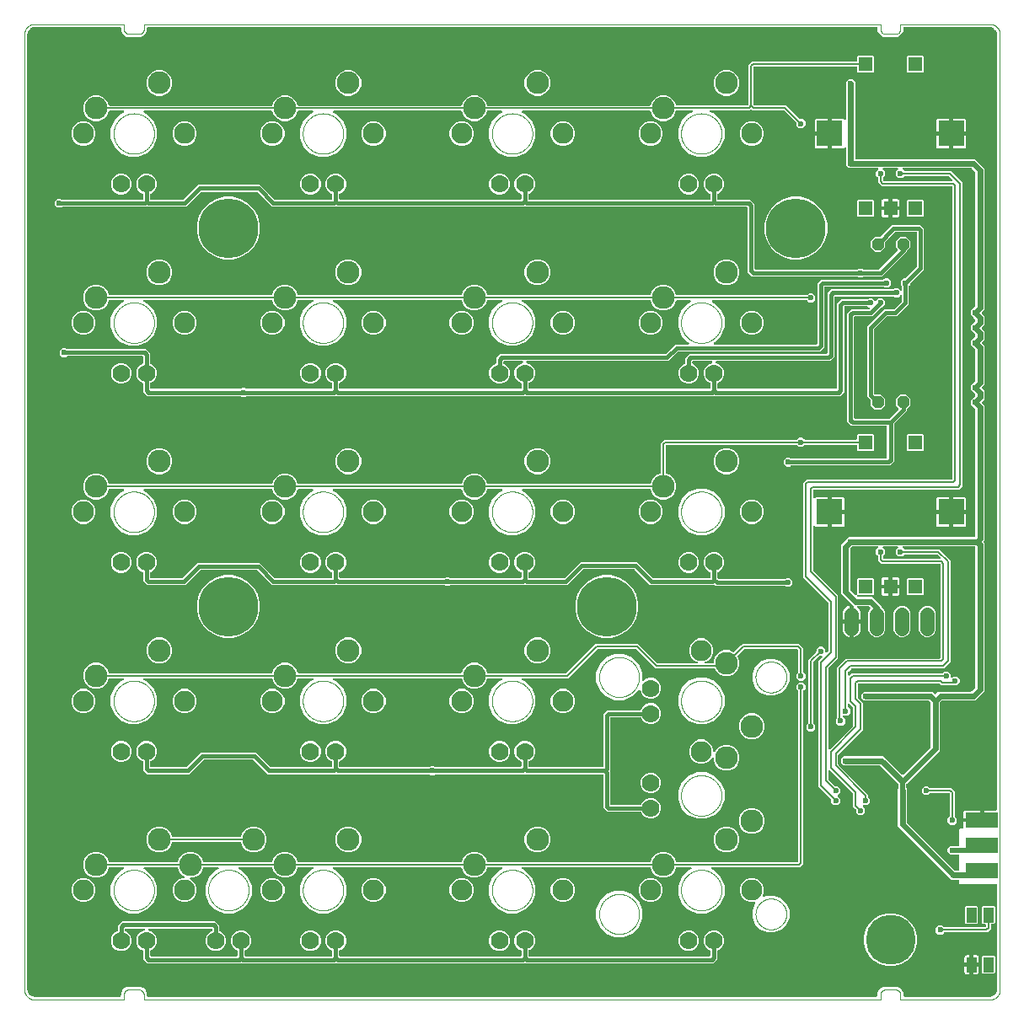
<source format=gtl>
G04 EAGLE Gerber RS-274X export*
G75*
%MOMM*%
%FSLAX34Y34*%
%LPD*%
%INTop copper*%
%IPPOS*%
%AMOC8*
5,1,8,0,0,1.08239X$1,22.5*%
G01*
%ADD10C,0.000000*%
%ADD11C,2.286000*%
%ADD12C,2.114400*%
%ADD13C,1.778000*%
%ADD14R,1.400000X1.400000*%
%ADD15R,2.600000X2.600000*%
%ADD16R,3.302000X1.524000*%
%ADD17R,1.000000X1.500000*%
%ADD18P,1.312723X8X22.500000*%
%ADD19C,1.416000*%
%ADD20C,0.200000*%
%ADD21C,0.600000*%
%ADD22C,0.500000*%
%ADD23C,0.600000*%
%ADD24C,0.400000*%
%ADD25C,6.000000*%
%ADD26C,5.000000*%

G36*
X96064Y3010D02*
X96064Y3010D01*
X96128Y3009D01*
X96203Y3030D01*
X96279Y3041D01*
X96338Y3067D01*
X96400Y3084D01*
X96466Y3125D01*
X96536Y3157D01*
X96585Y3199D01*
X96640Y3232D01*
X96692Y3290D01*
X96750Y3340D01*
X96786Y3394D01*
X96829Y3442D01*
X96862Y3511D01*
X96905Y3576D01*
X96924Y3638D01*
X96952Y3695D01*
X96963Y3765D01*
X96987Y3846D01*
X96988Y3931D01*
X96999Y4000D01*
X96999Y7144D01*
X99143Y10857D01*
X102856Y13001D01*
X117144Y13001D01*
X120857Y10857D01*
X123001Y7144D01*
X123001Y4000D01*
X123010Y3936D01*
X123009Y3872D01*
X123030Y3797D01*
X123041Y3721D01*
X123067Y3662D01*
X123084Y3600D01*
X123125Y3534D01*
X123157Y3464D01*
X123199Y3415D01*
X123232Y3360D01*
X123290Y3308D01*
X123340Y3250D01*
X123394Y3214D01*
X123442Y3171D01*
X123511Y3138D01*
X123576Y3095D01*
X123638Y3076D01*
X123695Y3048D01*
X123765Y3037D01*
X123846Y3013D01*
X123931Y3012D01*
X124000Y3001D01*
X856000Y3001D01*
X856064Y3010D01*
X856128Y3009D01*
X856203Y3030D01*
X856279Y3041D01*
X856338Y3067D01*
X856400Y3084D01*
X856466Y3125D01*
X856536Y3157D01*
X856585Y3199D01*
X856640Y3232D01*
X856692Y3290D01*
X856750Y3340D01*
X856786Y3394D01*
X856829Y3442D01*
X856862Y3511D01*
X856905Y3576D01*
X856924Y3638D01*
X856952Y3695D01*
X856963Y3765D01*
X856987Y3846D01*
X856988Y3931D01*
X856999Y4000D01*
X856999Y7144D01*
X859143Y10857D01*
X862856Y13001D01*
X877144Y13001D01*
X880857Y10857D01*
X883001Y7144D01*
X883001Y4000D01*
X883010Y3936D01*
X883009Y3872D01*
X883030Y3797D01*
X883041Y3721D01*
X883067Y3662D01*
X883084Y3600D01*
X883125Y3534D01*
X883157Y3464D01*
X883199Y3415D01*
X883232Y3360D01*
X883290Y3308D01*
X883340Y3250D01*
X883394Y3214D01*
X883442Y3171D01*
X883511Y3138D01*
X883576Y3095D01*
X883638Y3076D01*
X883695Y3048D01*
X883765Y3037D01*
X883846Y3013D01*
X883931Y3012D01*
X884000Y3001D01*
X970000Y3001D01*
X970052Y3008D01*
X970098Y3006D01*
X971268Y3121D01*
X971542Y3188D01*
X971548Y3191D01*
X971553Y3192D01*
X973716Y4088D01*
X973752Y4109D01*
X973791Y4123D01*
X973829Y4151D01*
X973841Y4156D01*
X973863Y4175D01*
X973959Y4232D01*
X973999Y4275D01*
X974040Y4305D01*
X975695Y5960D01*
X975720Y5993D01*
X975752Y6021D01*
X975796Y6095D01*
X975865Y6186D01*
X975885Y6241D01*
X975912Y6284D01*
X976808Y8447D01*
X976878Y8720D01*
X976878Y8726D01*
X976879Y8732D01*
X976994Y9902D01*
X976992Y9955D01*
X976999Y10000D01*
X976999Y115000D01*
X976990Y115064D01*
X976991Y115128D01*
X976970Y115203D01*
X976959Y115279D01*
X976933Y115338D01*
X976916Y115400D01*
X976875Y115466D01*
X976843Y115536D01*
X976801Y115585D01*
X976768Y115640D01*
X976710Y115692D01*
X976660Y115750D01*
X976606Y115786D01*
X976558Y115829D01*
X976489Y115862D01*
X976424Y115905D01*
X976362Y115924D01*
X976305Y115952D01*
X976235Y115963D01*
X976154Y115987D01*
X976069Y115988D01*
X976000Y115999D01*
X939585Y115999D01*
X938999Y116585D01*
X938999Y119500D01*
X938990Y119564D01*
X938991Y119628D01*
X938970Y119703D01*
X938959Y119779D01*
X938933Y119838D01*
X938916Y119900D01*
X938875Y119966D01*
X938843Y120036D01*
X938801Y120085D01*
X938768Y120140D01*
X938710Y120192D01*
X938660Y120250D01*
X938606Y120286D01*
X938558Y120329D01*
X938489Y120362D01*
X938424Y120405D01*
X938362Y120424D01*
X938305Y120452D01*
X938235Y120463D01*
X938154Y120487D01*
X938069Y120488D01*
X938000Y120499D01*
X931136Y120499D01*
X928207Y123428D01*
X877499Y174136D01*
X877499Y211864D01*
X877707Y212072D01*
X877764Y212148D01*
X877829Y212220D01*
X877849Y212261D01*
X877876Y212297D01*
X877910Y212387D01*
X877952Y212474D01*
X877958Y212516D01*
X877975Y212561D01*
X877985Y212680D01*
X877987Y212689D01*
X877987Y212703D01*
X877999Y212778D01*
X877999Y216222D01*
X877986Y216317D01*
X877981Y216413D01*
X877966Y216456D01*
X877959Y216501D01*
X877920Y216589D01*
X877888Y216679D01*
X877863Y216714D01*
X877843Y216758D01*
X877760Y216855D01*
X877707Y216928D01*
X859428Y235207D01*
X859352Y235264D01*
X859280Y235329D01*
X859239Y235349D01*
X859203Y235376D01*
X859113Y235410D01*
X859026Y235452D01*
X858984Y235458D01*
X858939Y235475D01*
X858811Y235485D01*
X858722Y235499D01*
X823136Y235499D01*
X820499Y238136D01*
X820499Y241864D01*
X823136Y244501D01*
X862864Y244501D01*
X881293Y226072D01*
X881345Y226033D01*
X881390Y225987D01*
X881457Y225949D01*
X881519Y225902D01*
X881579Y225880D01*
X881635Y225848D01*
X881710Y225830D01*
X881783Y225803D01*
X881847Y225798D01*
X881909Y225783D01*
X881987Y225787D01*
X882064Y225781D01*
X882127Y225794D01*
X882191Y225797D01*
X882264Y225823D01*
X882340Y225839D01*
X882397Y225869D01*
X882458Y225890D01*
X882514Y225931D01*
X882589Y225971D01*
X882650Y226030D01*
X882707Y226072D01*
X910207Y253572D01*
X910264Y253648D01*
X910329Y253720D01*
X910349Y253761D01*
X910376Y253797D01*
X910410Y253887D01*
X910452Y253974D01*
X910458Y254016D01*
X910475Y254061D01*
X910485Y254189D01*
X910499Y254278D01*
X910499Y297722D01*
X910486Y297817D01*
X910481Y297913D01*
X910466Y297956D01*
X910459Y298001D01*
X910420Y298089D01*
X910388Y298179D01*
X910363Y298214D01*
X910343Y298258D01*
X910260Y298355D01*
X910207Y298428D01*
X908428Y300207D01*
X908352Y300264D01*
X908280Y300329D01*
X908239Y300349D01*
X908203Y300376D01*
X908113Y300410D01*
X908026Y300452D01*
X907984Y300458D01*
X907939Y300475D01*
X907811Y300485D01*
X907722Y300499D01*
X843136Y300499D01*
X840499Y303136D01*
X840499Y306864D01*
X843136Y309501D01*
X911864Y309501D01*
X914293Y307072D01*
X914345Y307033D01*
X914390Y306987D01*
X914457Y306949D01*
X914519Y306902D01*
X914579Y306880D01*
X914635Y306848D01*
X914710Y306830D01*
X914783Y306803D01*
X914847Y306798D01*
X914910Y306783D01*
X914987Y306787D01*
X915064Y306781D01*
X915127Y306794D01*
X915191Y306797D01*
X915264Y306823D01*
X915340Y306839D01*
X915397Y306869D01*
X915458Y306890D01*
X915514Y306931D01*
X915589Y306971D01*
X915650Y307030D01*
X915707Y307072D01*
X918136Y309501D01*
X950722Y309501D01*
X950817Y309514D01*
X950913Y309519D01*
X950956Y309534D01*
X951001Y309541D01*
X951089Y309580D01*
X951179Y309612D01*
X951214Y309637D01*
X951258Y309657D01*
X951355Y309740D01*
X951428Y309793D01*
X955207Y313572D01*
X955264Y313649D01*
X955329Y313720D01*
X955349Y313761D01*
X955376Y313797D01*
X955410Y313887D01*
X955452Y313974D01*
X955458Y314016D01*
X955475Y314061D01*
X955485Y314189D01*
X955499Y314278D01*
X955499Y454500D01*
X955490Y454564D01*
X955491Y454628D01*
X955470Y454703D01*
X955459Y454779D01*
X955433Y454838D01*
X955416Y454900D01*
X955375Y454966D01*
X955343Y455036D01*
X955301Y455085D01*
X955268Y455140D01*
X955210Y455192D01*
X955160Y455250D01*
X955106Y455286D01*
X955058Y455329D01*
X954989Y455362D01*
X954924Y455405D01*
X954862Y455424D01*
X954805Y455452D01*
X954735Y455463D01*
X954654Y455487D01*
X954569Y455488D01*
X954500Y455499D01*
X883278Y455499D01*
X883246Y455495D01*
X883214Y455497D01*
X883107Y455475D01*
X882999Y455459D01*
X882970Y455446D01*
X882938Y455440D01*
X882841Y455388D01*
X882742Y455343D01*
X882717Y455322D01*
X882689Y455307D01*
X882611Y455231D01*
X882528Y455160D01*
X882510Y455133D01*
X882487Y455110D01*
X882433Y455015D01*
X882373Y454924D01*
X882364Y454893D01*
X882348Y454865D01*
X882323Y454759D01*
X882291Y454654D01*
X882290Y454622D01*
X882283Y454591D01*
X882289Y454481D01*
X882287Y454372D01*
X882296Y454341D01*
X882297Y454309D01*
X882333Y454206D01*
X882362Y454100D01*
X882379Y454073D01*
X882390Y454042D01*
X882443Y453969D01*
X882510Y453860D01*
X882546Y453828D01*
X882572Y453793D01*
X883572Y452793D01*
X883649Y452736D01*
X883720Y452671D01*
X883761Y452651D01*
X883797Y452624D01*
X883887Y452590D01*
X883974Y452548D01*
X884016Y452542D01*
X884061Y452525D01*
X884189Y452515D01*
X884278Y452501D01*
X919036Y452501D01*
X930501Y441036D01*
X930501Y338964D01*
X924036Y332499D01*
X831450Y332499D01*
X831355Y332486D01*
X831259Y332481D01*
X831216Y332466D01*
X831171Y332459D01*
X831083Y332420D01*
X830992Y332388D01*
X830958Y332363D01*
X830914Y332343D01*
X830816Y332260D01*
X830743Y332207D01*
X827793Y329257D01*
X827736Y329180D01*
X827671Y329109D01*
X827651Y329068D01*
X827624Y329031D01*
X827590Y328941D01*
X827548Y328855D01*
X827542Y328813D01*
X827525Y328767D01*
X827515Y328640D01*
X827501Y328550D01*
X827501Y326450D01*
X827505Y326418D01*
X827503Y326385D01*
X827525Y326278D01*
X827541Y326170D01*
X827554Y326141D01*
X827561Y326109D01*
X827612Y326013D01*
X827657Y325914D01*
X827678Y325889D01*
X827693Y325860D01*
X827769Y325782D01*
X827840Y325699D01*
X827867Y325681D01*
X827890Y325658D01*
X827985Y325605D01*
X828076Y325545D01*
X828107Y325535D01*
X828135Y325519D01*
X828241Y325494D01*
X828346Y325462D01*
X828378Y325462D01*
X828410Y325455D01*
X828519Y325460D01*
X828628Y325459D01*
X828659Y325467D01*
X828691Y325469D01*
X828794Y325505D01*
X828900Y325534D01*
X828927Y325551D01*
X828958Y325562D01*
X829031Y325615D01*
X829140Y325682D01*
X829172Y325718D01*
X829207Y325743D01*
X829257Y325793D01*
X830964Y327501D01*
X921722Y327501D01*
X921817Y327514D01*
X921913Y327519D01*
X921956Y327534D01*
X922001Y327541D01*
X922089Y327580D01*
X922179Y327612D01*
X922214Y327637D01*
X922258Y327657D01*
X922355Y327740D01*
X922428Y327793D01*
X924136Y329501D01*
X927864Y329501D01*
X930501Y326864D01*
X930501Y324278D01*
X930505Y324246D01*
X930503Y324214D01*
X930525Y324107D01*
X930541Y323999D01*
X930554Y323970D01*
X930560Y323938D01*
X930612Y323842D01*
X930657Y323742D01*
X930678Y323717D01*
X930693Y323689D01*
X930769Y323611D01*
X930840Y323528D01*
X930867Y323510D01*
X930890Y323487D01*
X930985Y323433D01*
X931076Y323373D01*
X931107Y323364D01*
X931135Y323348D01*
X931241Y323323D01*
X931346Y323291D01*
X931378Y323290D01*
X931409Y323283D01*
X931519Y323289D01*
X931628Y323287D01*
X931659Y323296D01*
X931691Y323297D01*
X931794Y323333D01*
X931900Y323362D01*
X931927Y323379D01*
X931958Y323390D01*
X932031Y323443D01*
X932140Y323510D01*
X932172Y323546D01*
X932207Y323572D01*
X933136Y324501D01*
X936864Y324501D01*
X939501Y321864D01*
X939501Y318136D01*
X936864Y315499D01*
X920964Y315499D01*
X919257Y317207D01*
X919180Y317264D01*
X919109Y317329D01*
X919068Y317349D01*
X919031Y317376D01*
X918941Y317410D01*
X918855Y317452D01*
X918813Y317458D01*
X918767Y317475D01*
X918640Y317485D01*
X918550Y317499D01*
X838500Y317499D01*
X838436Y317490D01*
X838372Y317491D01*
X838297Y317470D01*
X838221Y317459D01*
X838162Y317433D01*
X838100Y317416D01*
X838034Y317375D01*
X837964Y317343D01*
X837915Y317301D01*
X837860Y317268D01*
X837808Y317210D01*
X837750Y317160D01*
X837714Y317106D01*
X837671Y317058D01*
X837638Y316989D01*
X837595Y316924D01*
X837576Y316862D01*
X837548Y316805D01*
X837537Y316735D01*
X837513Y316654D01*
X837512Y316569D01*
X837501Y316500D01*
X837501Y303450D01*
X837514Y303355D01*
X837519Y303259D01*
X837534Y303216D01*
X837541Y303171D01*
X837580Y303083D01*
X837612Y302992D01*
X837637Y302958D01*
X837657Y302914D01*
X837740Y302816D01*
X837793Y302743D01*
X842501Y298036D01*
X842501Y270964D01*
X817793Y246257D01*
X817736Y246180D01*
X817671Y246109D01*
X817651Y246068D01*
X817624Y246031D01*
X817590Y245941D01*
X817548Y245855D01*
X817542Y245813D01*
X817525Y245767D01*
X817515Y245640D01*
X817501Y245550D01*
X817501Y236450D01*
X817514Y236355D01*
X817519Y236259D01*
X817534Y236216D01*
X817541Y236171D01*
X817580Y236083D01*
X817612Y235992D01*
X817637Y235958D01*
X817657Y235914D01*
X817740Y235816D01*
X817793Y235743D01*
X847501Y206036D01*
X847501Y204278D01*
X847514Y204183D01*
X847519Y204087D01*
X847534Y204044D01*
X847541Y203999D01*
X847580Y203911D01*
X847612Y203821D01*
X847637Y203786D01*
X847657Y203742D01*
X847740Y203645D01*
X847793Y203572D01*
X849501Y201864D01*
X849501Y198136D01*
X846864Y195499D01*
X843278Y195499D01*
X843246Y195495D01*
X843214Y195497D01*
X843107Y195475D01*
X842999Y195459D01*
X842970Y195446D01*
X842938Y195440D01*
X842842Y195388D01*
X842742Y195343D01*
X842717Y195322D01*
X842689Y195307D01*
X842611Y195231D01*
X842528Y195160D01*
X842510Y195133D01*
X842487Y195110D01*
X842433Y195015D01*
X842373Y194924D01*
X842364Y194893D01*
X842348Y194865D01*
X842323Y194759D01*
X842291Y194654D01*
X842290Y194622D01*
X842283Y194591D01*
X842289Y194481D01*
X842287Y194372D01*
X842296Y194341D01*
X842297Y194309D01*
X842333Y194206D01*
X842362Y194100D01*
X842379Y194073D01*
X842390Y194042D01*
X842443Y193969D01*
X842510Y193860D01*
X842546Y193828D01*
X842572Y193793D01*
X844501Y191864D01*
X844501Y188136D01*
X841864Y185499D01*
X838136Y185499D01*
X835499Y188136D01*
X835499Y190550D01*
X835486Y190645D01*
X835481Y190741D01*
X835466Y190784D01*
X835459Y190829D01*
X835420Y190917D01*
X835388Y191008D01*
X835363Y191042D01*
X835343Y191086D01*
X835260Y191184D01*
X835207Y191257D01*
X832499Y193964D01*
X832499Y206550D01*
X832486Y206645D01*
X832481Y206741D01*
X832466Y206784D01*
X832459Y206829D01*
X832420Y206917D01*
X832388Y207008D01*
X832363Y207042D01*
X832343Y207086D01*
X832260Y207184D01*
X832207Y207257D01*
X809207Y230257D01*
X809181Y230276D01*
X809160Y230301D01*
X809068Y230361D01*
X808981Y230426D01*
X808951Y230438D01*
X808924Y230455D01*
X808819Y230487D01*
X808717Y230526D01*
X808685Y230528D01*
X808654Y230538D01*
X808545Y230539D01*
X808436Y230547D01*
X808404Y230541D01*
X808372Y230541D01*
X808267Y230512D01*
X808160Y230490D01*
X808131Y230475D01*
X808100Y230466D01*
X808007Y230409D01*
X807911Y230357D01*
X807888Y230335D01*
X807860Y230318D01*
X807787Y230237D01*
X807709Y230161D01*
X807693Y230133D01*
X807671Y230109D01*
X807624Y230010D01*
X807570Y229915D01*
X807562Y229884D01*
X807548Y229855D01*
X807534Y229766D01*
X807505Y229641D01*
X807507Y229592D01*
X807501Y229550D01*
X807501Y221450D01*
X807514Y221355D01*
X807519Y221259D01*
X807534Y221215D01*
X807541Y221171D01*
X807580Y221083D01*
X807612Y220992D01*
X807637Y220958D01*
X807657Y220914D01*
X807740Y220816D01*
X807793Y220743D01*
X813743Y214793D01*
X813820Y214736D01*
X813891Y214671D01*
X813932Y214651D01*
X813969Y214624D01*
X814059Y214590D01*
X814145Y214548D01*
X814187Y214542D01*
X814233Y214525D01*
X814360Y214515D01*
X814450Y214501D01*
X816864Y214501D01*
X819501Y211864D01*
X819501Y208136D01*
X817072Y205707D01*
X817033Y205655D01*
X816987Y205610D01*
X816949Y205543D01*
X816902Y205481D01*
X816880Y205421D01*
X816848Y205365D01*
X816830Y205290D01*
X816803Y205217D01*
X816798Y205153D01*
X816783Y205091D01*
X816787Y205013D01*
X816781Y204936D01*
X816794Y204873D01*
X816797Y204809D01*
X816823Y204736D01*
X816839Y204660D01*
X816869Y204603D01*
X816890Y204542D01*
X816931Y204486D01*
X816971Y204411D01*
X817030Y204350D01*
X817072Y204293D01*
X819501Y201864D01*
X819501Y198136D01*
X816864Y195499D01*
X813136Y195499D01*
X810499Y198136D01*
X810499Y200550D01*
X810486Y200645D01*
X810481Y200741D01*
X810466Y200784D01*
X810459Y200829D01*
X810420Y200917D01*
X810388Y201008D01*
X810363Y201042D01*
X810343Y201086D01*
X810260Y201184D01*
X810207Y201257D01*
X797499Y213964D01*
X797499Y340036D01*
X801257Y343793D01*
X801276Y343819D01*
X801301Y343840D01*
X801361Y343932D01*
X801426Y344019D01*
X801438Y344049D01*
X801455Y344076D01*
X801487Y344181D01*
X801526Y344283D01*
X801528Y344315D01*
X801538Y344346D01*
X801539Y344455D01*
X801547Y344564D01*
X801541Y344596D01*
X801541Y344628D01*
X801512Y344733D01*
X801490Y344840D01*
X801475Y344869D01*
X801466Y344900D01*
X801409Y344993D01*
X801357Y345089D01*
X801335Y345112D01*
X801318Y345140D01*
X801237Y345213D01*
X801161Y345291D01*
X801133Y345307D01*
X801109Y345329D01*
X801010Y345376D01*
X800915Y345430D01*
X800884Y345438D01*
X800855Y345452D01*
X800766Y345466D01*
X800641Y345495D01*
X800592Y345493D01*
X800550Y345499D01*
X799450Y345499D01*
X799355Y345486D01*
X799259Y345481D01*
X799216Y345466D01*
X799171Y345459D01*
X799083Y345420D01*
X798992Y345388D01*
X798958Y345363D01*
X798914Y345343D01*
X798816Y345260D01*
X798743Y345207D01*
X792793Y339257D01*
X792736Y339180D01*
X792671Y339109D01*
X792651Y339068D01*
X792624Y339031D01*
X792590Y338941D01*
X792548Y338855D01*
X792542Y338813D01*
X792525Y338767D01*
X792515Y338640D01*
X792501Y338550D01*
X792501Y278278D01*
X792514Y278183D01*
X792519Y278087D01*
X792534Y278044D01*
X792541Y277999D01*
X792580Y277911D01*
X792612Y277821D01*
X792637Y277786D01*
X792657Y277742D01*
X792740Y277645D01*
X792793Y277572D01*
X794501Y275864D01*
X794501Y272136D01*
X791864Y269499D01*
X788136Y269499D01*
X785499Y272136D01*
X785499Y275864D01*
X787207Y277572D01*
X787264Y277648D01*
X787329Y277720D01*
X787349Y277761D01*
X787376Y277797D01*
X787410Y277887D01*
X787452Y277974D01*
X787458Y278016D01*
X787475Y278061D01*
X787485Y278189D01*
X787499Y278278D01*
X787499Y341036D01*
X795207Y348743D01*
X795264Y348820D01*
X795329Y348891D01*
X795349Y348932D01*
X795376Y348969D01*
X795410Y349059D01*
X795452Y349145D01*
X795458Y349187D01*
X795475Y349233D01*
X795485Y349360D01*
X795499Y349450D01*
X795499Y351864D01*
X798136Y354501D01*
X801864Y354501D01*
X804501Y351864D01*
X804501Y349450D01*
X804505Y349418D01*
X804503Y349386D01*
X804525Y349279D01*
X804541Y349170D01*
X804554Y349141D01*
X804560Y349110D01*
X804612Y349013D01*
X804657Y348914D01*
X804678Y348889D01*
X804693Y348861D01*
X804769Y348782D01*
X804840Y348699D01*
X804867Y348682D01*
X804890Y348659D01*
X804985Y348605D01*
X805076Y348545D01*
X805107Y348535D01*
X805135Y348519D01*
X805241Y348494D01*
X805346Y348462D01*
X805378Y348462D01*
X805409Y348455D01*
X805519Y348460D01*
X805628Y348459D01*
X805659Y348467D01*
X805691Y348469D01*
X805794Y348505D01*
X805900Y348534D01*
X805927Y348551D01*
X805958Y348561D01*
X806031Y348615D01*
X806140Y348682D01*
X806172Y348718D01*
X806207Y348743D01*
X807207Y349743D01*
X807264Y349820D01*
X807329Y349891D01*
X807349Y349932D01*
X807376Y349969D01*
X807410Y350059D01*
X807452Y350145D01*
X807458Y350187D01*
X807475Y350233D01*
X807485Y350360D01*
X807499Y350450D01*
X807499Y398550D01*
X807486Y398645D01*
X807481Y398741D01*
X807466Y398784D01*
X807459Y398829D01*
X807420Y398917D01*
X807388Y399008D01*
X807363Y399042D01*
X807343Y399086D01*
X807260Y399184D01*
X807207Y399257D01*
X782499Y423964D01*
X782499Y519036D01*
X785964Y522501D01*
X931500Y522501D01*
X931564Y522510D01*
X931628Y522509D01*
X931703Y522530D01*
X931779Y522541D01*
X931838Y522567D01*
X931900Y522584D01*
X931966Y522625D01*
X932036Y522657D01*
X932085Y522699D01*
X932140Y522732D01*
X932192Y522790D01*
X932250Y522840D01*
X932286Y522894D01*
X932329Y522942D01*
X932362Y523011D01*
X932405Y523076D01*
X932424Y523138D01*
X932452Y523195D01*
X932463Y523265D01*
X932487Y523346D01*
X932488Y523431D01*
X932499Y523500D01*
X932499Y816500D01*
X932490Y816564D01*
X932491Y816628D01*
X932470Y816703D01*
X932459Y816779D01*
X932433Y816838D01*
X932416Y816900D01*
X932375Y816966D01*
X932343Y817036D01*
X932301Y817085D01*
X932268Y817140D01*
X932210Y817192D01*
X932160Y817250D01*
X932106Y817286D01*
X932058Y817329D01*
X931989Y817362D01*
X931924Y817405D01*
X931862Y817424D01*
X931805Y817452D01*
X931735Y817463D01*
X931654Y817487D01*
X931569Y817488D01*
X931500Y817499D01*
X860964Y817499D01*
X859207Y819257D01*
X857499Y820964D01*
X857499Y825722D01*
X857486Y825817D01*
X857481Y825913D01*
X857466Y825956D01*
X857459Y826001D01*
X857420Y826089D01*
X857388Y826179D01*
X857363Y826214D01*
X857343Y826258D01*
X857260Y826355D01*
X857207Y826428D01*
X855499Y828136D01*
X855499Y831864D01*
X857428Y833793D01*
X857448Y833819D01*
X857472Y833840D01*
X857532Y833932D01*
X857598Y834019D01*
X857609Y834049D01*
X857627Y834076D01*
X857659Y834181D01*
X857697Y834283D01*
X857700Y834315D01*
X857709Y834346D01*
X857711Y834455D01*
X857719Y834564D01*
X857712Y834596D01*
X857713Y834628D01*
X857684Y834733D01*
X857661Y834840D01*
X857646Y834869D01*
X857638Y834900D01*
X857580Y834993D01*
X857529Y835089D01*
X857507Y835112D01*
X857490Y835140D01*
X857408Y835213D01*
X857332Y835291D01*
X857304Y835307D01*
X857280Y835329D01*
X857182Y835376D01*
X857087Y835430D01*
X857055Y835438D01*
X857026Y835452D01*
X856937Y835466D01*
X856812Y835495D01*
X856764Y835493D01*
X856722Y835499D01*
X828136Y835499D01*
X825499Y838136D01*
X825499Y855330D01*
X825496Y855352D01*
X825498Y855373D01*
X825476Y855491D01*
X825459Y855609D01*
X825451Y855629D01*
X825447Y855650D01*
X825393Y855757D01*
X825343Y855866D01*
X825329Y855883D01*
X825319Y855902D01*
X825238Y855990D01*
X825160Y856081D01*
X825142Y856093D01*
X825127Y856108D01*
X825024Y856169D01*
X824924Y856235D01*
X824903Y856241D01*
X824885Y856252D01*
X824769Y856283D01*
X824654Y856318D01*
X824633Y856318D01*
X824612Y856323D01*
X824492Y856320D01*
X824372Y856321D01*
X824351Y856315D01*
X824330Y856315D01*
X824216Y856278D01*
X824100Y856246D01*
X824082Y856235D01*
X824061Y856228D01*
X823963Y856161D01*
X823860Y856098D01*
X823846Y856082D01*
X823828Y856070D01*
X823771Y855999D01*
X823671Y855889D01*
X823655Y855855D01*
X823635Y855830D01*
X823601Y855771D01*
X823229Y855399D01*
X822772Y855136D01*
X822263Y854999D01*
X810999Y854999D01*
X810999Y869000D01*
X810990Y869063D01*
X810991Y869128D01*
X810970Y869202D01*
X810959Y869279D01*
X810933Y869338D01*
X810916Y869400D01*
X810875Y869466D01*
X810843Y869536D01*
X810801Y869585D01*
X810768Y869640D01*
X810710Y869691D01*
X810660Y869750D01*
X810606Y869786D01*
X810558Y869829D01*
X810489Y869862D01*
X810424Y869905D01*
X810362Y869924D01*
X810305Y869952D01*
X810235Y869962D01*
X810154Y869987D01*
X810069Y869988D01*
X810000Y869999D01*
X808999Y869999D01*
X808999Y870001D01*
X810000Y870001D01*
X810064Y870010D01*
X810128Y870009D01*
X810203Y870030D01*
X810279Y870041D01*
X810338Y870067D01*
X810400Y870084D01*
X810466Y870125D01*
X810536Y870157D01*
X810585Y870199D01*
X810640Y870232D01*
X810692Y870290D01*
X810750Y870340D01*
X810786Y870394D01*
X810829Y870442D01*
X810862Y870511D01*
X810905Y870576D01*
X810924Y870638D01*
X810952Y870696D01*
X810962Y870765D01*
X810987Y870846D01*
X810988Y870931D01*
X810999Y871000D01*
X810999Y885001D01*
X822263Y885001D01*
X822772Y884864D01*
X823229Y884601D01*
X823601Y884229D01*
X823635Y884170D01*
X823648Y884153D01*
X823657Y884134D01*
X823735Y884043D01*
X823809Y883948D01*
X823826Y883936D01*
X823840Y883919D01*
X823941Y883854D01*
X824038Y883784D01*
X824058Y883777D01*
X824076Y883765D01*
X824191Y883730D01*
X824304Y883690D01*
X824325Y883689D01*
X824346Y883682D01*
X824466Y883681D01*
X824585Y883674D01*
X824606Y883679D01*
X824628Y883679D01*
X824744Y883711D01*
X824860Y883738D01*
X824879Y883748D01*
X824900Y883754D01*
X825002Y883817D01*
X825106Y883875D01*
X825121Y883891D01*
X825140Y883902D01*
X825220Y883991D01*
X825304Y884076D01*
X825314Y884095D01*
X825329Y884111D01*
X825381Y884219D01*
X825438Y884325D01*
X825442Y884346D01*
X825452Y884365D01*
X825466Y884456D01*
X825497Y884600D01*
X825494Y884637D01*
X825499Y884670D01*
X825499Y921864D01*
X828136Y924501D01*
X831864Y924501D01*
X834501Y921864D01*
X834501Y845500D01*
X834510Y845436D01*
X834509Y845372D01*
X834530Y845297D01*
X834541Y845221D01*
X834567Y845162D01*
X834584Y845100D01*
X834625Y845034D01*
X834657Y844964D01*
X834699Y844915D01*
X834732Y844860D01*
X834790Y844808D01*
X834840Y844750D01*
X834894Y844714D01*
X834942Y844671D01*
X835011Y844638D01*
X835076Y844595D01*
X835138Y844576D01*
X835195Y844548D01*
X835265Y844537D01*
X835346Y844513D01*
X835431Y844512D01*
X835500Y844501D01*
X954864Y844501D01*
X964501Y834864D01*
X964501Y693136D01*
X962072Y690707D01*
X962033Y690655D01*
X961987Y690610D01*
X961949Y690543D01*
X961902Y690481D01*
X961880Y690421D01*
X961848Y690365D01*
X961830Y690290D01*
X961803Y690217D01*
X961798Y690153D01*
X961783Y690091D01*
X961787Y690013D01*
X961781Y689936D01*
X961794Y689873D01*
X961797Y689809D01*
X961823Y689736D01*
X961839Y689660D01*
X961869Y689603D01*
X961890Y689542D01*
X961931Y689486D01*
X961971Y689411D01*
X962030Y689350D01*
X962072Y689293D01*
X964501Y686864D01*
X964501Y678136D01*
X962072Y675707D01*
X962033Y675655D01*
X961987Y675610D01*
X961949Y675543D01*
X961902Y675481D01*
X961880Y675421D01*
X961848Y675365D01*
X961830Y675290D01*
X961803Y675217D01*
X961798Y675153D01*
X961783Y675091D01*
X961787Y675013D01*
X961781Y674936D01*
X961794Y674873D01*
X961797Y674809D01*
X961823Y674736D01*
X961839Y674660D01*
X961869Y674603D01*
X961890Y674542D01*
X961931Y674486D01*
X961971Y674411D01*
X962030Y674350D01*
X962072Y674293D01*
X964501Y671864D01*
X964501Y663136D01*
X962072Y660707D01*
X962033Y660655D01*
X961987Y660610D01*
X961949Y660543D01*
X961902Y660481D01*
X961880Y660421D01*
X961848Y660365D01*
X961830Y660290D01*
X961803Y660217D01*
X961798Y660153D01*
X961783Y660091D01*
X961787Y660013D01*
X961781Y659936D01*
X961794Y659873D01*
X961797Y659809D01*
X961823Y659736D01*
X961839Y659660D01*
X961869Y659603D01*
X961890Y659542D01*
X961931Y659486D01*
X961971Y659411D01*
X962030Y659350D01*
X962072Y659293D01*
X964501Y656864D01*
X964501Y618136D01*
X962072Y615707D01*
X962033Y615655D01*
X961987Y615610D01*
X961949Y615543D01*
X961902Y615481D01*
X961880Y615421D01*
X961848Y615365D01*
X961830Y615290D01*
X961803Y615217D01*
X961798Y615153D01*
X961783Y615091D01*
X961787Y615013D01*
X961781Y614936D01*
X961794Y614873D01*
X961797Y614809D01*
X961823Y614736D01*
X961839Y614660D01*
X961869Y614603D01*
X961890Y614542D01*
X961931Y614486D01*
X961971Y614411D01*
X962030Y614350D01*
X962072Y614293D01*
X964501Y611864D01*
X964501Y603136D01*
X962072Y600707D01*
X962033Y600655D01*
X961987Y600610D01*
X961949Y600543D01*
X961902Y600481D01*
X961880Y600421D01*
X961848Y600365D01*
X961830Y600290D01*
X961803Y600217D01*
X961798Y600153D01*
X961783Y600091D01*
X961787Y600013D01*
X961781Y599936D01*
X961794Y599873D01*
X961797Y599809D01*
X961823Y599736D01*
X961839Y599660D01*
X961869Y599603D01*
X961890Y599542D01*
X961931Y599486D01*
X961971Y599411D01*
X962030Y599350D01*
X962072Y599293D01*
X964501Y596864D01*
X964501Y461136D01*
X964072Y460707D01*
X964033Y460655D01*
X963987Y460610D01*
X963949Y460543D01*
X963902Y460481D01*
X963880Y460421D01*
X963848Y460365D01*
X963830Y460290D01*
X963803Y460217D01*
X963798Y460153D01*
X963783Y460090D01*
X963787Y460013D01*
X963781Y459936D01*
X963794Y459873D01*
X963797Y459809D01*
X963823Y459736D01*
X963839Y459660D01*
X963869Y459603D01*
X963890Y459542D01*
X963931Y459486D01*
X963971Y459411D01*
X964030Y459350D01*
X964072Y459293D01*
X964501Y458864D01*
X964501Y310136D01*
X961572Y307207D01*
X957793Y303428D01*
X954864Y300499D01*
X922278Y300499D01*
X922183Y300486D01*
X922087Y300481D01*
X922044Y300466D01*
X921999Y300459D01*
X921911Y300420D01*
X921821Y300388D01*
X921786Y300363D01*
X921742Y300343D01*
X921645Y300260D01*
X921572Y300207D01*
X919793Y298428D01*
X919736Y298352D01*
X919671Y298280D01*
X919651Y298239D01*
X919624Y298203D01*
X919590Y298113D01*
X919548Y298026D01*
X919542Y297984D01*
X919525Y297939D01*
X919515Y297811D01*
X919501Y297722D01*
X919501Y250136D01*
X886293Y216928D01*
X886236Y216852D01*
X886171Y216780D01*
X886151Y216739D01*
X886124Y216703D01*
X886090Y216613D01*
X886048Y216526D01*
X886042Y216484D01*
X886025Y216439D01*
X886015Y216311D01*
X886001Y216222D01*
X886001Y212778D01*
X886009Y212720D01*
X886009Y212715D01*
X886010Y212710D01*
X886014Y212683D01*
X886019Y212587D01*
X886034Y212544D01*
X886041Y212499D01*
X886080Y212411D01*
X886112Y212321D01*
X886137Y212286D01*
X886157Y212242D01*
X886240Y212145D01*
X886293Y212072D01*
X886501Y211864D01*
X886501Y178278D01*
X886514Y178183D01*
X886519Y178087D01*
X886534Y178044D01*
X886541Y177999D01*
X886580Y177911D01*
X886612Y177821D01*
X886637Y177786D01*
X886657Y177742D01*
X886740Y177645D01*
X886793Y177572D01*
X934572Y129793D01*
X934648Y129736D01*
X934720Y129671D01*
X934761Y129651D01*
X934797Y129624D01*
X934887Y129590D01*
X934974Y129548D01*
X935016Y129542D01*
X935061Y129525D01*
X935189Y129515D01*
X935278Y129501D01*
X938000Y129501D01*
X938064Y129510D01*
X938128Y129509D01*
X938203Y129530D01*
X938279Y129541D01*
X938338Y129567D01*
X938400Y129584D01*
X938466Y129625D01*
X938536Y129657D01*
X938585Y129699D01*
X938640Y129732D01*
X938692Y129790D01*
X938750Y129840D01*
X938786Y129894D01*
X938829Y129942D01*
X938862Y130011D01*
X938905Y130076D01*
X938924Y130138D01*
X938952Y130195D01*
X938963Y130265D01*
X938987Y130346D01*
X938988Y130431D01*
X938999Y130500D01*
X938999Y145000D01*
X938990Y145064D01*
X938991Y145128D01*
X938970Y145203D01*
X938959Y145279D01*
X938933Y145338D01*
X938916Y145400D01*
X938875Y145466D01*
X938843Y145536D01*
X938801Y145585D01*
X938768Y145640D01*
X938710Y145692D01*
X938660Y145750D01*
X938606Y145786D01*
X938558Y145829D01*
X938489Y145862D01*
X938424Y145905D01*
X938362Y145924D01*
X938305Y145952D01*
X938235Y145963D01*
X938154Y145987D01*
X938069Y145988D01*
X938000Y145999D01*
X934778Y145999D01*
X934683Y145986D01*
X934587Y145981D01*
X934544Y145966D01*
X934499Y145959D01*
X934411Y145920D01*
X934321Y145888D01*
X934286Y145863D01*
X934242Y145843D01*
X934145Y145760D01*
X934072Y145707D01*
X933864Y145499D01*
X930136Y145499D01*
X927499Y148136D01*
X927499Y151864D01*
X930136Y154501D01*
X933864Y154501D01*
X934072Y154293D01*
X934148Y154236D01*
X934220Y154171D01*
X934261Y154151D01*
X934297Y154124D01*
X934387Y154090D01*
X934474Y154048D01*
X934516Y154042D01*
X934561Y154025D01*
X934689Y154015D01*
X934778Y154001D01*
X938000Y154001D01*
X938064Y154010D01*
X938128Y154009D01*
X938203Y154030D01*
X938279Y154041D01*
X938338Y154067D01*
X938400Y154084D01*
X938466Y154125D01*
X938536Y154157D01*
X938585Y154199D01*
X938640Y154232D01*
X938692Y154290D01*
X938750Y154340D01*
X938786Y154394D01*
X938829Y154442D01*
X938862Y154511D01*
X938905Y154576D01*
X938924Y154638D01*
X938952Y154695D01*
X938963Y154765D01*
X938987Y154846D01*
X938988Y154931D01*
X938999Y155000D01*
X938999Y171415D01*
X939585Y172001D01*
X942490Y172001D01*
X942554Y172010D01*
X942618Y172009D01*
X942693Y172030D01*
X942769Y172041D01*
X942828Y172067D01*
X942890Y172084D01*
X942956Y172125D01*
X943026Y172157D01*
X943075Y172199D01*
X943130Y172232D01*
X943182Y172290D01*
X943240Y172340D01*
X943276Y172394D01*
X943319Y172442D01*
X943352Y172511D01*
X943395Y172576D01*
X943414Y172638D01*
X943442Y172695D01*
X943453Y172765D01*
X943477Y172846D01*
X943478Y172931D01*
X943489Y173000D01*
X943489Y178401D01*
X961000Y178401D01*
X961064Y178410D01*
X961128Y178409D01*
X961202Y178430D01*
X961279Y178441D01*
X961338Y178467D01*
X961400Y178484D01*
X961466Y178525D01*
X961536Y178557D01*
X961585Y178599D01*
X961640Y178632D01*
X961691Y178690D01*
X961750Y178740D01*
X961786Y178794D01*
X961829Y178842D01*
X961862Y178911D01*
X961905Y178976D01*
X961924Y179038D01*
X961952Y179095D01*
X961962Y179165D01*
X961987Y179246D01*
X961988Y179331D01*
X961999Y179400D01*
X961999Y180401D01*
X963000Y180401D01*
X963064Y180410D01*
X963128Y180409D01*
X963203Y180430D01*
X963279Y180441D01*
X963338Y180467D01*
X963400Y180484D01*
X963466Y180525D01*
X963536Y180557D01*
X963585Y180599D01*
X963640Y180632D01*
X963692Y180690D01*
X963750Y180740D01*
X963786Y180794D01*
X963829Y180842D01*
X963862Y180911D01*
X963905Y180976D01*
X963924Y181038D01*
X963952Y181096D01*
X963962Y181165D01*
X963987Y181246D01*
X963988Y181331D01*
X963999Y181400D01*
X963999Y190021D01*
X976000Y190021D01*
X976064Y190030D01*
X976128Y190029D01*
X976203Y190050D01*
X976279Y190061D01*
X976338Y190087D01*
X976400Y190104D01*
X976466Y190145D01*
X976536Y190177D01*
X976585Y190219D01*
X976640Y190252D01*
X976692Y190310D01*
X976750Y190360D01*
X976786Y190414D01*
X976829Y190462D01*
X976862Y190531D01*
X976905Y190596D01*
X976924Y190658D01*
X976952Y190715D01*
X976963Y190785D01*
X976987Y190866D01*
X976988Y190951D01*
X976999Y191020D01*
X976999Y970000D01*
X976992Y970052D01*
X976994Y970098D01*
X976879Y971268D01*
X976812Y971542D01*
X976809Y971548D01*
X976808Y971553D01*
X975912Y973716D01*
X975891Y973752D01*
X975877Y973791D01*
X975826Y973861D01*
X975768Y973959D01*
X975725Y973999D01*
X975695Y974040D01*
X974040Y975695D01*
X974007Y975720D01*
X973979Y975752D01*
X973905Y975796D01*
X973814Y975865D01*
X973759Y975885D01*
X973716Y975912D01*
X971553Y976808D01*
X971280Y976878D01*
X971274Y976878D01*
X971268Y976879D01*
X970098Y976994D01*
X970045Y976992D01*
X970000Y976999D01*
X884000Y976999D01*
X883936Y976990D01*
X883872Y976991D01*
X883797Y976970D01*
X883721Y976959D01*
X883662Y976933D01*
X883600Y976916D01*
X883534Y976875D01*
X883464Y976843D01*
X883415Y976801D01*
X883360Y976768D01*
X883308Y976710D01*
X883250Y976660D01*
X883214Y976606D01*
X883171Y976558D01*
X883138Y976489D01*
X883095Y976424D01*
X883076Y976362D01*
X883048Y976305D01*
X883037Y976235D01*
X883013Y976154D01*
X883012Y976069D01*
X883001Y976000D01*
X883001Y972856D01*
X880857Y969143D01*
X877144Y966999D01*
X862856Y966999D01*
X859143Y969143D01*
X856999Y972856D01*
X856999Y976000D01*
X856990Y976064D01*
X856991Y976128D01*
X856970Y976203D01*
X856959Y976279D01*
X856933Y976338D01*
X856916Y976400D01*
X856875Y976466D01*
X856843Y976536D01*
X856801Y976585D01*
X856768Y976640D01*
X856710Y976692D01*
X856660Y976750D01*
X856606Y976786D01*
X856558Y976829D01*
X856489Y976862D01*
X856424Y976905D01*
X856362Y976924D01*
X856305Y976952D01*
X856235Y976963D01*
X856154Y976987D01*
X856069Y976988D01*
X856000Y976999D01*
X124000Y976999D01*
X123936Y976990D01*
X123872Y976991D01*
X123797Y976970D01*
X123721Y976959D01*
X123662Y976933D01*
X123600Y976916D01*
X123534Y976875D01*
X123464Y976843D01*
X123415Y976801D01*
X123360Y976768D01*
X123308Y976710D01*
X123250Y976660D01*
X123214Y976606D01*
X123171Y976558D01*
X123138Y976489D01*
X123095Y976424D01*
X123076Y976362D01*
X123048Y976305D01*
X123037Y976235D01*
X123013Y976154D01*
X123012Y976069D01*
X123001Y976000D01*
X123001Y972856D01*
X120857Y969143D01*
X117144Y966999D01*
X102856Y966999D01*
X99143Y969143D01*
X96999Y972856D01*
X96999Y976000D01*
X96990Y976064D01*
X96991Y976128D01*
X96970Y976203D01*
X96959Y976279D01*
X96933Y976338D01*
X96916Y976400D01*
X96875Y976466D01*
X96843Y976536D01*
X96801Y976585D01*
X96768Y976640D01*
X96710Y976692D01*
X96660Y976750D01*
X96606Y976786D01*
X96558Y976829D01*
X96489Y976862D01*
X96424Y976905D01*
X96362Y976924D01*
X96305Y976952D01*
X96235Y976963D01*
X96154Y976987D01*
X96069Y976988D01*
X96000Y976999D01*
X10000Y976999D01*
X9948Y976992D01*
X9902Y976994D01*
X8732Y976879D01*
X8458Y976812D01*
X8452Y976809D01*
X8447Y976808D01*
X6284Y975912D01*
X6248Y975891D01*
X6209Y975877D01*
X6139Y975826D01*
X6041Y975768D01*
X6001Y975725D01*
X5960Y975695D01*
X4305Y974040D01*
X4285Y974014D01*
X4261Y973993D01*
X4255Y973985D01*
X4248Y973979D01*
X4208Y973913D01*
X4201Y973901D01*
X4135Y973814D01*
X4124Y973784D01*
X4106Y973757D01*
X4099Y973734D01*
X4088Y973716D01*
X3192Y971553D01*
X3122Y971280D01*
X3122Y971274D01*
X3121Y971269D01*
X3006Y970098D01*
X3008Y970045D01*
X3001Y970000D01*
X3001Y10000D01*
X3008Y9948D01*
X3006Y9902D01*
X3121Y8732D01*
X3188Y8458D01*
X3191Y8452D01*
X3192Y8447D01*
X4088Y6284D01*
X4109Y6248D01*
X4123Y6209D01*
X4174Y6139D01*
X4232Y6041D01*
X4275Y6001D01*
X4305Y5960D01*
X5960Y4305D01*
X5993Y4280D01*
X6021Y4248D01*
X6095Y4204D01*
X6129Y4177D01*
X6137Y4171D01*
X6141Y4168D01*
X6186Y4135D01*
X6241Y4115D01*
X6284Y4088D01*
X8447Y3192D01*
X8720Y3122D01*
X8726Y3122D01*
X8732Y3121D01*
X9902Y3006D01*
X9955Y3008D01*
X10000Y3001D01*
X96000Y3001D01*
X96064Y3010D01*
G37*
%LPC*%
G36*
X765136Y535499D02*
X765136Y535499D01*
X762499Y538136D01*
X762499Y541864D01*
X765136Y544501D01*
X768864Y544501D01*
X769572Y543793D01*
X769648Y543736D01*
X769720Y543671D01*
X769761Y543651D01*
X769797Y543624D01*
X769887Y543590D01*
X769974Y543548D01*
X770016Y543542D01*
X770061Y543525D01*
X770189Y543515D01*
X770278Y543501D01*
X865500Y543501D01*
X865564Y543510D01*
X865628Y543509D01*
X865703Y543530D01*
X865779Y543541D01*
X865838Y543567D01*
X865900Y543584D01*
X865966Y543625D01*
X866036Y543657D01*
X866085Y543699D01*
X866140Y543732D01*
X866192Y543790D01*
X866250Y543840D01*
X866286Y543894D01*
X866329Y543942D01*
X866362Y544011D01*
X866405Y544076D01*
X866424Y544138D01*
X866452Y544195D01*
X866463Y544265D01*
X866487Y544346D01*
X866488Y544431D01*
X866499Y544500D01*
X866499Y575500D01*
X866490Y575564D01*
X866491Y575628D01*
X866470Y575703D01*
X866459Y575779D01*
X866433Y575838D01*
X866416Y575900D01*
X866375Y575966D01*
X866343Y576036D01*
X866301Y576085D01*
X866268Y576140D01*
X866210Y576192D01*
X866160Y576250D01*
X866106Y576286D01*
X866058Y576329D01*
X865989Y576362D01*
X865924Y576405D01*
X865862Y576424D01*
X865805Y576452D01*
X865735Y576463D01*
X865654Y576487D01*
X865569Y576488D01*
X865500Y576499D01*
X830550Y576499D01*
X826499Y580550D01*
X826499Y689450D01*
X830550Y693501D01*
X848136Y693501D01*
X848212Y693512D01*
X848289Y693513D01*
X848346Y693531D01*
X848415Y693541D01*
X848507Y693582D01*
X848583Y693606D01*
X848625Y693636D01*
X848672Y693657D01*
X848741Y693715D01*
X848815Y693767D01*
X848847Y693807D01*
X848887Y693840D01*
X848936Y693916D01*
X848993Y693986D01*
X849013Y694033D01*
X849041Y694076D01*
X849067Y694162D01*
X849102Y694245D01*
X849108Y694297D01*
X849123Y694346D01*
X849125Y694436D01*
X849135Y694526D01*
X849126Y694576D01*
X849127Y694628D01*
X849103Y694715D01*
X849088Y694804D01*
X849066Y694850D01*
X849052Y694900D01*
X849005Y694977D01*
X848965Y695058D01*
X848931Y695096D01*
X848904Y695140D01*
X848837Y695200D01*
X848777Y695267D01*
X848733Y695294D01*
X848694Y695329D01*
X848613Y695368D01*
X848537Y695415D01*
X848487Y695429D01*
X848441Y695452D01*
X848362Y695464D01*
X848265Y695491D01*
X848195Y695490D01*
X848136Y695499D01*
X847428Y696207D01*
X847352Y696264D01*
X847280Y696329D01*
X847239Y696349D01*
X847203Y696376D01*
X847113Y696410D01*
X847026Y696452D01*
X846984Y696458D01*
X846939Y696475D01*
X846811Y696485D01*
X846722Y696499D01*
X824500Y696499D01*
X824436Y696490D01*
X824372Y696491D01*
X824297Y696470D01*
X824221Y696459D01*
X824162Y696433D01*
X824100Y696416D01*
X824034Y696375D01*
X823964Y696343D01*
X823915Y696301D01*
X823860Y696268D01*
X823808Y696210D01*
X823750Y696160D01*
X823714Y696106D01*
X823671Y696058D01*
X823638Y695989D01*
X823595Y695924D01*
X823576Y695862D01*
X823548Y695805D01*
X823537Y695735D01*
X823513Y695654D01*
X823512Y695569D01*
X823501Y695500D01*
X823501Y610550D01*
X819450Y606499D01*
X693198Y606499D01*
X693181Y606512D01*
X693121Y606535D01*
X693065Y606566D01*
X692990Y606584D01*
X692917Y606611D01*
X692853Y606616D01*
X692790Y606631D01*
X692713Y606627D01*
X692636Y606633D01*
X692573Y606620D01*
X692509Y606617D01*
X692436Y606591D01*
X692360Y606576D01*
X692303Y606545D01*
X692242Y606524D01*
X692208Y606499D01*
X503198Y606499D01*
X503181Y606512D01*
X503121Y606535D01*
X503065Y606566D01*
X502990Y606584D01*
X502917Y606611D01*
X502853Y606616D01*
X502790Y606631D01*
X502713Y606627D01*
X502636Y606633D01*
X502573Y606620D01*
X502509Y606617D01*
X502436Y606591D01*
X502360Y606576D01*
X502303Y606545D01*
X502242Y606524D01*
X502208Y606499D01*
X313198Y606499D01*
X313181Y606512D01*
X313121Y606535D01*
X313065Y606566D01*
X312990Y606584D01*
X312917Y606611D01*
X312853Y606616D01*
X312790Y606631D01*
X312713Y606627D01*
X312636Y606633D01*
X312573Y606620D01*
X312509Y606617D01*
X312436Y606591D01*
X312360Y606576D01*
X312303Y606545D01*
X312242Y606524D01*
X312208Y606499D01*
X223278Y606499D01*
X223183Y606486D01*
X223087Y606481D01*
X223044Y606466D01*
X222999Y606459D01*
X222911Y606420D01*
X222821Y606388D01*
X222786Y606363D01*
X222742Y606343D01*
X222645Y606260D01*
X222572Y606207D01*
X221864Y605499D01*
X218136Y605499D01*
X217428Y606207D01*
X217352Y606264D01*
X217280Y606329D01*
X217239Y606349D01*
X217203Y606376D01*
X217113Y606410D01*
X217026Y606452D01*
X216984Y606458D01*
X216939Y606475D01*
X216811Y606485D01*
X216722Y606499D01*
X123250Y606499D01*
X121543Y608207D01*
X121542Y608207D01*
X119199Y610550D01*
X119199Y618736D01*
X119198Y618745D01*
X119199Y618754D01*
X119178Y618884D01*
X119159Y619015D01*
X119156Y619023D01*
X119154Y619033D01*
X119097Y619152D01*
X119043Y619272D01*
X119037Y619279D01*
X119033Y619287D01*
X118945Y619386D01*
X118860Y619486D01*
X118852Y619491D01*
X118846Y619498D01*
X118780Y619538D01*
X118624Y619640D01*
X118601Y619647D01*
X118582Y619659D01*
X116814Y620391D01*
X113891Y623314D01*
X112309Y627133D01*
X112309Y631267D01*
X113891Y635086D01*
X116814Y638009D01*
X118582Y638741D01*
X118591Y638746D01*
X118600Y638749D01*
X118712Y638818D01*
X118825Y638885D01*
X118832Y638892D01*
X118840Y638897D01*
X118928Y638995D01*
X119018Y639091D01*
X119022Y639099D01*
X119029Y639106D01*
X119086Y639224D01*
X119146Y639342D01*
X119148Y639351D01*
X119152Y639360D01*
X119164Y639436D01*
X119198Y639619D01*
X119196Y639643D01*
X119199Y639664D01*
X119199Y645500D01*
X119190Y645564D01*
X119191Y645628D01*
X119170Y645703D01*
X119159Y645779D01*
X119133Y645838D01*
X119116Y645900D01*
X119075Y645966D01*
X119043Y646036D01*
X119001Y646085D01*
X118968Y646140D01*
X118910Y646192D01*
X118860Y646250D01*
X118806Y646286D01*
X118758Y646329D01*
X118689Y646362D01*
X118624Y646405D01*
X118562Y646424D01*
X118505Y646452D01*
X118435Y646463D01*
X118354Y646487D01*
X118269Y646488D01*
X118200Y646499D01*
X43278Y646499D01*
X43183Y646486D01*
X43087Y646481D01*
X43044Y646466D01*
X42999Y646459D01*
X42911Y646420D01*
X42821Y646388D01*
X42786Y646363D01*
X42742Y646343D01*
X42645Y646260D01*
X42572Y646207D01*
X41864Y645499D01*
X38136Y645499D01*
X35499Y648136D01*
X35499Y651864D01*
X38136Y654501D01*
X41864Y654501D01*
X42572Y653793D01*
X42648Y653736D01*
X42720Y653671D01*
X42761Y653651D01*
X42797Y653624D01*
X42887Y653590D01*
X42974Y653548D01*
X43016Y653542D01*
X43061Y653525D01*
X43189Y653515D01*
X43278Y653501D01*
X122150Y653501D01*
X126201Y649450D01*
X126201Y639664D01*
X126202Y639655D01*
X126201Y639646D01*
X126222Y639516D01*
X126241Y639385D01*
X126244Y639377D01*
X126246Y639367D01*
X126303Y639248D01*
X126357Y639128D01*
X126363Y639121D01*
X126367Y639113D01*
X126455Y639014D01*
X126540Y638914D01*
X126548Y638909D01*
X126554Y638902D01*
X126620Y638862D01*
X126776Y638760D01*
X126799Y638753D01*
X126818Y638741D01*
X128586Y638009D01*
X131509Y635086D01*
X133091Y631267D01*
X133091Y627133D01*
X131509Y623314D01*
X128586Y620391D01*
X126818Y619659D01*
X126809Y619654D01*
X126800Y619651D01*
X126688Y619582D01*
X126575Y619515D01*
X126568Y619508D01*
X126560Y619503D01*
X126472Y619405D01*
X126382Y619309D01*
X126378Y619301D01*
X126371Y619294D01*
X126314Y619176D01*
X126254Y619058D01*
X126252Y619049D01*
X126248Y619040D01*
X126236Y618964D01*
X126202Y618781D01*
X126204Y618757D01*
X126201Y618736D01*
X126201Y614500D01*
X126209Y614440D01*
X126209Y614414D01*
X126209Y614412D01*
X126209Y614372D01*
X126230Y614297D01*
X126241Y614221D01*
X126267Y614162D01*
X126284Y614100D01*
X126325Y614034D01*
X126357Y613964D01*
X126399Y613915D01*
X126432Y613860D01*
X126490Y613808D01*
X126540Y613750D01*
X126594Y613714D01*
X126642Y613671D01*
X126711Y613638D01*
X126776Y613595D01*
X126838Y613576D01*
X126895Y613548D01*
X126965Y613537D01*
X127046Y613513D01*
X127131Y613512D01*
X127200Y613501D01*
X216722Y613501D01*
X216817Y613514D01*
X216913Y613519D01*
X216956Y613534D01*
X217001Y613541D01*
X217089Y613580D01*
X217179Y613612D01*
X217214Y613637D01*
X217258Y613657D01*
X217355Y613740D01*
X217428Y613793D01*
X218136Y614501D01*
X221864Y614501D01*
X222572Y613793D01*
X222648Y613736D01*
X222720Y613671D01*
X222761Y613651D01*
X222797Y613624D01*
X222887Y613590D01*
X222974Y613548D01*
X223016Y613542D01*
X223061Y613525D01*
X223189Y613515D01*
X223278Y613501D01*
X308200Y613501D01*
X308264Y613510D01*
X308328Y613509D01*
X308403Y613530D01*
X308479Y613541D01*
X308538Y613567D01*
X308600Y613584D01*
X308666Y613625D01*
X308736Y613657D01*
X308785Y613699D01*
X308840Y613732D01*
X308892Y613790D01*
X308950Y613840D01*
X308986Y613894D01*
X309029Y613942D01*
X309062Y614011D01*
X309105Y614076D01*
X309124Y614138D01*
X309152Y614195D01*
X309163Y614265D01*
X309187Y614346D01*
X309188Y614431D01*
X309199Y614500D01*
X309199Y618736D01*
X309198Y618745D01*
X309199Y618754D01*
X309178Y618884D01*
X309159Y619015D01*
X309156Y619023D01*
X309154Y619033D01*
X309097Y619152D01*
X309043Y619272D01*
X309037Y619279D01*
X309033Y619287D01*
X308945Y619386D01*
X308860Y619486D01*
X308852Y619491D01*
X308846Y619498D01*
X308780Y619538D01*
X308624Y619640D01*
X308601Y619647D01*
X308582Y619659D01*
X306814Y620391D01*
X303891Y623314D01*
X302309Y627133D01*
X302309Y631267D01*
X303891Y635086D01*
X306814Y638009D01*
X310633Y639591D01*
X314767Y639591D01*
X318586Y638009D01*
X321509Y635086D01*
X323091Y631267D01*
X323091Y627133D01*
X321509Y623314D01*
X318586Y620391D01*
X316818Y619659D01*
X316809Y619654D01*
X316800Y619651D01*
X316688Y619582D01*
X316575Y619515D01*
X316568Y619508D01*
X316560Y619503D01*
X316472Y619405D01*
X316382Y619309D01*
X316378Y619301D01*
X316371Y619294D01*
X316314Y619176D01*
X316254Y619058D01*
X316252Y619049D01*
X316248Y619040D01*
X316236Y618964D01*
X316202Y618781D01*
X316204Y618757D01*
X316201Y618736D01*
X316201Y614500D01*
X316209Y614440D01*
X316209Y614414D01*
X316209Y614412D01*
X316209Y614372D01*
X316230Y614297D01*
X316241Y614221D01*
X316267Y614162D01*
X316284Y614100D01*
X316325Y614034D01*
X316357Y613964D01*
X316399Y613915D01*
X316432Y613860D01*
X316490Y613808D01*
X316540Y613750D01*
X316594Y613714D01*
X316642Y613671D01*
X316711Y613638D01*
X316776Y613595D01*
X316838Y613576D01*
X316895Y613548D01*
X316965Y613537D01*
X317046Y613513D01*
X317131Y613512D01*
X317200Y613501D01*
X498200Y613501D01*
X498264Y613510D01*
X498328Y613509D01*
X498403Y613530D01*
X498479Y613541D01*
X498538Y613567D01*
X498600Y613584D01*
X498666Y613625D01*
X498736Y613657D01*
X498785Y613699D01*
X498840Y613732D01*
X498892Y613790D01*
X498950Y613840D01*
X498986Y613894D01*
X499029Y613942D01*
X499062Y614011D01*
X499105Y614076D01*
X499124Y614138D01*
X499152Y614195D01*
X499163Y614265D01*
X499187Y614346D01*
X499188Y614431D01*
X499199Y614500D01*
X499199Y618736D01*
X499198Y618745D01*
X499199Y618754D01*
X499178Y618884D01*
X499159Y619015D01*
X499156Y619023D01*
X499154Y619033D01*
X499097Y619152D01*
X499043Y619272D01*
X499037Y619279D01*
X499033Y619287D01*
X498945Y619386D01*
X498860Y619486D01*
X498852Y619491D01*
X498846Y619498D01*
X498780Y619538D01*
X498624Y619640D01*
X498601Y619647D01*
X498582Y619659D01*
X496814Y620391D01*
X493891Y623314D01*
X492309Y627133D01*
X492309Y631267D01*
X493891Y635086D01*
X496814Y638009D01*
X500600Y639577D01*
X500674Y639621D01*
X500753Y639657D01*
X500795Y639692D01*
X500842Y639720D01*
X500902Y639784D01*
X500968Y639840D01*
X500998Y639886D01*
X501035Y639926D01*
X501075Y640003D01*
X501122Y640076D01*
X501138Y640129D01*
X501163Y640178D01*
X501179Y640263D01*
X501205Y640346D01*
X501205Y640401D01*
X501215Y640455D01*
X501207Y640541D01*
X501208Y640628D01*
X501194Y640681D01*
X501188Y640735D01*
X501156Y640816D01*
X501133Y640900D01*
X501104Y640947D01*
X501084Y640997D01*
X501031Y641066D01*
X500985Y641140D01*
X500944Y641177D01*
X500910Y641220D01*
X500840Y641270D01*
X500776Y641329D01*
X500726Y641353D01*
X500682Y641385D01*
X500600Y641414D01*
X500522Y641452D01*
X500471Y641460D01*
X500416Y641479D01*
X500302Y641486D01*
X500217Y641499D01*
X481800Y641499D01*
X481736Y641490D01*
X481672Y641491D01*
X481597Y641470D01*
X481521Y641459D01*
X481462Y641433D01*
X481400Y641416D01*
X481334Y641375D01*
X481264Y641343D01*
X481215Y641301D01*
X481160Y641268D01*
X481108Y641210D01*
X481050Y641160D01*
X481014Y641106D01*
X480971Y641058D01*
X480938Y640989D01*
X480895Y640924D01*
X480876Y640862D01*
X480848Y640805D01*
X480837Y640735D01*
X480813Y640654D01*
X480812Y640569D01*
X480801Y640500D01*
X480801Y639664D01*
X480802Y639655D01*
X480801Y639646D01*
X480822Y639516D01*
X480841Y639385D01*
X480844Y639377D01*
X480846Y639367D01*
X480903Y639248D01*
X480957Y639128D01*
X480963Y639121D01*
X480967Y639113D01*
X481055Y639014D01*
X481140Y638914D01*
X481148Y638909D01*
X481154Y638902D01*
X481220Y638862D01*
X481376Y638760D01*
X481399Y638753D01*
X481418Y638741D01*
X483186Y638009D01*
X486109Y635086D01*
X487691Y631267D01*
X487691Y627133D01*
X486109Y623314D01*
X483186Y620391D01*
X479367Y618809D01*
X475233Y618809D01*
X471414Y620391D01*
X468491Y623314D01*
X466909Y627133D01*
X466909Y631267D01*
X468491Y635086D01*
X471414Y638009D01*
X473182Y638741D01*
X473191Y638746D01*
X473200Y638749D01*
X473312Y638818D01*
X473425Y638885D01*
X473432Y638892D01*
X473440Y638897D01*
X473528Y638995D01*
X473618Y639091D01*
X473622Y639099D01*
X473629Y639106D01*
X473686Y639224D01*
X473746Y639342D01*
X473748Y639351D01*
X473752Y639360D01*
X473764Y639436D01*
X473798Y639619D01*
X473796Y639643D01*
X473799Y639664D01*
X473799Y644450D01*
X477850Y648501D01*
X643436Y648501D01*
X643531Y648514D01*
X643627Y648519D01*
X643670Y648534D01*
X643715Y648541D01*
X643803Y648580D01*
X643894Y648612D01*
X643928Y648637D01*
X643972Y648657D01*
X644070Y648740D01*
X644143Y648793D01*
X653530Y658181D01*
X666713Y658181D01*
X666799Y658193D01*
X666886Y658196D01*
X666938Y658213D01*
X666992Y658221D01*
X667071Y658256D01*
X667154Y658283D01*
X667199Y658314D01*
X667249Y658337D01*
X667315Y658393D01*
X667387Y658442D01*
X667422Y658485D01*
X667463Y658520D01*
X667511Y658593D01*
X667566Y658660D01*
X667588Y658710D01*
X667618Y658756D01*
X667643Y658839D01*
X667677Y658919D01*
X667684Y658973D01*
X667700Y659026D01*
X667701Y659113D01*
X667712Y659199D01*
X667703Y659253D01*
X667704Y659308D01*
X667681Y659392D01*
X667667Y659477D01*
X667643Y659527D01*
X667629Y659580D01*
X667583Y659654D01*
X667546Y659732D01*
X667509Y659773D01*
X667481Y659820D01*
X667416Y659878D01*
X667358Y659943D01*
X667315Y659969D01*
X667271Y660009D01*
X667169Y660058D01*
X667095Y660103D01*
X666790Y660230D01*
X660230Y666790D01*
X656679Y675361D01*
X656679Y684639D01*
X660230Y693210D01*
X666790Y699770D01*
X668737Y700577D01*
X668812Y700621D01*
X668891Y700657D01*
X668932Y700692D01*
X668980Y700720D01*
X669039Y700784D01*
X669105Y700840D01*
X669135Y700886D01*
X669173Y700926D01*
X669212Y701003D01*
X669259Y701076D01*
X669275Y701129D01*
X669300Y701178D01*
X669316Y701263D01*
X669342Y701346D01*
X669343Y701401D01*
X669353Y701455D01*
X669344Y701541D01*
X669346Y701628D01*
X669331Y701681D01*
X669326Y701735D01*
X669294Y701816D01*
X669270Y701900D01*
X669241Y701947D01*
X669221Y701997D01*
X669168Y702066D01*
X669122Y702140D01*
X669081Y702176D01*
X669048Y702220D01*
X668977Y702271D01*
X668913Y702329D01*
X668864Y702353D01*
X668819Y702385D01*
X668737Y702414D01*
X668659Y702452D01*
X668609Y702460D01*
X668553Y702479D01*
X668440Y702486D01*
X668355Y702499D01*
X655362Y702499D01*
X655353Y702498D01*
X655343Y702499D01*
X655214Y702478D01*
X655083Y702459D01*
X655074Y702456D01*
X655065Y702454D01*
X654946Y702397D01*
X654826Y702343D01*
X654819Y702337D01*
X654810Y702333D01*
X654712Y702245D01*
X654612Y702160D01*
X654607Y702152D01*
X654600Y702146D01*
X654560Y702080D01*
X654457Y701924D01*
X654452Y701908D01*
X654448Y701900D01*
X654445Y701892D01*
X654439Y701882D01*
X652862Y698075D01*
X649225Y694438D01*
X644472Y692469D01*
X639328Y692469D01*
X634575Y694438D01*
X630938Y698075D01*
X629195Y702282D01*
X629190Y702291D01*
X629188Y702300D01*
X629119Y702412D01*
X629052Y702525D01*
X629045Y702532D01*
X629040Y702540D01*
X628942Y702628D01*
X628846Y702718D01*
X628837Y702722D01*
X628830Y702729D01*
X628712Y702786D01*
X628594Y702846D01*
X628585Y702848D01*
X628577Y702852D01*
X628501Y702864D01*
X628317Y702898D01*
X628293Y702896D01*
X628272Y702899D01*
X500680Y702899D01*
X500594Y702887D01*
X500507Y702884D01*
X500455Y702867D01*
X500401Y702859D01*
X500322Y702824D01*
X500239Y702797D01*
X500194Y702766D01*
X500144Y702743D01*
X500078Y702687D01*
X500006Y702638D01*
X499971Y702596D01*
X499929Y702560D01*
X499882Y702487D01*
X499827Y702420D01*
X499805Y702370D01*
X499775Y702324D01*
X499750Y702241D01*
X499715Y702161D01*
X499709Y702107D01*
X499693Y702054D01*
X499691Y701967D01*
X499681Y701881D01*
X499690Y701827D01*
X499689Y701772D01*
X499712Y701688D01*
X499726Y701603D01*
X499749Y701553D01*
X499764Y701500D01*
X499810Y701426D01*
X499847Y701348D01*
X499883Y701307D01*
X499912Y701260D01*
X499977Y701202D01*
X500034Y701137D01*
X500078Y701111D01*
X500121Y701071D01*
X500224Y701022D01*
X500297Y700977D01*
X503210Y699770D01*
X509770Y693210D01*
X513321Y684639D01*
X513321Y675361D01*
X509770Y666790D01*
X503210Y660230D01*
X494639Y656679D01*
X485361Y656679D01*
X476790Y660230D01*
X470230Y666790D01*
X466679Y675361D01*
X466679Y684639D01*
X470230Y693210D01*
X476790Y699770D01*
X479703Y700977D01*
X479777Y701021D01*
X479856Y701057D01*
X479898Y701092D01*
X479945Y701120D01*
X480005Y701184D01*
X480071Y701240D01*
X480101Y701286D01*
X480138Y701326D01*
X480177Y701403D01*
X480225Y701476D01*
X480241Y701529D01*
X480266Y701578D01*
X480282Y701663D01*
X480307Y701746D01*
X480308Y701801D01*
X480318Y701855D01*
X480310Y701941D01*
X480311Y702028D01*
X480297Y702081D01*
X480291Y702135D01*
X480259Y702216D01*
X480236Y702300D01*
X480207Y702347D01*
X480187Y702397D01*
X480134Y702466D01*
X480088Y702540D01*
X480047Y702577D01*
X480013Y702620D01*
X479943Y702670D01*
X479879Y702729D01*
X479829Y702753D01*
X479785Y702785D01*
X479703Y702814D01*
X479625Y702852D01*
X479574Y702860D01*
X479519Y702879D01*
X479405Y702886D01*
X479320Y702899D01*
X465528Y702899D01*
X465519Y702898D01*
X465509Y702899D01*
X465379Y702878D01*
X465249Y702859D01*
X465240Y702856D01*
X465231Y702854D01*
X465111Y702797D01*
X464992Y702743D01*
X464985Y702737D01*
X464976Y702733D01*
X464877Y702645D01*
X464778Y702560D01*
X464772Y702552D01*
X464765Y702546D01*
X464725Y702480D01*
X464623Y702324D01*
X464616Y702301D01*
X464605Y702282D01*
X462862Y698075D01*
X459225Y694438D01*
X454472Y692469D01*
X449328Y692469D01*
X444575Y694438D01*
X440938Y698075D01*
X439195Y702282D01*
X439190Y702291D01*
X439188Y702300D01*
X439119Y702412D01*
X439052Y702525D01*
X439045Y702532D01*
X439040Y702540D01*
X438942Y702628D01*
X438846Y702718D01*
X438837Y702722D01*
X438830Y702729D01*
X438712Y702786D01*
X438594Y702846D01*
X438585Y702848D01*
X438577Y702852D01*
X438501Y702864D01*
X438317Y702898D01*
X438293Y702896D01*
X438272Y702899D01*
X310680Y702899D01*
X310594Y702887D01*
X310507Y702884D01*
X310455Y702867D01*
X310401Y702859D01*
X310322Y702824D01*
X310239Y702797D01*
X310194Y702766D01*
X310144Y702743D01*
X310078Y702687D01*
X310006Y702638D01*
X309971Y702596D01*
X309929Y702560D01*
X309882Y702487D01*
X309827Y702420D01*
X309805Y702370D01*
X309775Y702324D01*
X309750Y702241D01*
X309715Y702161D01*
X309709Y702107D01*
X309693Y702054D01*
X309691Y701967D01*
X309681Y701881D01*
X309689Y701827D01*
X309689Y701772D01*
X309712Y701688D01*
X309726Y701603D01*
X309749Y701553D01*
X309764Y701500D01*
X309810Y701426D01*
X309847Y701348D01*
X309883Y701307D01*
X309912Y701260D01*
X309977Y701202D01*
X310034Y701137D01*
X310078Y701111D01*
X310121Y701071D01*
X310224Y701022D01*
X310297Y700977D01*
X313210Y699770D01*
X319770Y693210D01*
X323321Y684639D01*
X323321Y675361D01*
X319770Y666790D01*
X313210Y660230D01*
X304639Y656679D01*
X295361Y656679D01*
X286790Y660230D01*
X280230Y666790D01*
X276679Y675361D01*
X276679Y684639D01*
X280230Y693210D01*
X286790Y699770D01*
X289703Y700977D01*
X289777Y701021D01*
X289856Y701057D01*
X289898Y701092D01*
X289945Y701120D01*
X290005Y701184D01*
X290071Y701240D01*
X290101Y701286D01*
X290138Y701326D01*
X290177Y701403D01*
X290225Y701476D01*
X290241Y701529D01*
X290266Y701578D01*
X290282Y701663D01*
X290307Y701746D01*
X290308Y701801D01*
X290318Y701855D01*
X290310Y701941D01*
X290311Y702028D01*
X290297Y702081D01*
X290291Y702135D01*
X290259Y702216D01*
X290236Y702300D01*
X290207Y702347D01*
X290187Y702397D01*
X290134Y702466D01*
X290088Y702540D01*
X290047Y702576D01*
X290013Y702620D01*
X289943Y702671D01*
X289879Y702729D01*
X289829Y702753D01*
X289785Y702785D01*
X289703Y702814D01*
X289625Y702852D01*
X289574Y702860D01*
X289519Y702879D01*
X289405Y702886D01*
X289320Y702899D01*
X275528Y702899D01*
X275519Y702898D01*
X275509Y702899D01*
X275379Y702878D01*
X275249Y702859D01*
X275240Y702856D01*
X275231Y702854D01*
X275111Y702797D01*
X274992Y702743D01*
X274985Y702737D01*
X274976Y702733D01*
X274877Y702645D01*
X274778Y702560D01*
X274772Y702552D01*
X274765Y702546D01*
X274725Y702480D01*
X274623Y702324D01*
X274616Y702301D01*
X274605Y702282D01*
X272862Y698075D01*
X269225Y694438D01*
X264472Y692469D01*
X259328Y692469D01*
X254575Y694438D01*
X250938Y698075D01*
X249195Y702282D01*
X249190Y702291D01*
X249188Y702300D01*
X249119Y702412D01*
X249052Y702525D01*
X249045Y702532D01*
X249040Y702540D01*
X248942Y702628D01*
X248846Y702718D01*
X248837Y702722D01*
X248830Y702729D01*
X248712Y702786D01*
X248594Y702846D01*
X248585Y702848D01*
X248577Y702852D01*
X248501Y702864D01*
X248317Y702898D01*
X248293Y702896D01*
X248272Y702899D01*
X120680Y702899D01*
X120594Y702887D01*
X120507Y702884D01*
X120455Y702867D01*
X120401Y702859D01*
X120322Y702824D01*
X120239Y702797D01*
X120194Y702766D01*
X120144Y702743D01*
X120078Y702687D01*
X120006Y702638D01*
X119971Y702596D01*
X119929Y702560D01*
X119882Y702487D01*
X119827Y702420D01*
X119805Y702370D01*
X119775Y702324D01*
X119750Y702241D01*
X119715Y702161D01*
X119709Y702107D01*
X119693Y702054D01*
X119691Y701967D01*
X119681Y701881D01*
X119689Y701827D01*
X119689Y701772D01*
X119712Y701688D01*
X119726Y701603D01*
X119749Y701553D01*
X119764Y701500D01*
X119810Y701426D01*
X119847Y701348D01*
X119883Y701307D01*
X119912Y701260D01*
X119977Y701202D01*
X120034Y701137D01*
X120078Y701111D01*
X120121Y701071D01*
X120224Y701022D01*
X120297Y700977D01*
X123210Y699770D01*
X129770Y693210D01*
X133321Y684639D01*
X133321Y675361D01*
X129770Y666790D01*
X123210Y660230D01*
X114639Y656679D01*
X105361Y656679D01*
X96790Y660230D01*
X90230Y666790D01*
X86679Y675361D01*
X86679Y684639D01*
X90230Y693210D01*
X96790Y699770D01*
X99703Y700977D01*
X99777Y701021D01*
X99856Y701057D01*
X99898Y701092D01*
X99945Y701120D01*
X100005Y701184D01*
X100071Y701240D01*
X100101Y701286D01*
X100138Y701326D01*
X100177Y701403D01*
X100225Y701476D01*
X100241Y701529D01*
X100266Y701578D01*
X100282Y701663D01*
X100307Y701746D01*
X100308Y701801D01*
X100318Y701855D01*
X100310Y701941D01*
X100311Y702028D01*
X100297Y702081D01*
X100291Y702135D01*
X100259Y702216D01*
X100236Y702300D01*
X100207Y702347D01*
X100187Y702397D01*
X100134Y702466D01*
X100088Y702540D01*
X100047Y702576D01*
X100013Y702620D01*
X99943Y702671D01*
X99879Y702729D01*
X99829Y702753D01*
X99785Y702785D01*
X99703Y702814D01*
X99625Y702852D01*
X99574Y702860D01*
X99519Y702879D01*
X99405Y702886D01*
X99320Y702899D01*
X85528Y702899D01*
X85519Y702898D01*
X85509Y702899D01*
X85379Y702878D01*
X85249Y702859D01*
X85240Y702856D01*
X85231Y702854D01*
X85111Y702797D01*
X84992Y702743D01*
X84985Y702737D01*
X84976Y702733D01*
X84877Y702645D01*
X84778Y702560D01*
X84772Y702552D01*
X84765Y702546D01*
X84725Y702480D01*
X84623Y702324D01*
X84616Y702301D01*
X84605Y702282D01*
X82862Y698075D01*
X79225Y694438D01*
X74472Y692469D01*
X69328Y692469D01*
X64575Y694438D01*
X60938Y698075D01*
X58969Y702828D01*
X58969Y707972D01*
X60938Y712725D01*
X64575Y716362D01*
X69328Y718331D01*
X74472Y718331D01*
X79225Y716362D01*
X82862Y712725D01*
X84605Y708518D01*
X84610Y708509D01*
X84612Y708500D01*
X84681Y708388D01*
X84748Y708275D01*
X84755Y708268D01*
X84760Y708260D01*
X84858Y708172D01*
X84954Y708082D01*
X84963Y708078D01*
X84970Y708071D01*
X85088Y708014D01*
X85206Y707954D01*
X85215Y707952D01*
X85223Y707948D01*
X85299Y707936D01*
X85483Y707902D01*
X85507Y707904D01*
X85528Y707901D01*
X248272Y707901D01*
X248281Y707902D01*
X248291Y707901D01*
X248421Y707922D01*
X248551Y707941D01*
X248560Y707944D01*
X248569Y707946D01*
X248689Y708003D01*
X248808Y708057D01*
X248815Y708063D01*
X248824Y708067D01*
X248923Y708155D01*
X249022Y708240D01*
X249028Y708248D01*
X249035Y708254D01*
X249075Y708320D01*
X249177Y708476D01*
X249184Y708499D01*
X249195Y708518D01*
X250938Y712725D01*
X254575Y716362D01*
X259328Y718331D01*
X264472Y718331D01*
X269225Y716362D01*
X272862Y712725D01*
X274605Y708518D01*
X274610Y708509D01*
X274612Y708500D01*
X274681Y708388D01*
X274748Y708275D01*
X274755Y708268D01*
X274760Y708260D01*
X274858Y708172D01*
X274954Y708082D01*
X274963Y708078D01*
X274970Y708071D01*
X275088Y708014D01*
X275206Y707954D01*
X275215Y707952D01*
X275223Y707948D01*
X275299Y707936D01*
X275483Y707902D01*
X275507Y707904D01*
X275528Y707901D01*
X438272Y707901D01*
X438281Y707902D01*
X438291Y707901D01*
X438421Y707922D01*
X438551Y707941D01*
X438560Y707944D01*
X438569Y707946D01*
X438689Y708003D01*
X438808Y708057D01*
X438815Y708063D01*
X438824Y708067D01*
X438923Y708155D01*
X439022Y708240D01*
X439028Y708248D01*
X439035Y708254D01*
X439075Y708320D01*
X439177Y708476D01*
X439184Y708499D01*
X439195Y708518D01*
X440938Y712725D01*
X444575Y716362D01*
X449328Y718331D01*
X454472Y718331D01*
X459225Y716362D01*
X462862Y712725D01*
X464605Y708518D01*
X464610Y708509D01*
X464612Y708500D01*
X464681Y708388D01*
X464748Y708275D01*
X464755Y708268D01*
X464760Y708260D01*
X464858Y708172D01*
X464954Y708082D01*
X464963Y708078D01*
X464970Y708071D01*
X465088Y708014D01*
X465206Y707954D01*
X465215Y707952D01*
X465223Y707948D01*
X465299Y707936D01*
X465483Y707902D01*
X465507Y707904D01*
X465528Y707901D01*
X628272Y707901D01*
X628281Y707902D01*
X628291Y707901D01*
X628421Y707922D01*
X628551Y707941D01*
X628560Y707944D01*
X628569Y707946D01*
X628689Y708003D01*
X628808Y708057D01*
X628815Y708063D01*
X628824Y708067D01*
X628923Y708155D01*
X629022Y708240D01*
X629028Y708248D01*
X629035Y708254D01*
X629075Y708320D01*
X629177Y708476D01*
X629184Y708499D01*
X629195Y708518D01*
X630938Y712725D01*
X634575Y716362D01*
X639328Y718331D01*
X644472Y718331D01*
X649225Y716362D01*
X652862Y712725D01*
X654770Y708118D01*
X654775Y708109D01*
X654778Y708100D01*
X654847Y707988D01*
X654914Y707875D01*
X654921Y707868D01*
X654926Y707860D01*
X655024Y707772D01*
X655120Y707682D01*
X655128Y707678D01*
X655135Y707671D01*
X655254Y707614D01*
X655371Y707554D01*
X655381Y707552D01*
X655389Y707548D01*
X655465Y707536D01*
X655648Y707502D01*
X655672Y707504D01*
X655694Y707501D01*
X785722Y707501D01*
X785817Y707514D01*
X785913Y707519D01*
X785956Y707534D01*
X786001Y707541D01*
X786089Y707580D01*
X786179Y707612D01*
X786214Y707637D01*
X786258Y707657D01*
X786355Y707740D01*
X786428Y707793D01*
X788136Y709501D01*
X791864Y709501D01*
X794501Y706864D01*
X794501Y703136D01*
X791864Y700499D01*
X788136Y700499D01*
X786428Y702207D01*
X786352Y702264D01*
X786280Y702329D01*
X786239Y702349D01*
X786203Y702376D01*
X786113Y702410D01*
X786026Y702452D01*
X785984Y702458D01*
X785939Y702475D01*
X785811Y702485D01*
X785722Y702499D01*
X691645Y702499D01*
X691560Y702487D01*
X691473Y702484D01*
X691421Y702467D01*
X691366Y702459D01*
X691287Y702424D01*
X691205Y702397D01*
X691159Y702366D01*
X691109Y702343D01*
X691043Y702287D01*
X690972Y702238D01*
X690937Y702196D01*
X690895Y702160D01*
X690847Y702087D01*
X690792Y702020D01*
X690771Y701970D01*
X690741Y701924D01*
X690715Y701841D01*
X690681Y701761D01*
X690674Y701707D01*
X690658Y701654D01*
X690657Y701567D01*
X690646Y701481D01*
X690655Y701427D01*
X690654Y701372D01*
X690678Y701288D01*
X690691Y701203D01*
X690715Y701153D01*
X690730Y701100D01*
X690775Y701027D01*
X690812Y700948D01*
X690849Y700907D01*
X690878Y700860D01*
X690942Y700802D01*
X691000Y700737D01*
X691044Y700711D01*
X691087Y700671D01*
X691190Y700622D01*
X691263Y700577D01*
X693210Y699770D01*
X699770Y693210D01*
X703321Y684639D01*
X703321Y675361D01*
X699770Y666790D01*
X693210Y660230D01*
X692905Y660103D01*
X692830Y660059D01*
X692751Y660023D01*
X692709Y659988D01*
X692662Y659960D01*
X692603Y659896D01*
X692537Y659840D01*
X692507Y659794D01*
X692469Y659754D01*
X692430Y659677D01*
X692382Y659604D01*
X692366Y659551D01*
X692341Y659502D01*
X692325Y659417D01*
X692300Y659334D01*
X692299Y659279D01*
X692289Y659225D01*
X692297Y659139D01*
X692296Y659052D01*
X692311Y658999D01*
X692316Y658945D01*
X692348Y658864D01*
X692371Y658780D01*
X692400Y658734D01*
X692420Y658683D01*
X692474Y658614D01*
X692519Y658540D01*
X692560Y658504D01*
X692594Y658460D01*
X692664Y658409D01*
X692729Y658351D01*
X692778Y658327D01*
X692823Y658295D01*
X692905Y658266D01*
X692983Y658228D01*
X693033Y658220D01*
X693088Y658201D01*
X693202Y658194D01*
X693287Y658181D01*
X795500Y658181D01*
X795564Y658190D01*
X795628Y658189D01*
X795703Y658210D01*
X795779Y658221D01*
X795838Y658247D01*
X795900Y658264D01*
X795966Y658305D01*
X796036Y658337D01*
X796085Y658379D01*
X796140Y658412D01*
X796192Y658470D01*
X796250Y658520D01*
X796286Y658574D01*
X796329Y658622D01*
X796362Y658691D01*
X796405Y658756D01*
X796424Y658818D01*
X796452Y658875D01*
X796463Y658945D01*
X796487Y659026D01*
X796488Y659111D01*
X796499Y659180D01*
X796499Y719450D01*
X800550Y723501D01*
X862722Y723501D01*
X862817Y723514D01*
X862913Y723519D01*
X862956Y723534D01*
X863001Y723541D01*
X863089Y723580D01*
X863179Y723612D01*
X863214Y723637D01*
X863258Y723657D01*
X863355Y723740D01*
X863428Y723793D01*
X864136Y724501D01*
X867864Y724501D01*
X870501Y721864D01*
X870501Y718136D01*
X867864Y715499D01*
X864136Y715499D01*
X863428Y716207D01*
X863352Y716264D01*
X863280Y716329D01*
X863239Y716349D01*
X863203Y716376D01*
X863113Y716410D01*
X863026Y716452D01*
X862984Y716458D01*
X862939Y716475D01*
X862811Y716485D01*
X862722Y716499D01*
X804500Y716499D01*
X804436Y716490D01*
X804372Y716491D01*
X804297Y716470D01*
X804221Y716459D01*
X804162Y716433D01*
X804100Y716416D01*
X804034Y716375D01*
X803964Y716343D01*
X803915Y716301D01*
X803860Y716268D01*
X803808Y716210D01*
X803750Y716160D01*
X803714Y716106D01*
X803671Y716058D01*
X803638Y715989D01*
X803595Y715924D01*
X803576Y715862D01*
X803548Y715805D01*
X803537Y715735D01*
X803513Y715654D01*
X803512Y715569D01*
X803501Y715500D01*
X803501Y655230D01*
X799450Y651179D01*
X656844Y651179D01*
X656749Y651166D01*
X656653Y651161D01*
X656610Y651146D01*
X656565Y651139D01*
X656477Y651100D01*
X656386Y651068D01*
X656352Y651043D01*
X656308Y651023D01*
X656210Y650940D01*
X656137Y650887D01*
X646750Y641499D01*
X505183Y641499D01*
X505097Y641487D01*
X505010Y641484D01*
X504958Y641467D01*
X504904Y641459D01*
X504825Y641424D01*
X504742Y641397D01*
X504697Y641366D01*
X504647Y641343D01*
X504581Y641287D01*
X504509Y641238D01*
X504474Y641196D01*
X504432Y641160D01*
X504385Y641087D01*
X504330Y641020D01*
X504308Y640970D01*
X504278Y640924D01*
X504253Y640841D01*
X504218Y640761D01*
X504212Y640707D01*
X504195Y640654D01*
X504194Y640567D01*
X504184Y640481D01*
X504192Y640427D01*
X504192Y640372D01*
X504215Y640288D01*
X504229Y640203D01*
X504252Y640153D01*
X504267Y640100D01*
X504313Y640026D01*
X504350Y639948D01*
X504386Y639907D01*
X504415Y639860D01*
X504480Y639802D01*
X504537Y639737D01*
X504581Y639711D01*
X504624Y639671D01*
X504727Y639622D01*
X504800Y639577D01*
X508586Y638009D01*
X511509Y635086D01*
X513091Y631267D01*
X513091Y627133D01*
X511509Y623314D01*
X508586Y620391D01*
X506818Y619659D01*
X506809Y619654D01*
X506800Y619651D01*
X506688Y619582D01*
X506575Y619515D01*
X506568Y619508D01*
X506560Y619503D01*
X506472Y619405D01*
X506382Y619309D01*
X506378Y619301D01*
X506371Y619294D01*
X506314Y619175D01*
X506254Y619058D01*
X506252Y619049D01*
X506248Y619040D01*
X506236Y618964D01*
X506202Y618781D01*
X506204Y618757D01*
X506201Y618736D01*
X506201Y614500D01*
X506209Y614440D01*
X506209Y614414D01*
X506209Y614412D01*
X506209Y614372D01*
X506230Y614297D01*
X506241Y614221D01*
X506267Y614162D01*
X506284Y614100D01*
X506325Y614034D01*
X506357Y613964D01*
X506399Y613915D01*
X506432Y613860D01*
X506490Y613808D01*
X506540Y613750D01*
X506594Y613714D01*
X506642Y613671D01*
X506711Y613638D01*
X506776Y613595D01*
X506838Y613576D01*
X506895Y613548D01*
X506965Y613537D01*
X507046Y613513D01*
X507131Y613512D01*
X507200Y613501D01*
X688200Y613501D01*
X688264Y613510D01*
X688328Y613509D01*
X688403Y613530D01*
X688479Y613541D01*
X688538Y613567D01*
X688600Y613584D01*
X688666Y613625D01*
X688736Y613657D01*
X688785Y613699D01*
X688840Y613732D01*
X688892Y613790D01*
X688950Y613840D01*
X688986Y613894D01*
X689029Y613942D01*
X689062Y614011D01*
X689105Y614076D01*
X689124Y614138D01*
X689152Y614195D01*
X689163Y614265D01*
X689187Y614346D01*
X689188Y614431D01*
X689199Y614500D01*
X689199Y618736D01*
X689198Y618745D01*
X689199Y618754D01*
X689178Y618884D01*
X689159Y619015D01*
X689156Y619023D01*
X689154Y619033D01*
X689097Y619152D01*
X689043Y619272D01*
X689037Y619279D01*
X689033Y619287D01*
X688945Y619386D01*
X688860Y619486D01*
X688852Y619491D01*
X688846Y619498D01*
X688780Y619538D01*
X688624Y619640D01*
X688601Y619647D01*
X688582Y619659D01*
X686814Y620391D01*
X683891Y623314D01*
X682309Y627133D01*
X682309Y631267D01*
X683891Y635086D01*
X686814Y638009D01*
X690600Y639577D01*
X690674Y639621D01*
X690753Y639657D01*
X690795Y639692D01*
X690842Y639720D01*
X690902Y639784D01*
X690968Y639840D01*
X690998Y639886D01*
X691035Y639926D01*
X691075Y640003D01*
X691122Y640076D01*
X691138Y640129D01*
X691163Y640178D01*
X691179Y640263D01*
X691205Y640346D01*
X691205Y640401D01*
X691215Y640455D01*
X691207Y640541D01*
X691208Y640628D01*
X691194Y640681D01*
X691188Y640735D01*
X691156Y640816D01*
X691133Y640900D01*
X691104Y640947D01*
X691084Y640997D01*
X691031Y641066D01*
X690985Y641140D01*
X690944Y641177D01*
X690910Y641220D01*
X690840Y641270D01*
X690776Y641329D01*
X690726Y641353D01*
X690682Y641385D01*
X690600Y641414D01*
X690522Y641452D01*
X690471Y641460D01*
X690416Y641479D01*
X690302Y641486D01*
X690217Y641499D01*
X671800Y641499D01*
X671736Y641490D01*
X671672Y641491D01*
X671597Y641470D01*
X671521Y641459D01*
X671462Y641433D01*
X671400Y641416D01*
X671334Y641375D01*
X671264Y641343D01*
X671215Y641301D01*
X671160Y641268D01*
X671108Y641210D01*
X671050Y641160D01*
X671014Y641106D01*
X670971Y641058D01*
X670938Y640989D01*
X670895Y640924D01*
X670876Y640862D01*
X670848Y640805D01*
X670837Y640735D01*
X670813Y640654D01*
X670812Y640569D01*
X670801Y640500D01*
X670801Y639664D01*
X670802Y639655D01*
X670801Y639646D01*
X670822Y639516D01*
X670841Y639385D01*
X670844Y639377D01*
X670846Y639367D01*
X670903Y639248D01*
X670957Y639128D01*
X670963Y639121D01*
X670967Y639113D01*
X671055Y639014D01*
X671140Y638914D01*
X671148Y638909D01*
X671154Y638902D01*
X671220Y638862D01*
X671376Y638760D01*
X671399Y638753D01*
X671418Y638741D01*
X673186Y638009D01*
X676109Y635086D01*
X677691Y631267D01*
X677691Y627133D01*
X676109Y623314D01*
X673186Y620391D01*
X669367Y618809D01*
X665233Y618809D01*
X661414Y620391D01*
X658491Y623314D01*
X656909Y627133D01*
X656909Y631267D01*
X658491Y635086D01*
X661414Y638009D01*
X663182Y638741D01*
X663191Y638746D01*
X663200Y638749D01*
X663312Y638818D01*
X663425Y638885D01*
X663432Y638892D01*
X663440Y638897D01*
X663528Y638995D01*
X663618Y639091D01*
X663622Y639099D01*
X663629Y639106D01*
X663686Y639224D01*
X663746Y639342D01*
X663748Y639351D01*
X663752Y639360D01*
X663764Y639436D01*
X663798Y639619D01*
X663796Y639643D01*
X663799Y639664D01*
X663799Y644450D01*
X665507Y646157D01*
X665507Y646158D01*
X667850Y648501D01*
X805500Y648501D01*
X805564Y648510D01*
X805628Y648509D01*
X805703Y648530D01*
X805779Y648541D01*
X805838Y648567D01*
X805900Y648584D01*
X805966Y648625D01*
X806036Y648657D01*
X806085Y648699D01*
X806140Y648732D01*
X806192Y648790D01*
X806250Y648840D01*
X806286Y648894D01*
X806329Y648942D01*
X806362Y649011D01*
X806405Y649076D01*
X806424Y649138D01*
X806452Y649195D01*
X806463Y649265D01*
X806487Y649346D01*
X806488Y649431D01*
X806499Y649500D01*
X806499Y709450D01*
X810550Y713501D01*
X872722Y713501D01*
X872817Y713514D01*
X872913Y713519D01*
X872956Y713534D01*
X873001Y713541D01*
X873089Y713580D01*
X873179Y713612D01*
X873214Y713637D01*
X873258Y713657D01*
X873355Y713740D01*
X873428Y713793D01*
X874136Y714501D01*
X877864Y714501D01*
X879793Y712572D01*
X879819Y712552D01*
X879840Y712528D01*
X879932Y712468D01*
X880019Y712402D01*
X880049Y712391D01*
X880076Y712373D01*
X880181Y712341D01*
X880283Y712303D01*
X880315Y712300D01*
X880346Y712291D01*
X880455Y712289D01*
X880564Y712281D01*
X880596Y712288D01*
X880628Y712287D01*
X880733Y712316D01*
X880840Y712339D01*
X880869Y712354D01*
X880900Y712362D01*
X880993Y712420D01*
X881089Y712471D01*
X881112Y712493D01*
X881140Y712510D01*
X881213Y712592D01*
X881291Y712668D01*
X881307Y712696D01*
X881329Y712720D01*
X881376Y712818D01*
X881430Y712913D01*
X881438Y712945D01*
X881452Y712974D01*
X881466Y713063D01*
X881495Y713188D01*
X881493Y713236D01*
X881499Y713278D01*
X881499Y716722D01*
X881486Y716817D01*
X881481Y716913D01*
X881466Y716956D01*
X881459Y717001D01*
X881420Y717089D01*
X881388Y717179D01*
X881363Y717214D01*
X881343Y717258D01*
X881260Y717355D01*
X881207Y717428D01*
X880499Y718136D01*
X880499Y721864D01*
X883136Y724501D01*
X884136Y724501D01*
X884231Y724514D01*
X884327Y724519D01*
X884370Y724534D01*
X884415Y724541D01*
X884503Y724580D01*
X884594Y724612D01*
X884628Y724637D01*
X884672Y724657D01*
X884770Y724740D01*
X884843Y724793D01*
X896207Y736157D01*
X896264Y736234D01*
X896329Y736306D01*
X896349Y736347D01*
X896376Y736383D01*
X896410Y736473D01*
X896452Y736559D01*
X896458Y736601D01*
X896475Y736647D01*
X896485Y736774D01*
X896499Y736864D01*
X896499Y770500D01*
X896490Y770564D01*
X896491Y770628D01*
X896470Y770703D01*
X896459Y770779D01*
X896433Y770838D01*
X896416Y770900D01*
X896375Y770966D01*
X896343Y771036D01*
X896301Y771085D01*
X896268Y771140D01*
X896210Y771192D01*
X896160Y771250D01*
X896106Y771286D01*
X896058Y771329D01*
X895989Y771362D01*
X895924Y771405D01*
X895862Y771424D01*
X895805Y771452D01*
X895735Y771463D01*
X895654Y771487D01*
X895569Y771488D01*
X895500Y771499D01*
X875164Y771499D01*
X875069Y771486D01*
X874973Y771481D01*
X874930Y771466D01*
X874885Y771459D01*
X874797Y771420D01*
X874706Y771388D01*
X874672Y771363D01*
X874628Y771343D01*
X874530Y771260D01*
X874457Y771207D01*
X865157Y761907D01*
X865100Y761830D01*
X865035Y761758D01*
X865015Y761717D01*
X864988Y761681D01*
X864954Y761591D01*
X864912Y761505D01*
X864906Y761463D01*
X864889Y761417D01*
X864879Y761290D01*
X864865Y761200D01*
X864865Y755867D01*
X860433Y751435D01*
X854167Y751435D01*
X849735Y755867D01*
X849735Y762133D01*
X854167Y766565D01*
X859500Y766565D01*
X859595Y766578D01*
X859691Y766583D01*
X859734Y766598D01*
X859779Y766605D01*
X859867Y766644D01*
X859958Y766676D01*
X859992Y766701D01*
X860036Y766721D01*
X860134Y766804D01*
X860207Y766857D01*
X871850Y778501D01*
X899450Y778501D01*
X903501Y774450D01*
X903501Y733550D01*
X889793Y719843D01*
X889736Y719766D01*
X889671Y719694D01*
X889651Y719653D01*
X889624Y719617D01*
X889590Y719527D01*
X889548Y719441D01*
X889542Y719399D01*
X889525Y719353D01*
X889515Y719226D01*
X889501Y719136D01*
X889501Y718136D01*
X888793Y717428D01*
X888736Y717352D01*
X888671Y717280D01*
X888651Y717239D01*
X888624Y717203D01*
X888590Y717113D01*
X888548Y717026D01*
X888542Y716984D01*
X888525Y716939D01*
X888515Y716811D01*
X888501Y716722D01*
X888501Y698550D01*
X876450Y686499D01*
X866864Y686499D01*
X866769Y686486D01*
X866673Y686481D01*
X866630Y686466D01*
X866585Y686459D01*
X866497Y686420D01*
X866406Y686388D01*
X866372Y686363D01*
X866328Y686343D01*
X866230Y686260D01*
X866157Y686207D01*
X853793Y673843D01*
X853736Y673766D01*
X853671Y673694D01*
X853651Y673653D01*
X853624Y673617D01*
X853590Y673527D01*
X853548Y673441D01*
X853542Y673399D01*
X853525Y673353D01*
X853515Y673226D01*
X853501Y673136D01*
X853501Y609164D01*
X853514Y609069D01*
X853519Y608973D01*
X853534Y608930D01*
X853541Y608885D01*
X853580Y608797D01*
X853612Y608706D01*
X853637Y608672D01*
X853657Y608628D01*
X853740Y608530D01*
X853793Y608457D01*
X854393Y607857D01*
X854470Y607800D01*
X854542Y607735D01*
X854583Y607715D01*
X854619Y607688D01*
X854709Y607654D01*
X854795Y607612D01*
X854837Y607606D01*
X854883Y607589D01*
X855010Y607579D01*
X855100Y607565D01*
X860433Y607565D01*
X864865Y603133D01*
X864865Y596867D01*
X860433Y592435D01*
X854167Y592435D01*
X849735Y596867D01*
X849735Y602200D01*
X849722Y602295D01*
X849717Y602391D01*
X849702Y602434D01*
X849695Y602479D01*
X849656Y602567D01*
X849624Y602658D01*
X849599Y602692D01*
X849579Y602736D01*
X849496Y602834D01*
X849443Y602907D01*
X846499Y605850D01*
X846499Y676450D01*
X863550Y693501D01*
X873136Y693501D01*
X873231Y693514D01*
X873327Y693519D01*
X873370Y693534D01*
X873415Y693541D01*
X873503Y693580D01*
X873594Y693612D01*
X873628Y693637D01*
X873672Y693657D01*
X873770Y693740D01*
X873843Y693793D01*
X881207Y701157D01*
X881264Y701234D01*
X881329Y701306D01*
X881349Y701347D01*
X881376Y701383D01*
X881410Y701473D01*
X881452Y701559D01*
X881458Y701601D01*
X881475Y701647D01*
X881485Y701774D01*
X881499Y701864D01*
X881499Y706722D01*
X881495Y706754D01*
X881497Y706786D01*
X881475Y706893D01*
X881459Y707001D01*
X881446Y707030D01*
X881440Y707062D01*
X881388Y707158D01*
X881343Y707258D01*
X881322Y707283D01*
X881307Y707311D01*
X881231Y707389D01*
X881160Y707472D01*
X881133Y707490D01*
X881110Y707513D01*
X881015Y707567D01*
X880924Y707627D01*
X880893Y707636D01*
X880865Y707652D01*
X880759Y707677D01*
X880654Y707709D01*
X880622Y707710D01*
X880591Y707717D01*
X880481Y707711D01*
X880372Y707713D01*
X880341Y707704D01*
X880309Y707703D01*
X880206Y707667D01*
X880100Y707638D01*
X880073Y707621D01*
X880042Y707610D01*
X879969Y707557D01*
X879860Y707490D01*
X879828Y707454D01*
X879793Y707428D01*
X877864Y705499D01*
X874136Y705499D01*
X873428Y706207D01*
X873352Y706264D01*
X873280Y706329D01*
X873239Y706349D01*
X873203Y706376D01*
X873113Y706410D01*
X873026Y706452D01*
X872984Y706458D01*
X872939Y706475D01*
X872811Y706485D01*
X872722Y706499D01*
X814500Y706499D01*
X814436Y706490D01*
X814372Y706491D01*
X814297Y706470D01*
X814221Y706459D01*
X814162Y706433D01*
X814100Y706416D01*
X814034Y706375D01*
X813964Y706343D01*
X813915Y706301D01*
X813860Y706268D01*
X813808Y706210D01*
X813750Y706160D01*
X813714Y706106D01*
X813671Y706058D01*
X813638Y705989D01*
X813595Y705924D01*
X813576Y705862D01*
X813548Y705805D01*
X813537Y705735D01*
X813513Y705654D01*
X813512Y705569D01*
X813501Y705500D01*
X813501Y645550D01*
X811158Y643207D01*
X811157Y643207D01*
X809450Y641499D01*
X695183Y641499D01*
X695097Y641487D01*
X695010Y641484D01*
X694958Y641467D01*
X694904Y641459D01*
X694825Y641424D01*
X694742Y641397D01*
X694696Y641366D01*
X694647Y641343D01*
X694581Y641287D01*
X694509Y641238D01*
X694474Y641196D01*
X694432Y641160D01*
X694385Y641087D01*
X694330Y641020D01*
X694308Y640970D01*
X694278Y640924D01*
X694252Y640841D01*
X694218Y640761D01*
X694211Y640707D01*
X694195Y640654D01*
X694194Y640567D01*
X694184Y640481D01*
X694192Y640427D01*
X694192Y640372D01*
X694215Y640288D01*
X694229Y640203D01*
X694252Y640153D01*
X694267Y640100D01*
X694312Y640026D01*
X694350Y639948D01*
X694386Y639907D01*
X694415Y639860D01*
X694479Y639802D01*
X694537Y639737D01*
X694581Y639711D01*
X694624Y639671D01*
X694727Y639622D01*
X694800Y639577D01*
X698586Y638009D01*
X701509Y635086D01*
X703091Y631267D01*
X703091Y627133D01*
X701509Y623314D01*
X698586Y620391D01*
X696818Y619659D01*
X696809Y619654D01*
X696800Y619651D01*
X696688Y619582D01*
X696575Y619515D01*
X696568Y619508D01*
X696560Y619503D01*
X696472Y619405D01*
X696382Y619309D01*
X696378Y619301D01*
X696371Y619294D01*
X696314Y619176D01*
X696254Y619058D01*
X696252Y619049D01*
X696248Y619040D01*
X696236Y618964D01*
X696202Y618781D01*
X696204Y618757D01*
X696201Y618736D01*
X696201Y614500D01*
X696209Y614440D01*
X696209Y614414D01*
X696209Y614412D01*
X696209Y614372D01*
X696230Y614297D01*
X696241Y614221D01*
X696267Y614162D01*
X696284Y614100D01*
X696325Y614034D01*
X696357Y613964D01*
X696399Y613915D01*
X696432Y613860D01*
X696490Y613808D01*
X696540Y613750D01*
X696594Y613714D01*
X696642Y613671D01*
X696711Y613638D01*
X696776Y613595D01*
X696838Y613576D01*
X696895Y613548D01*
X696965Y613537D01*
X697046Y613513D01*
X697131Y613512D01*
X697200Y613501D01*
X815500Y613501D01*
X815564Y613510D01*
X815628Y613509D01*
X815703Y613530D01*
X815779Y613541D01*
X815838Y613567D01*
X815900Y613584D01*
X815966Y613625D01*
X816036Y613657D01*
X816085Y613699D01*
X816140Y613732D01*
X816192Y613790D01*
X816250Y613840D01*
X816286Y613894D01*
X816329Y613942D01*
X816362Y614011D01*
X816405Y614076D01*
X816424Y614138D01*
X816452Y614195D01*
X816463Y614265D01*
X816487Y614346D01*
X816488Y614431D01*
X816499Y614500D01*
X816499Y699450D01*
X820550Y703501D01*
X846722Y703501D01*
X846817Y703514D01*
X846913Y703519D01*
X846956Y703534D01*
X847001Y703541D01*
X847089Y703580D01*
X847179Y703612D01*
X847214Y703637D01*
X847258Y703657D01*
X847355Y703740D01*
X847428Y703793D01*
X848136Y704501D01*
X851864Y704501D01*
X854293Y702072D01*
X854345Y702033D01*
X854390Y701987D01*
X854457Y701949D01*
X854519Y701902D01*
X854579Y701880D01*
X854635Y701848D01*
X854710Y701830D01*
X854783Y701803D01*
X854847Y701798D01*
X854910Y701783D01*
X854987Y701787D01*
X855064Y701781D01*
X855127Y701794D01*
X855191Y701797D01*
X855264Y701823D01*
X855340Y701839D01*
X855397Y701869D01*
X855458Y701890D01*
X855514Y701931D01*
X855589Y701971D01*
X855650Y702030D01*
X855707Y702072D01*
X858136Y704501D01*
X861864Y704501D01*
X864501Y701864D01*
X864501Y698136D01*
X861864Y695499D01*
X860864Y695499D01*
X860769Y695486D01*
X860673Y695481D01*
X860630Y695466D01*
X860585Y695459D01*
X860497Y695420D01*
X860406Y695388D01*
X860372Y695363D01*
X860328Y695343D01*
X860230Y695260D01*
X860157Y695207D01*
X851450Y686499D01*
X834500Y686499D01*
X834436Y686490D01*
X834372Y686491D01*
X834297Y686470D01*
X834221Y686459D01*
X834162Y686433D01*
X834100Y686416D01*
X834034Y686375D01*
X833964Y686343D01*
X833915Y686301D01*
X833860Y686268D01*
X833808Y686210D01*
X833750Y686160D01*
X833714Y686106D01*
X833671Y686058D01*
X833638Y685989D01*
X833595Y685924D01*
X833576Y685862D01*
X833548Y685805D01*
X833537Y685735D01*
X833513Y685654D01*
X833512Y685569D01*
X833501Y685500D01*
X833501Y584500D01*
X833509Y584442D01*
X833509Y584436D01*
X833510Y584433D01*
X833509Y584372D01*
X833530Y584297D01*
X833541Y584221D01*
X833567Y584162D01*
X833584Y584100D01*
X833625Y584034D01*
X833657Y583964D01*
X833699Y583915D01*
X833732Y583860D01*
X833790Y583808D01*
X833840Y583750D01*
X833894Y583714D01*
X833942Y583671D01*
X834011Y583638D01*
X834076Y583595D01*
X834138Y583576D01*
X834195Y583548D01*
X834265Y583537D01*
X834346Y583513D01*
X834431Y583512D01*
X834500Y583501D01*
X868136Y583501D01*
X868231Y583514D01*
X868327Y583519D01*
X868370Y583534D01*
X868415Y583541D01*
X868503Y583580D01*
X868594Y583612D01*
X868628Y583637D01*
X868672Y583657D01*
X868770Y583740D01*
X868843Y583793D01*
X877819Y592770D01*
X877858Y592821D01*
X877904Y592866D01*
X877942Y592933D01*
X877988Y592995D01*
X878011Y593055D01*
X878043Y593111D01*
X878060Y593187D01*
X878088Y593259D01*
X878093Y593323D01*
X878108Y593386D01*
X878104Y593463D01*
X878110Y593540D01*
X878097Y593603D01*
X878093Y593667D01*
X878068Y593741D01*
X878052Y593816D01*
X878022Y593873D01*
X878001Y593934D01*
X877959Y593991D01*
X877920Y594065D01*
X877860Y594126D01*
X877819Y594183D01*
X875135Y596867D01*
X875135Y603133D01*
X879567Y607565D01*
X885833Y607565D01*
X890265Y603133D01*
X890265Y596867D01*
X886493Y593095D01*
X886436Y593019D01*
X886371Y592947D01*
X886351Y592906D01*
X886324Y592870D01*
X886290Y592780D01*
X886248Y592693D01*
X886242Y592651D01*
X886225Y592606D01*
X886215Y592478D01*
X886201Y592389D01*
X886201Y591250D01*
X873793Y578843D01*
X873736Y578766D01*
X873671Y578694D01*
X873651Y578653D01*
X873624Y578617D01*
X873590Y578527D01*
X873548Y578441D01*
X873542Y578399D01*
X873525Y578353D01*
X873515Y578226D01*
X873501Y578136D01*
X873501Y540550D01*
X871158Y538207D01*
X871157Y538207D01*
X869450Y536499D01*
X770278Y536499D01*
X770183Y536486D01*
X770087Y536481D01*
X770044Y536466D01*
X769999Y536459D01*
X769911Y536420D01*
X769821Y536388D01*
X769786Y536363D01*
X769742Y536343D01*
X769645Y536260D01*
X769572Y536207D01*
X768864Y535499D01*
X765136Y535499D01*
G37*
%LPD*%
G36*
X808519Y251460D02*
X808519Y251460D01*
X808628Y251459D01*
X808659Y251467D01*
X808691Y251469D01*
X808794Y251505D01*
X808900Y251534D01*
X808927Y251551D01*
X808958Y251562D01*
X809031Y251615D01*
X809140Y251682D01*
X809172Y251718D01*
X809207Y251743D01*
X809257Y251793D01*
X832207Y274743D01*
X832264Y274820D01*
X832329Y274891D01*
X832349Y274932D01*
X832376Y274969D01*
X832410Y275059D01*
X832452Y275145D01*
X832458Y275187D01*
X832475Y275233D01*
X832485Y275360D01*
X832499Y275450D01*
X832499Y293550D01*
X832486Y293645D01*
X832481Y293741D01*
X832466Y293784D01*
X832459Y293829D01*
X832420Y293917D01*
X832388Y294008D01*
X832363Y294042D01*
X832343Y294086D01*
X832260Y294184D01*
X832207Y294257D01*
X829207Y297257D01*
X829181Y297276D01*
X829160Y297301D01*
X829068Y297361D01*
X828981Y297426D01*
X828951Y297438D01*
X828924Y297455D01*
X828819Y297487D01*
X828717Y297526D01*
X828685Y297528D01*
X828654Y297538D01*
X828545Y297539D01*
X828436Y297547D01*
X828404Y297541D01*
X828372Y297541D01*
X828267Y297512D01*
X828160Y297490D01*
X828131Y297475D01*
X828100Y297466D01*
X828007Y297409D01*
X827911Y297357D01*
X827888Y297335D01*
X827860Y297318D01*
X827787Y297237D01*
X827709Y297161D01*
X827693Y297133D01*
X827671Y297109D01*
X827624Y297010D01*
X827570Y296915D01*
X827562Y296884D01*
X827548Y296855D01*
X827534Y296766D01*
X827505Y296641D01*
X827507Y296592D01*
X827501Y296550D01*
X827501Y294278D01*
X827514Y294183D01*
X827519Y294087D01*
X827534Y294044D01*
X827541Y293999D01*
X827580Y293911D01*
X827612Y293821D01*
X827637Y293786D01*
X827657Y293742D01*
X827740Y293645D01*
X827793Y293572D01*
X829501Y291864D01*
X829501Y288136D01*
X826864Y285499D01*
X823278Y285499D01*
X823246Y285495D01*
X823214Y285497D01*
X823107Y285475D01*
X822999Y285459D01*
X822970Y285446D01*
X822938Y285440D01*
X822842Y285388D01*
X822742Y285343D01*
X822717Y285322D01*
X822689Y285307D01*
X822611Y285231D01*
X822528Y285160D01*
X822510Y285133D01*
X822487Y285110D01*
X822433Y285015D01*
X822373Y284924D01*
X822364Y284893D01*
X822348Y284865D01*
X822323Y284759D01*
X822291Y284654D01*
X822290Y284622D01*
X822283Y284591D01*
X822289Y284481D01*
X822287Y284372D01*
X822296Y284341D01*
X822297Y284309D01*
X822333Y284206D01*
X822362Y284100D01*
X822379Y284073D01*
X822390Y284042D01*
X822443Y283969D01*
X822510Y283860D01*
X822546Y283828D01*
X822572Y283793D01*
X824501Y281864D01*
X824501Y278136D01*
X821864Y275499D01*
X818136Y275499D01*
X815499Y278136D01*
X815499Y281864D01*
X816207Y282572D01*
X816264Y282648D01*
X816329Y282720D01*
X816349Y282761D01*
X816376Y282797D01*
X816410Y282887D01*
X816452Y282974D01*
X816458Y283016D01*
X816475Y283061D01*
X816485Y283189D01*
X816499Y283278D01*
X816499Y334036D01*
X824964Y342501D01*
X919500Y342501D01*
X919564Y342510D01*
X919628Y342509D01*
X919703Y342530D01*
X919779Y342541D01*
X919838Y342567D01*
X919900Y342584D01*
X919966Y342625D01*
X920036Y342657D01*
X920085Y342699D01*
X920140Y342732D01*
X920192Y342790D01*
X920250Y342840D01*
X920286Y342894D01*
X920329Y342942D01*
X920362Y343011D01*
X920405Y343076D01*
X920424Y343138D01*
X920452Y343195D01*
X920463Y343265D01*
X920487Y343346D01*
X920488Y343431D01*
X920499Y343500D01*
X920499Y436500D01*
X920490Y436564D01*
X920491Y436628D01*
X920470Y436703D01*
X920459Y436779D01*
X920433Y436838D01*
X920416Y436900D01*
X920375Y436966D01*
X920343Y437036D01*
X920301Y437085D01*
X920268Y437140D01*
X920210Y437192D01*
X920160Y437250D01*
X920106Y437286D01*
X920058Y437329D01*
X919989Y437362D01*
X919924Y437405D01*
X919862Y437424D01*
X919805Y437452D01*
X919735Y437463D01*
X919654Y437487D01*
X919569Y437488D01*
X919500Y437499D01*
X860964Y437499D01*
X857499Y440964D01*
X857499Y445722D01*
X857491Y445781D01*
X857491Y445796D01*
X857486Y445814D01*
X857486Y445817D01*
X857481Y445913D01*
X857466Y445956D01*
X857459Y446001D01*
X857420Y446089D01*
X857388Y446179D01*
X857363Y446214D01*
X857343Y446258D01*
X857260Y446355D01*
X857207Y446428D01*
X855499Y448136D01*
X855499Y451864D01*
X857428Y453793D01*
X857448Y453819D01*
X857472Y453840D01*
X857532Y453932D01*
X857598Y454019D01*
X857609Y454049D01*
X857627Y454076D01*
X857659Y454181D01*
X857697Y454283D01*
X857700Y454315D01*
X857709Y454346D01*
X857711Y454455D01*
X857719Y454564D01*
X857712Y454596D01*
X857713Y454628D01*
X857684Y454733D01*
X857661Y454840D01*
X857646Y454869D01*
X857638Y454900D01*
X857580Y454993D01*
X857529Y455089D01*
X857507Y455112D01*
X857490Y455140D01*
X857408Y455213D01*
X857332Y455291D01*
X857304Y455307D01*
X857280Y455329D01*
X857182Y455376D01*
X857087Y455430D01*
X857055Y455438D01*
X857026Y455452D01*
X856937Y455466D01*
X856812Y455495D01*
X856764Y455493D01*
X856722Y455499D01*
X832278Y455499D01*
X832183Y455486D01*
X832087Y455481D01*
X832044Y455466D01*
X831999Y455459D01*
X831911Y455420D01*
X831821Y455388D01*
X831786Y455363D01*
X831742Y455343D01*
X831645Y455260D01*
X831572Y455207D01*
X829793Y453428D01*
X829736Y453352D01*
X829671Y453280D01*
X829651Y453239D01*
X829624Y453203D01*
X829590Y453113D01*
X829548Y453026D01*
X829542Y452984D01*
X829525Y452939D01*
X829516Y452828D01*
X829513Y452817D01*
X829512Y452797D01*
X829501Y452722D01*
X829501Y412278D01*
X829514Y412183D01*
X829519Y412087D01*
X829534Y412044D01*
X829541Y411999D01*
X829580Y411911D01*
X829612Y411821D01*
X829637Y411786D01*
X829657Y411742D01*
X829740Y411645D01*
X829793Y411572D01*
X834793Y406572D01*
X834819Y406552D01*
X834840Y406528D01*
X834932Y406468D01*
X835019Y406402D01*
X835049Y406391D01*
X835076Y406373D01*
X835181Y406341D01*
X835283Y406303D01*
X835315Y406300D01*
X835346Y406291D01*
X835455Y406289D01*
X835564Y406281D01*
X835596Y406288D01*
X835628Y406287D01*
X835733Y406316D01*
X835840Y406339D01*
X835869Y406354D01*
X835900Y406362D01*
X835993Y406420D01*
X836089Y406471D01*
X836112Y406493D01*
X836140Y406510D01*
X836213Y406592D01*
X836291Y406668D01*
X836307Y406696D01*
X836329Y406720D01*
X836376Y406818D01*
X836430Y406913D01*
X836438Y406945D01*
X836452Y406974D01*
X836466Y407063D01*
X836495Y407188D01*
X836493Y407236D01*
X836499Y407278D01*
X836499Y422622D01*
X837378Y423501D01*
X852622Y423501D01*
X853501Y422622D01*
X853501Y407378D01*
X852622Y406499D01*
X837278Y406499D01*
X837227Y406492D01*
X837176Y406494D01*
X837088Y406472D01*
X836999Y406459D01*
X836952Y406438D01*
X836902Y406426D01*
X836824Y406380D01*
X836742Y406343D01*
X836703Y406310D01*
X836658Y406284D01*
X836596Y406218D01*
X836528Y406160D01*
X836499Y406117D01*
X836464Y406079D01*
X836423Y405999D01*
X836373Y405924D01*
X836358Y405875D01*
X836335Y405829D01*
X836317Y405740D01*
X836291Y405654D01*
X836290Y405603D01*
X836280Y405552D01*
X836288Y405462D01*
X836287Y405372D01*
X836301Y405322D01*
X836305Y405271D01*
X836338Y405187D01*
X836362Y405100D01*
X836389Y405056D01*
X836408Y405009D01*
X836463Y404937D01*
X836510Y404860D01*
X836549Y404826D01*
X836580Y404785D01*
X836645Y404739D01*
X836720Y404671D01*
X836760Y404652D01*
X836783Y404641D01*
X836831Y404606D01*
X836904Y404582D01*
X836974Y404548D01*
X837032Y404539D01*
X837099Y404517D01*
X837199Y404513D01*
X837278Y404501D01*
X851864Y404501D01*
X860801Y395564D01*
X860801Y395128D01*
X860814Y395033D01*
X860819Y394937D01*
X860834Y394894D01*
X860841Y394849D01*
X860880Y394761D01*
X860912Y394671D01*
X860937Y394636D01*
X860957Y394592D01*
X861040Y394495D01*
X861093Y394422D01*
X863574Y391941D01*
X864881Y388787D01*
X864881Y371213D01*
X863574Y368059D01*
X861161Y365646D01*
X858007Y364339D01*
X854593Y364339D01*
X851439Y365646D01*
X849026Y368059D01*
X847719Y371213D01*
X847719Y388787D01*
X849026Y391941D01*
X849653Y392568D01*
X849692Y392620D01*
X849738Y392665D01*
X849776Y392732D01*
X849823Y392794D01*
X849845Y392854D01*
X849877Y392910D01*
X849895Y392985D01*
X849922Y393058D01*
X849927Y393122D01*
X849942Y393184D01*
X849938Y393262D01*
X849944Y393339D01*
X849931Y393402D01*
X849928Y393466D01*
X849902Y393539D01*
X849886Y393615D01*
X849856Y393672D01*
X849835Y393733D01*
X849794Y393789D01*
X849754Y393864D01*
X849695Y393925D01*
X849653Y393982D01*
X848428Y395207D01*
X848352Y395264D01*
X848280Y395329D01*
X848239Y395349D01*
X848203Y395376D01*
X848113Y395410D01*
X848026Y395452D01*
X847984Y395458D01*
X847939Y395475D01*
X847811Y395485D01*
X847722Y395499D01*
X837735Y395499D01*
X837703Y395495D01*
X837671Y395497D01*
X837564Y395475D01*
X837456Y395459D01*
X837427Y395446D01*
X837395Y395440D01*
X837299Y395388D01*
X837199Y395343D01*
X837175Y395322D01*
X837146Y395307D01*
X837068Y395231D01*
X836985Y395160D01*
X836967Y395133D01*
X836944Y395110D01*
X836890Y395015D01*
X836830Y394924D01*
X836821Y394893D01*
X836805Y394865D01*
X836780Y394759D01*
X836748Y394654D01*
X836747Y394622D01*
X836740Y394591D01*
X836746Y394481D01*
X836744Y394372D01*
X836753Y394341D01*
X836754Y394309D01*
X836790Y394206D01*
X836819Y394100D01*
X836836Y394073D01*
X836847Y394042D01*
X836900Y393969D01*
X836968Y393860D01*
X837004Y393828D01*
X837029Y393793D01*
X837953Y392869D01*
X838947Y391381D01*
X839632Y389729D01*
X839981Y387974D01*
X839981Y381999D01*
X832899Y381999D01*
X832899Y395322D01*
X832886Y395417D01*
X832881Y395513D01*
X832866Y395556D01*
X832859Y395601D01*
X832820Y395689D01*
X832788Y395779D01*
X832763Y395814D01*
X832743Y395858D01*
X832660Y395955D01*
X832607Y396028D01*
X820499Y408136D01*
X820499Y456864D01*
X828136Y464501D01*
X954500Y464501D01*
X954564Y464510D01*
X954628Y464509D01*
X954703Y464530D01*
X954779Y464541D01*
X954838Y464567D01*
X954900Y464584D01*
X954966Y464625D01*
X955036Y464657D01*
X955085Y464699D01*
X955140Y464732D01*
X955192Y464790D01*
X955250Y464840D01*
X955286Y464894D01*
X955329Y464942D01*
X955362Y465011D01*
X955405Y465076D01*
X955424Y465138D01*
X955452Y465195D01*
X955463Y465265D01*
X955487Y465346D01*
X955488Y465431D01*
X955499Y465500D01*
X955499Y592722D01*
X955486Y592817D01*
X955481Y592913D01*
X955466Y592956D01*
X955459Y593001D01*
X955420Y593089D01*
X955388Y593179D01*
X955363Y593214D01*
X955343Y593258D01*
X955260Y593355D01*
X955207Y593428D01*
X950499Y598136D01*
X950499Y601864D01*
X955207Y606572D01*
X955264Y606648D01*
X955329Y606720D01*
X955349Y606761D01*
X955376Y606797D01*
X955410Y606887D01*
X955452Y606974D01*
X955458Y607016D01*
X955475Y607061D01*
X955485Y607189D01*
X955499Y607278D01*
X955499Y607722D01*
X955486Y607817D01*
X955481Y607913D01*
X955466Y607956D01*
X955459Y608001D01*
X955420Y608089D01*
X955388Y608179D01*
X955363Y608214D01*
X955343Y608258D01*
X955260Y608355D01*
X955207Y608428D01*
X950499Y613136D01*
X950499Y616864D01*
X955207Y621572D01*
X955264Y621648D01*
X955329Y621720D01*
X955349Y621761D01*
X955376Y621797D01*
X955410Y621887D01*
X955452Y621974D01*
X955458Y622016D01*
X955475Y622061D01*
X955485Y622189D01*
X955499Y622278D01*
X955499Y652722D01*
X955486Y652817D01*
X955481Y652913D01*
X955466Y652956D01*
X955459Y653001D01*
X955420Y653089D01*
X955388Y653179D01*
X955363Y653214D01*
X955343Y653258D01*
X955260Y653355D01*
X955207Y653428D01*
X950499Y658136D01*
X950499Y661864D01*
X955207Y666572D01*
X955264Y666648D01*
X955329Y666720D01*
X955349Y666761D01*
X955376Y666797D01*
X955410Y666887D01*
X955452Y666974D01*
X955458Y667016D01*
X955475Y667061D01*
X955485Y667189D01*
X955499Y667278D01*
X955499Y667722D01*
X955486Y667817D01*
X955481Y667913D01*
X955466Y667956D01*
X955459Y668001D01*
X955420Y668088D01*
X955388Y668179D01*
X955363Y668214D01*
X955343Y668258D01*
X955260Y668355D01*
X955207Y668428D01*
X953428Y670207D01*
X950499Y673136D01*
X950499Y676864D01*
X953428Y679793D01*
X955207Y681572D01*
X955264Y681649D01*
X955329Y681720D01*
X955349Y681761D01*
X955376Y681797D01*
X955410Y681887D01*
X955452Y681974D01*
X955458Y682016D01*
X955475Y682061D01*
X955485Y682189D01*
X955499Y682278D01*
X955499Y682722D01*
X955486Y682817D01*
X955481Y682913D01*
X955466Y682956D01*
X955459Y683001D01*
X955420Y683088D01*
X955388Y683179D01*
X955363Y683214D01*
X955343Y683258D01*
X955260Y683355D01*
X955207Y683428D01*
X953428Y685207D01*
X950499Y688136D01*
X950499Y691864D01*
X953428Y694793D01*
X955207Y696572D01*
X955264Y696649D01*
X955329Y696720D01*
X955349Y696761D01*
X955376Y696797D01*
X955410Y696887D01*
X955452Y696974D01*
X955458Y697016D01*
X955475Y697061D01*
X955485Y697189D01*
X955499Y697278D01*
X955499Y830722D01*
X955486Y830817D01*
X955481Y830913D01*
X955466Y830956D01*
X955459Y831001D01*
X955420Y831089D01*
X955388Y831179D01*
X955363Y831214D01*
X955343Y831258D01*
X955260Y831355D01*
X955207Y831428D01*
X951428Y835207D01*
X951352Y835264D01*
X951280Y835329D01*
X951239Y835349D01*
X951203Y835376D01*
X951113Y835410D01*
X951026Y835452D01*
X950984Y835458D01*
X950939Y835475D01*
X950811Y835485D01*
X950722Y835499D01*
X883278Y835499D01*
X883246Y835495D01*
X883214Y835497D01*
X883107Y835475D01*
X882999Y835459D01*
X882970Y835446D01*
X882938Y835440D01*
X882841Y835388D01*
X882742Y835343D01*
X882717Y835322D01*
X882689Y835307D01*
X882611Y835231D01*
X882528Y835160D01*
X882510Y835133D01*
X882487Y835110D01*
X882433Y835015D01*
X882373Y834924D01*
X882364Y834893D01*
X882348Y834865D01*
X882323Y834759D01*
X882291Y834654D01*
X882290Y834622D01*
X882283Y834591D01*
X882289Y834481D01*
X882287Y834372D01*
X882296Y834341D01*
X882297Y834309D01*
X882333Y834206D01*
X882362Y834100D01*
X882379Y834073D01*
X882390Y834042D01*
X882443Y833969D01*
X882510Y833860D01*
X882546Y833828D01*
X882572Y833793D01*
X883572Y832793D01*
X883649Y832736D01*
X883720Y832671D01*
X883761Y832651D01*
X883797Y832624D01*
X883887Y832590D01*
X883974Y832548D01*
X884016Y832542D01*
X884061Y832525D01*
X884189Y832515D01*
X884278Y832501D01*
X931036Y832501D01*
X942501Y821036D01*
X942501Y515964D01*
X939036Y512499D01*
X793500Y512499D01*
X793436Y512490D01*
X793372Y512491D01*
X793297Y512470D01*
X793221Y512459D01*
X793162Y512433D01*
X793100Y512416D01*
X793034Y512375D01*
X792964Y512343D01*
X792915Y512301D01*
X792860Y512268D01*
X792808Y512210D01*
X792750Y512160D01*
X792714Y512106D01*
X792671Y512058D01*
X792638Y511989D01*
X792595Y511924D01*
X792576Y511862D01*
X792548Y511805D01*
X792537Y511735D01*
X792513Y511654D01*
X792512Y511569D01*
X792501Y511500D01*
X792501Y504670D01*
X792504Y504648D01*
X792502Y504627D01*
X792524Y504509D01*
X792541Y504391D01*
X792549Y504371D01*
X792553Y504350D01*
X792607Y504243D01*
X792657Y504134D01*
X792671Y504117D01*
X792681Y504098D01*
X792762Y504010D01*
X792840Y503919D01*
X792858Y503907D01*
X792873Y503892D01*
X792976Y503831D01*
X793076Y503765D01*
X793097Y503759D01*
X793115Y503748D01*
X793231Y503717D01*
X793346Y503682D01*
X793367Y503682D01*
X793388Y503677D01*
X793508Y503680D01*
X793628Y503679D01*
X793649Y503685D01*
X793670Y503685D01*
X793784Y503722D01*
X793900Y503754D01*
X793918Y503765D01*
X793939Y503772D01*
X794037Y503839D01*
X794140Y503902D01*
X794154Y503918D01*
X794172Y503930D01*
X794229Y504001D01*
X794329Y504111D01*
X794345Y504145D01*
X794365Y504170D01*
X794399Y504229D01*
X794771Y504601D01*
X795228Y504864D01*
X795737Y505001D01*
X807001Y505001D01*
X807001Y491000D01*
X807010Y490937D01*
X807009Y490872D01*
X807030Y490798D01*
X807041Y490721D01*
X807067Y490662D01*
X807084Y490600D01*
X807125Y490534D01*
X807157Y490464D01*
X807199Y490415D01*
X807232Y490360D01*
X807290Y490309D01*
X807340Y490250D01*
X807394Y490214D01*
X807442Y490171D01*
X807511Y490138D01*
X807576Y490095D01*
X807638Y490076D01*
X807695Y490048D01*
X807765Y490038D01*
X807846Y490013D01*
X807931Y490012D01*
X808000Y490001D01*
X809001Y490001D01*
X809001Y489999D01*
X808000Y489999D01*
X807936Y489990D01*
X807872Y489991D01*
X807797Y489970D01*
X807721Y489959D01*
X807662Y489933D01*
X807600Y489916D01*
X807534Y489875D01*
X807464Y489843D01*
X807415Y489801D01*
X807360Y489768D01*
X807308Y489710D01*
X807250Y489660D01*
X807214Y489606D01*
X807171Y489558D01*
X807138Y489489D01*
X807095Y489424D01*
X807076Y489362D01*
X807048Y489304D01*
X807037Y489235D01*
X807013Y489154D01*
X807012Y489069D01*
X807001Y489000D01*
X807001Y474999D01*
X795737Y474999D01*
X795228Y475136D01*
X794771Y475399D01*
X794399Y475771D01*
X794365Y475830D01*
X794352Y475847D01*
X794343Y475866D01*
X794265Y475957D01*
X794191Y476052D01*
X794174Y476064D01*
X794160Y476081D01*
X794059Y476146D01*
X793962Y476216D01*
X793942Y476223D01*
X793924Y476235D01*
X793809Y476270D01*
X793696Y476310D01*
X793675Y476311D01*
X793654Y476318D01*
X793534Y476319D01*
X793415Y476326D01*
X793394Y476321D01*
X793372Y476321D01*
X793256Y476289D01*
X793140Y476262D01*
X793121Y476252D01*
X793100Y476246D01*
X792998Y476183D01*
X792894Y476125D01*
X792879Y476109D01*
X792860Y476098D01*
X792780Y476009D01*
X792696Y475924D01*
X792686Y475905D01*
X792671Y475889D01*
X792619Y475781D01*
X792562Y475675D01*
X792558Y475654D01*
X792548Y475635D01*
X792534Y475544D01*
X792503Y475400D01*
X792506Y475363D01*
X792501Y475330D01*
X792501Y431450D01*
X792514Y431355D01*
X792519Y431259D01*
X792534Y431216D01*
X792541Y431171D01*
X792580Y431083D01*
X792612Y430992D01*
X792637Y430958D01*
X792657Y430914D01*
X792740Y430816D01*
X792793Y430743D01*
X817501Y406036D01*
X817501Y342964D01*
X815743Y341207D01*
X807793Y333257D01*
X807736Y333180D01*
X807671Y333109D01*
X807651Y333068D01*
X807624Y333031D01*
X807590Y332941D01*
X807548Y332855D01*
X807542Y332813D01*
X807525Y332767D01*
X807515Y332640D01*
X807501Y332550D01*
X807501Y252450D01*
X807505Y252418D01*
X807503Y252385D01*
X807525Y252278D01*
X807541Y252170D01*
X807554Y252141D01*
X807561Y252109D01*
X807612Y252013D01*
X807657Y251914D01*
X807678Y251889D01*
X807693Y251860D01*
X807769Y251782D01*
X807840Y251699D01*
X807867Y251681D01*
X807890Y251658D01*
X807985Y251605D01*
X808076Y251545D01*
X808107Y251535D01*
X808135Y251519D01*
X808241Y251494D01*
X808346Y251462D01*
X808378Y251462D01*
X808410Y251455D01*
X808519Y251460D01*
G37*
%LPC*%
G36*
X105361Y86679D02*
X105361Y86679D01*
X96790Y90230D01*
X90230Y96790D01*
X86679Y105361D01*
X86679Y114639D01*
X90230Y123210D01*
X96790Y129770D01*
X99703Y130977D01*
X99777Y131021D01*
X99856Y131057D01*
X99898Y131092D01*
X99945Y131120D01*
X100005Y131184D01*
X100071Y131240D01*
X100101Y131286D01*
X100138Y131326D01*
X100177Y131403D01*
X100225Y131476D01*
X100241Y131529D01*
X100266Y131578D01*
X100282Y131663D01*
X100307Y131746D01*
X100308Y131801D01*
X100318Y131855D01*
X100310Y131941D01*
X100311Y132028D01*
X100297Y132081D01*
X100291Y132135D01*
X100259Y132216D01*
X100236Y132300D01*
X100207Y132347D01*
X100187Y132397D01*
X100134Y132466D01*
X100088Y132540D01*
X100047Y132576D01*
X100013Y132620D01*
X99943Y132671D01*
X99879Y132729D01*
X99829Y132753D01*
X99785Y132785D01*
X99703Y132814D01*
X99625Y132852D01*
X99574Y132860D01*
X99519Y132879D01*
X99405Y132886D01*
X99320Y132899D01*
X85528Y132899D01*
X85519Y132898D01*
X85509Y132899D01*
X85379Y132878D01*
X85249Y132859D01*
X85240Y132856D01*
X85231Y132854D01*
X85111Y132797D01*
X84992Y132743D01*
X84985Y132737D01*
X84976Y132733D01*
X84877Y132645D01*
X84778Y132560D01*
X84772Y132552D01*
X84765Y132546D01*
X84725Y132480D01*
X84623Y132324D01*
X84616Y132301D01*
X84605Y132282D01*
X82862Y128075D01*
X79225Y124438D01*
X74472Y122469D01*
X69328Y122469D01*
X64575Y124438D01*
X60938Y128075D01*
X58969Y132828D01*
X58969Y137972D01*
X60938Y142725D01*
X64575Y146362D01*
X69328Y148331D01*
X74472Y148331D01*
X79225Y146362D01*
X82862Y142725D01*
X84605Y138518D01*
X84610Y138509D01*
X84612Y138500D01*
X84681Y138388D01*
X84748Y138275D01*
X84755Y138268D01*
X84760Y138260D01*
X84858Y138172D01*
X84954Y138082D01*
X84963Y138078D01*
X84970Y138071D01*
X85088Y138014D01*
X85206Y137954D01*
X85215Y137952D01*
X85223Y137948D01*
X85299Y137936D01*
X85483Y137902D01*
X85507Y137904D01*
X85528Y137901D01*
X153272Y137901D01*
X153281Y137902D01*
X153291Y137901D01*
X153421Y137922D01*
X153551Y137941D01*
X153560Y137944D01*
X153569Y137946D01*
X153689Y138003D01*
X153808Y138057D01*
X153815Y138063D01*
X153824Y138067D01*
X153923Y138155D01*
X154022Y138240D01*
X154028Y138248D01*
X154035Y138254D01*
X154075Y138320D01*
X154177Y138476D01*
X154184Y138499D01*
X154195Y138518D01*
X155938Y142725D01*
X159575Y146362D01*
X164328Y148331D01*
X169472Y148331D01*
X174225Y146362D01*
X177862Y142725D01*
X179605Y138518D01*
X179610Y138509D01*
X179612Y138500D01*
X179681Y138388D01*
X179748Y138275D01*
X179755Y138268D01*
X179760Y138260D01*
X179858Y138172D01*
X179954Y138082D01*
X179963Y138078D01*
X179970Y138071D01*
X180088Y138014D01*
X180206Y137954D01*
X180215Y137952D01*
X180223Y137948D01*
X180299Y137936D01*
X180483Y137902D01*
X180507Y137904D01*
X180528Y137901D01*
X248272Y137901D01*
X248281Y137902D01*
X248291Y137901D01*
X248421Y137922D01*
X248551Y137941D01*
X248560Y137944D01*
X248569Y137946D01*
X248689Y138003D01*
X248808Y138057D01*
X248815Y138063D01*
X248824Y138067D01*
X248923Y138155D01*
X249022Y138240D01*
X249028Y138248D01*
X249035Y138254D01*
X249075Y138320D01*
X249177Y138476D01*
X249184Y138499D01*
X249195Y138518D01*
X250938Y142725D01*
X254575Y146362D01*
X259328Y148331D01*
X264472Y148331D01*
X269225Y146362D01*
X272862Y142725D01*
X274605Y138518D01*
X274610Y138509D01*
X274612Y138500D01*
X274681Y138388D01*
X274748Y138275D01*
X274755Y138268D01*
X274760Y138260D01*
X274858Y138172D01*
X274954Y138082D01*
X274963Y138078D01*
X274970Y138071D01*
X275088Y138014D01*
X275206Y137954D01*
X275215Y137952D01*
X275223Y137948D01*
X275299Y137936D01*
X275483Y137902D01*
X275507Y137904D01*
X275528Y137901D01*
X438272Y137901D01*
X438281Y137902D01*
X438291Y137901D01*
X438421Y137922D01*
X438551Y137941D01*
X438560Y137944D01*
X438569Y137946D01*
X438689Y138003D01*
X438808Y138057D01*
X438815Y138063D01*
X438824Y138067D01*
X438923Y138155D01*
X439022Y138240D01*
X439028Y138248D01*
X439035Y138254D01*
X439075Y138320D01*
X439177Y138476D01*
X439184Y138499D01*
X439195Y138518D01*
X440938Y142725D01*
X444575Y146362D01*
X449328Y148331D01*
X454472Y148331D01*
X459225Y146362D01*
X462862Y142725D01*
X464605Y138518D01*
X464610Y138509D01*
X464612Y138500D01*
X464681Y138388D01*
X464748Y138275D01*
X464755Y138268D01*
X464760Y138260D01*
X464858Y138172D01*
X464954Y138082D01*
X464963Y138078D01*
X464970Y138071D01*
X465088Y138014D01*
X465206Y137954D01*
X465215Y137952D01*
X465223Y137948D01*
X465299Y137936D01*
X465483Y137902D01*
X465507Y137904D01*
X465528Y137901D01*
X628272Y137901D01*
X628281Y137902D01*
X628291Y137901D01*
X628421Y137922D01*
X628551Y137941D01*
X628560Y137944D01*
X628569Y137946D01*
X628689Y138003D01*
X628808Y138057D01*
X628815Y138063D01*
X628824Y138067D01*
X628923Y138155D01*
X629022Y138240D01*
X629028Y138248D01*
X629035Y138254D01*
X629075Y138320D01*
X629177Y138476D01*
X629184Y138499D01*
X629195Y138518D01*
X630938Y142725D01*
X634575Y146362D01*
X639328Y148331D01*
X644472Y148331D01*
X649225Y146362D01*
X652862Y142725D01*
X654605Y138518D01*
X654610Y138509D01*
X654612Y138500D01*
X654681Y138388D01*
X654748Y138275D01*
X654755Y138268D01*
X654760Y138260D01*
X654858Y138172D01*
X654954Y138082D01*
X654963Y138078D01*
X654970Y138071D01*
X655088Y138014D01*
X655206Y137954D01*
X655215Y137952D01*
X655223Y137948D01*
X655299Y137936D01*
X655483Y137902D01*
X655507Y137904D01*
X655528Y137901D01*
X776500Y137901D01*
X776564Y137910D01*
X776628Y137909D01*
X776703Y137930D01*
X776779Y137941D01*
X776838Y137967D01*
X776900Y137984D01*
X776966Y138025D01*
X777036Y138057D01*
X777085Y138099D01*
X777140Y138132D01*
X777192Y138190D01*
X777250Y138240D01*
X777286Y138294D01*
X777329Y138342D01*
X777362Y138411D01*
X777405Y138476D01*
X777424Y138538D01*
X777452Y138595D01*
X777463Y138665D01*
X777487Y138746D01*
X777488Y138831D01*
X777499Y138900D01*
X777499Y309722D01*
X777486Y309817D01*
X777481Y309913D01*
X777466Y309956D01*
X777459Y310001D01*
X777420Y310089D01*
X777388Y310179D01*
X777363Y310214D01*
X777343Y310258D01*
X777260Y310355D01*
X777207Y310428D01*
X775499Y312136D01*
X775499Y315864D01*
X778136Y318501D01*
X781864Y318501D01*
X784501Y315864D01*
X784501Y312136D01*
X782793Y310428D01*
X782736Y310352D01*
X782671Y310280D01*
X782651Y310239D01*
X782624Y310203D01*
X782590Y310113D01*
X782548Y310026D01*
X782542Y309984D01*
X782525Y309939D01*
X782515Y309811D01*
X782501Y309722D01*
X782501Y136364D01*
X779036Y132899D01*
X690680Y132899D01*
X690594Y132887D01*
X690507Y132884D01*
X690455Y132867D01*
X690401Y132859D01*
X690322Y132824D01*
X690239Y132797D01*
X690194Y132766D01*
X690144Y132743D01*
X690078Y132687D01*
X690006Y132638D01*
X689971Y132596D01*
X689929Y132560D01*
X689882Y132487D01*
X689827Y132420D01*
X689805Y132370D01*
X689775Y132324D01*
X689750Y132241D01*
X689715Y132161D01*
X689709Y132107D01*
X689693Y132054D01*
X689691Y131967D01*
X689681Y131881D01*
X689689Y131827D01*
X689689Y131772D01*
X689712Y131688D01*
X689726Y131603D01*
X689749Y131553D01*
X689764Y131500D01*
X689810Y131426D01*
X689847Y131348D01*
X689883Y131307D01*
X689912Y131260D01*
X689977Y131202D01*
X690034Y131137D01*
X690078Y131111D01*
X690121Y131071D01*
X690224Y131022D01*
X690297Y130977D01*
X693210Y129770D01*
X699770Y123210D01*
X703321Y114639D01*
X703321Y105361D01*
X699770Y96790D01*
X693210Y90230D01*
X684639Y86679D01*
X675361Y86679D01*
X666790Y90230D01*
X660230Y96790D01*
X656679Y105361D01*
X656679Y114639D01*
X660230Y123210D01*
X666790Y129770D01*
X669703Y130977D01*
X669777Y131021D01*
X669856Y131057D01*
X669898Y131092D01*
X669945Y131120D01*
X670005Y131184D01*
X670071Y131240D01*
X670101Y131286D01*
X670138Y131326D01*
X670177Y131403D01*
X670225Y131476D01*
X670241Y131529D01*
X670266Y131578D01*
X670282Y131663D01*
X670307Y131746D01*
X670308Y131801D01*
X670318Y131855D01*
X670310Y131941D01*
X670311Y132028D01*
X670297Y132081D01*
X670291Y132135D01*
X670259Y132216D01*
X670236Y132300D01*
X670207Y132347D01*
X670187Y132397D01*
X670134Y132466D01*
X670088Y132540D01*
X670047Y132576D01*
X670013Y132620D01*
X669943Y132671D01*
X669879Y132729D01*
X669829Y132753D01*
X669785Y132785D01*
X669703Y132814D01*
X669625Y132852D01*
X669574Y132860D01*
X669519Y132879D01*
X669405Y132886D01*
X669320Y132899D01*
X655528Y132899D01*
X655519Y132898D01*
X655509Y132899D01*
X655379Y132878D01*
X655249Y132859D01*
X655240Y132856D01*
X655231Y132854D01*
X655111Y132797D01*
X654992Y132743D01*
X654985Y132737D01*
X654976Y132733D01*
X654877Y132645D01*
X654778Y132560D01*
X654772Y132552D01*
X654765Y132546D01*
X654725Y132480D01*
X654623Y132324D01*
X654616Y132301D01*
X654605Y132282D01*
X652862Y128075D01*
X649225Y124438D01*
X644472Y122469D01*
X639328Y122469D01*
X634575Y124438D01*
X630938Y128075D01*
X629195Y132282D01*
X629190Y132291D01*
X629188Y132300D01*
X629119Y132412D01*
X629052Y132525D01*
X629045Y132532D01*
X629040Y132540D01*
X628942Y132628D01*
X628846Y132718D01*
X628837Y132722D01*
X628830Y132729D01*
X628712Y132786D01*
X628594Y132846D01*
X628585Y132848D01*
X628577Y132852D01*
X628501Y132864D01*
X628317Y132898D01*
X628293Y132896D01*
X628272Y132899D01*
X500680Y132899D01*
X500594Y132887D01*
X500507Y132884D01*
X500455Y132867D01*
X500401Y132859D01*
X500322Y132824D01*
X500239Y132797D01*
X500194Y132766D01*
X500144Y132743D01*
X500078Y132687D01*
X500006Y132638D01*
X499971Y132596D01*
X499929Y132560D01*
X499882Y132487D01*
X499827Y132420D01*
X499805Y132370D01*
X499775Y132324D01*
X499750Y132241D01*
X499715Y132161D01*
X499709Y132107D01*
X499693Y132054D01*
X499691Y131967D01*
X499681Y131881D01*
X499689Y131827D01*
X499689Y131772D01*
X499712Y131688D01*
X499726Y131603D01*
X499749Y131553D01*
X499764Y131500D01*
X499810Y131426D01*
X499847Y131348D01*
X499883Y131307D01*
X499912Y131260D01*
X499977Y131202D01*
X500034Y131137D01*
X500078Y131111D01*
X500121Y131071D01*
X500224Y131022D01*
X500297Y130977D01*
X503210Y129770D01*
X509770Y123210D01*
X513321Y114639D01*
X513321Y105361D01*
X509770Y96790D01*
X503210Y90230D01*
X494639Y86679D01*
X485361Y86679D01*
X476790Y90230D01*
X470230Y96790D01*
X466679Y105361D01*
X466679Y114639D01*
X470230Y123210D01*
X476790Y129770D01*
X479703Y130977D01*
X479777Y131021D01*
X479856Y131057D01*
X479898Y131092D01*
X479945Y131120D01*
X480005Y131184D01*
X480071Y131240D01*
X480101Y131286D01*
X480138Y131326D01*
X480177Y131403D01*
X480225Y131476D01*
X480241Y131529D01*
X480266Y131578D01*
X480282Y131663D01*
X480307Y131746D01*
X480308Y131801D01*
X480318Y131855D01*
X480310Y131941D01*
X480311Y132028D01*
X480297Y132081D01*
X480291Y132135D01*
X480259Y132216D01*
X480236Y132300D01*
X480207Y132347D01*
X480187Y132397D01*
X480134Y132466D01*
X480088Y132540D01*
X480047Y132576D01*
X480013Y132620D01*
X479943Y132671D01*
X479879Y132729D01*
X479829Y132753D01*
X479785Y132785D01*
X479703Y132814D01*
X479625Y132852D01*
X479574Y132860D01*
X479519Y132879D01*
X479405Y132886D01*
X479320Y132899D01*
X465528Y132899D01*
X465519Y132898D01*
X465509Y132899D01*
X465379Y132878D01*
X465249Y132859D01*
X465240Y132856D01*
X465231Y132854D01*
X465111Y132797D01*
X464992Y132743D01*
X464985Y132737D01*
X464976Y132733D01*
X464877Y132645D01*
X464778Y132560D01*
X464772Y132552D01*
X464765Y132546D01*
X464725Y132480D01*
X464623Y132324D01*
X464616Y132301D01*
X464605Y132282D01*
X462862Y128075D01*
X459225Y124438D01*
X454472Y122469D01*
X449328Y122469D01*
X444575Y124438D01*
X440938Y128075D01*
X439195Y132282D01*
X439190Y132291D01*
X439188Y132300D01*
X439119Y132412D01*
X439052Y132525D01*
X439045Y132532D01*
X439040Y132540D01*
X438942Y132628D01*
X438846Y132718D01*
X438837Y132722D01*
X438830Y132729D01*
X438712Y132786D01*
X438594Y132846D01*
X438585Y132848D01*
X438577Y132852D01*
X438501Y132864D01*
X438317Y132898D01*
X438293Y132896D01*
X438272Y132899D01*
X310680Y132899D01*
X310594Y132887D01*
X310507Y132884D01*
X310455Y132867D01*
X310401Y132859D01*
X310322Y132824D01*
X310239Y132797D01*
X310194Y132766D01*
X310144Y132743D01*
X310078Y132687D01*
X310006Y132638D01*
X309971Y132596D01*
X309929Y132560D01*
X309882Y132487D01*
X309827Y132420D01*
X309805Y132370D01*
X309775Y132324D01*
X309750Y132241D01*
X309715Y132161D01*
X309709Y132107D01*
X309693Y132054D01*
X309691Y131967D01*
X309681Y131881D01*
X309689Y131827D01*
X309689Y131772D01*
X309712Y131688D01*
X309726Y131603D01*
X309749Y131553D01*
X309764Y131500D01*
X309810Y131426D01*
X309847Y131348D01*
X309883Y131307D01*
X309912Y131260D01*
X309977Y131202D01*
X310034Y131137D01*
X310078Y131111D01*
X310121Y131071D01*
X310224Y131022D01*
X310297Y130977D01*
X313210Y129770D01*
X319770Y123210D01*
X323321Y114639D01*
X323321Y105361D01*
X319770Y96790D01*
X313210Y90230D01*
X304639Y86679D01*
X295361Y86679D01*
X286790Y90230D01*
X280230Y96790D01*
X276679Y105361D01*
X276679Y114639D01*
X280230Y123210D01*
X286790Y129770D01*
X289703Y130977D01*
X289777Y131021D01*
X289856Y131057D01*
X289898Y131092D01*
X289945Y131120D01*
X290005Y131184D01*
X290071Y131240D01*
X290101Y131286D01*
X290138Y131326D01*
X290177Y131403D01*
X290225Y131476D01*
X290241Y131529D01*
X290266Y131578D01*
X290282Y131663D01*
X290307Y131746D01*
X290308Y131801D01*
X290318Y131855D01*
X290310Y131941D01*
X290311Y132028D01*
X290297Y132081D01*
X290291Y132135D01*
X290259Y132216D01*
X290236Y132300D01*
X290207Y132347D01*
X290187Y132397D01*
X290134Y132466D01*
X290088Y132540D01*
X290047Y132576D01*
X290013Y132620D01*
X289943Y132671D01*
X289879Y132729D01*
X289829Y132753D01*
X289785Y132785D01*
X289703Y132814D01*
X289625Y132852D01*
X289574Y132860D01*
X289519Y132879D01*
X289405Y132886D01*
X289320Y132899D01*
X275528Y132899D01*
X275519Y132898D01*
X275509Y132899D01*
X275379Y132878D01*
X275249Y132859D01*
X275240Y132856D01*
X275231Y132854D01*
X275111Y132797D01*
X274992Y132743D01*
X274985Y132737D01*
X274976Y132733D01*
X274877Y132645D01*
X274778Y132560D01*
X274772Y132552D01*
X274765Y132546D01*
X274725Y132480D01*
X274623Y132324D01*
X274616Y132301D01*
X274605Y132282D01*
X272862Y128075D01*
X269225Y124438D01*
X264472Y122469D01*
X259328Y122469D01*
X254575Y124438D01*
X250938Y128075D01*
X249195Y132282D01*
X249190Y132291D01*
X249188Y132300D01*
X249119Y132412D01*
X249052Y132525D01*
X249045Y132532D01*
X249040Y132540D01*
X248942Y132628D01*
X248846Y132718D01*
X248837Y132722D01*
X248830Y132729D01*
X248712Y132786D01*
X248594Y132846D01*
X248585Y132848D01*
X248577Y132852D01*
X248501Y132864D01*
X248317Y132898D01*
X248293Y132896D01*
X248272Y132899D01*
X215680Y132899D01*
X215594Y132887D01*
X215507Y132884D01*
X215455Y132867D01*
X215401Y132859D01*
X215322Y132824D01*
X215239Y132797D01*
X215194Y132766D01*
X215144Y132743D01*
X215078Y132687D01*
X215006Y132638D01*
X214971Y132596D01*
X214929Y132560D01*
X214882Y132487D01*
X214827Y132420D01*
X214805Y132370D01*
X214775Y132324D01*
X214750Y132241D01*
X214715Y132161D01*
X214709Y132107D01*
X214693Y132054D01*
X214691Y131967D01*
X214681Y131881D01*
X214689Y131827D01*
X214689Y131772D01*
X214712Y131688D01*
X214726Y131603D01*
X214749Y131553D01*
X214764Y131500D01*
X214810Y131426D01*
X214847Y131348D01*
X214883Y131307D01*
X214912Y131260D01*
X214977Y131202D01*
X215034Y131137D01*
X215078Y131111D01*
X215121Y131071D01*
X215224Y131022D01*
X215297Y130977D01*
X218210Y129770D01*
X224770Y123210D01*
X228321Y114639D01*
X228321Y105361D01*
X224770Y96790D01*
X218210Y90230D01*
X209639Y86679D01*
X200361Y86679D01*
X191790Y90230D01*
X185230Y96790D01*
X181679Y105361D01*
X181679Y114639D01*
X185230Y123210D01*
X191790Y129770D01*
X194703Y130977D01*
X194777Y131021D01*
X194856Y131057D01*
X194898Y131092D01*
X194945Y131120D01*
X195005Y131184D01*
X195071Y131240D01*
X195101Y131286D01*
X195138Y131326D01*
X195177Y131403D01*
X195225Y131476D01*
X195241Y131529D01*
X195266Y131578D01*
X195282Y131663D01*
X195307Y131746D01*
X195308Y131801D01*
X195318Y131855D01*
X195310Y131941D01*
X195311Y132028D01*
X195297Y132081D01*
X195291Y132135D01*
X195259Y132216D01*
X195236Y132300D01*
X195207Y132347D01*
X195187Y132397D01*
X195134Y132466D01*
X195088Y132540D01*
X195047Y132576D01*
X195013Y132620D01*
X194943Y132671D01*
X194879Y132729D01*
X194829Y132753D01*
X194785Y132785D01*
X194703Y132814D01*
X194625Y132852D01*
X194574Y132860D01*
X194519Y132879D01*
X194405Y132886D01*
X194320Y132899D01*
X180528Y132899D01*
X180519Y132898D01*
X180509Y132899D01*
X180379Y132878D01*
X180249Y132859D01*
X180240Y132856D01*
X180231Y132854D01*
X180111Y132797D01*
X179992Y132743D01*
X179985Y132737D01*
X179976Y132733D01*
X179877Y132645D01*
X179778Y132560D01*
X179772Y132552D01*
X179765Y132546D01*
X179725Y132480D01*
X179623Y132324D01*
X179616Y132301D01*
X179605Y132282D01*
X177862Y128075D01*
X174225Y124438D01*
X169472Y122469D01*
X167268Y122469D01*
X167182Y122457D01*
X167095Y122454D01*
X167043Y122437D01*
X166988Y122429D01*
X166909Y122394D01*
X166827Y122367D01*
X166781Y122336D01*
X166731Y122313D01*
X166666Y122257D01*
X166594Y122208D01*
X166559Y122166D01*
X166517Y122130D01*
X166470Y122057D01*
X166414Y121990D01*
X166393Y121940D01*
X166363Y121894D01*
X166337Y121811D01*
X166303Y121731D01*
X166296Y121677D01*
X166280Y121624D01*
X166279Y121537D01*
X166269Y121451D01*
X166277Y121397D01*
X166277Y121342D01*
X166300Y121258D01*
X166314Y121173D01*
X166337Y121123D01*
X166352Y121070D01*
X166397Y120996D01*
X166435Y120918D01*
X166471Y120877D01*
X166500Y120830D01*
X166564Y120772D01*
X166622Y120707D01*
X166666Y120681D01*
X166709Y120641D01*
X166812Y120592D01*
X166885Y120547D01*
X167639Y120235D01*
X171035Y116839D01*
X172873Y112401D01*
X172873Y107599D01*
X171035Y103161D01*
X167639Y99765D01*
X163201Y97927D01*
X158399Y97927D01*
X153961Y99765D01*
X150565Y103161D01*
X148727Y107599D01*
X148727Y112401D01*
X150565Y116839D01*
X153961Y120235D01*
X158399Y122073D01*
X160262Y122073D01*
X160348Y122085D01*
X160434Y122088D01*
X160487Y122105D01*
X160541Y122113D01*
X160620Y122148D01*
X160703Y122175D01*
X160748Y122206D01*
X160798Y122229D01*
X160864Y122285D01*
X160936Y122334D01*
X160970Y122376D01*
X161012Y122412D01*
X161060Y122485D01*
X161115Y122552D01*
X161137Y122602D01*
X161167Y122648D01*
X161192Y122731D01*
X161226Y122811D01*
X161233Y122865D01*
X161249Y122918D01*
X161250Y123005D01*
X161261Y123091D01*
X161252Y123145D01*
X161253Y123200D01*
X161230Y123284D01*
X161216Y123369D01*
X161192Y123419D01*
X161178Y123472D01*
X161132Y123545D01*
X161095Y123624D01*
X161058Y123665D01*
X161029Y123712D01*
X160965Y123770D01*
X160907Y123835D01*
X160864Y123861D01*
X160820Y123901D01*
X160718Y123950D01*
X160644Y123995D01*
X159575Y124438D01*
X155938Y128075D01*
X154195Y132282D01*
X154190Y132291D01*
X154188Y132300D01*
X154119Y132412D01*
X154052Y132525D01*
X154045Y132532D01*
X154040Y132540D01*
X153942Y132628D01*
X153846Y132718D01*
X153837Y132722D01*
X153830Y132729D01*
X153712Y132786D01*
X153594Y132846D01*
X153585Y132848D01*
X153577Y132852D01*
X153501Y132864D01*
X153317Y132898D01*
X153293Y132896D01*
X153272Y132899D01*
X120680Y132899D01*
X120594Y132887D01*
X120507Y132884D01*
X120455Y132867D01*
X120401Y132859D01*
X120322Y132824D01*
X120239Y132797D01*
X120194Y132766D01*
X120144Y132743D01*
X120078Y132687D01*
X120006Y132638D01*
X119971Y132596D01*
X119929Y132560D01*
X119882Y132487D01*
X119827Y132420D01*
X119805Y132370D01*
X119775Y132324D01*
X119750Y132241D01*
X119715Y132161D01*
X119709Y132107D01*
X119693Y132054D01*
X119691Y131967D01*
X119681Y131881D01*
X119689Y131827D01*
X119689Y131772D01*
X119712Y131688D01*
X119726Y131603D01*
X119749Y131553D01*
X119764Y131500D01*
X119810Y131426D01*
X119847Y131348D01*
X119883Y131307D01*
X119912Y131260D01*
X119977Y131202D01*
X120034Y131137D01*
X120078Y131111D01*
X120121Y131071D01*
X120224Y131022D01*
X120297Y130977D01*
X123210Y129770D01*
X129770Y123210D01*
X133321Y114639D01*
X133321Y105361D01*
X129770Y96790D01*
X123210Y90230D01*
X114639Y86679D01*
X105361Y86679D01*
G37*
%LPD*%
%LPC*%
G36*
X105361Y846679D02*
X105361Y846679D01*
X96790Y850230D01*
X90230Y856790D01*
X86679Y865361D01*
X86679Y874639D01*
X90230Y883210D01*
X96790Y889770D01*
X99703Y890977D01*
X99777Y891021D01*
X99856Y891057D01*
X99898Y891092D01*
X99945Y891120D01*
X100005Y891184D01*
X100071Y891240D01*
X100101Y891286D01*
X100138Y891326D01*
X100177Y891403D01*
X100225Y891476D01*
X100241Y891529D01*
X100266Y891578D01*
X100282Y891663D01*
X100307Y891746D01*
X100308Y891801D01*
X100318Y891855D01*
X100310Y891941D01*
X100311Y892028D01*
X100297Y892081D01*
X100291Y892135D01*
X100259Y892216D01*
X100236Y892300D01*
X100207Y892347D01*
X100187Y892397D01*
X100134Y892466D01*
X100088Y892540D01*
X100047Y892577D01*
X100013Y892620D01*
X99943Y892670D01*
X99879Y892729D01*
X99829Y892753D01*
X99785Y892785D01*
X99703Y892814D01*
X99625Y892852D01*
X99574Y892860D01*
X99519Y892879D01*
X99405Y892886D01*
X99320Y892899D01*
X85528Y892899D01*
X85519Y892898D01*
X85509Y892899D01*
X85379Y892878D01*
X85249Y892859D01*
X85240Y892856D01*
X85231Y892854D01*
X85111Y892797D01*
X84992Y892743D01*
X84985Y892737D01*
X84976Y892733D01*
X84877Y892645D01*
X84778Y892560D01*
X84772Y892552D01*
X84765Y892546D01*
X84725Y892480D01*
X84623Y892324D01*
X84616Y892301D01*
X84605Y892282D01*
X82862Y888075D01*
X79225Y884438D01*
X74472Y882469D01*
X69328Y882469D01*
X64575Y884438D01*
X60938Y888075D01*
X58969Y892828D01*
X58969Y897972D01*
X60938Y902725D01*
X64575Y906362D01*
X69328Y908331D01*
X74472Y908331D01*
X79225Y906362D01*
X82862Y902725D01*
X84605Y898518D01*
X84610Y898509D01*
X84612Y898500D01*
X84681Y898388D01*
X84748Y898275D01*
X84755Y898268D01*
X84760Y898260D01*
X84858Y898172D01*
X84954Y898082D01*
X84963Y898078D01*
X84970Y898071D01*
X85088Y898014D01*
X85206Y897954D01*
X85215Y897952D01*
X85223Y897948D01*
X85299Y897936D01*
X85483Y897902D01*
X85507Y897904D01*
X85528Y897901D01*
X248272Y897901D01*
X248281Y897902D01*
X248291Y897901D01*
X248421Y897922D01*
X248551Y897941D01*
X248560Y897944D01*
X248569Y897946D01*
X248689Y898003D01*
X248808Y898057D01*
X248815Y898063D01*
X248824Y898067D01*
X248923Y898155D01*
X249022Y898240D01*
X249028Y898248D01*
X249035Y898254D01*
X249075Y898320D01*
X249177Y898476D01*
X249184Y898499D01*
X249195Y898518D01*
X250938Y902725D01*
X254575Y906362D01*
X259328Y908331D01*
X264472Y908331D01*
X269225Y906362D01*
X272862Y902725D01*
X274605Y898518D01*
X274610Y898509D01*
X274612Y898500D01*
X274681Y898388D01*
X274748Y898275D01*
X274755Y898268D01*
X274760Y898260D01*
X274858Y898172D01*
X274954Y898082D01*
X274963Y898078D01*
X274970Y898071D01*
X275088Y898014D01*
X275206Y897954D01*
X275215Y897952D01*
X275223Y897948D01*
X275299Y897936D01*
X275483Y897902D01*
X275507Y897904D01*
X275528Y897901D01*
X438272Y897901D01*
X438281Y897902D01*
X438291Y897901D01*
X438421Y897922D01*
X438551Y897941D01*
X438560Y897944D01*
X438569Y897946D01*
X438689Y898003D01*
X438808Y898057D01*
X438815Y898063D01*
X438824Y898067D01*
X438923Y898155D01*
X439022Y898240D01*
X439028Y898248D01*
X439035Y898254D01*
X439075Y898320D01*
X439177Y898476D01*
X439184Y898499D01*
X439195Y898518D01*
X440938Y902725D01*
X444575Y906362D01*
X449328Y908331D01*
X454472Y908331D01*
X459225Y906362D01*
X462862Y902725D01*
X464605Y898518D01*
X464610Y898509D01*
X464612Y898500D01*
X464681Y898388D01*
X464748Y898275D01*
X464755Y898268D01*
X464760Y898260D01*
X464858Y898172D01*
X464954Y898082D01*
X464963Y898078D01*
X464970Y898071D01*
X465088Y898014D01*
X465206Y897954D01*
X465215Y897952D01*
X465223Y897948D01*
X465299Y897936D01*
X465483Y897902D01*
X465507Y897904D01*
X465528Y897901D01*
X628272Y897901D01*
X628281Y897902D01*
X628291Y897901D01*
X628421Y897922D01*
X628551Y897941D01*
X628560Y897944D01*
X628569Y897946D01*
X628689Y898003D01*
X628808Y898057D01*
X628815Y898063D01*
X628824Y898067D01*
X628923Y898155D01*
X629022Y898240D01*
X629028Y898248D01*
X629035Y898254D01*
X629075Y898320D01*
X629177Y898476D01*
X629184Y898499D01*
X629195Y898518D01*
X630938Y902725D01*
X634575Y906362D01*
X639328Y908331D01*
X644472Y908331D01*
X649225Y906362D01*
X652862Y902725D01*
X654356Y899118D01*
X654361Y899109D01*
X654364Y899100D01*
X654433Y898988D01*
X654500Y898875D01*
X654507Y898868D01*
X654512Y898860D01*
X654610Y898772D01*
X654706Y898682D01*
X654714Y898678D01*
X654721Y898671D01*
X654839Y898614D01*
X654957Y898554D01*
X654966Y898552D01*
X654975Y898548D01*
X655051Y898536D01*
X655234Y898502D01*
X655258Y898504D01*
X655279Y898501D01*
X726500Y898501D01*
X726564Y898510D01*
X726628Y898509D01*
X726703Y898530D01*
X726779Y898541D01*
X726838Y898567D01*
X726900Y898584D01*
X726966Y898625D01*
X727036Y898657D01*
X727085Y898699D01*
X727140Y898732D01*
X727192Y898790D01*
X727250Y898840D01*
X727286Y898894D01*
X727329Y898942D01*
X727362Y899011D01*
X727405Y899076D01*
X727424Y899138D01*
X727452Y899195D01*
X727463Y899265D01*
X727487Y899346D01*
X727488Y899431D01*
X727499Y899500D01*
X727499Y939036D01*
X729257Y940793D01*
X730964Y942501D01*
X835500Y942501D01*
X835564Y942510D01*
X835628Y942509D01*
X835703Y942530D01*
X835779Y942541D01*
X835838Y942567D01*
X835900Y942584D01*
X835966Y942625D01*
X836036Y942657D01*
X836085Y942699D01*
X836140Y942732D01*
X836192Y942790D01*
X836250Y942840D01*
X836286Y942894D01*
X836329Y942942D01*
X836362Y943011D01*
X836405Y943076D01*
X836424Y943138D01*
X836452Y943195D01*
X836463Y943265D01*
X836487Y943346D01*
X836488Y943431D01*
X836499Y943500D01*
X836499Y947622D01*
X837378Y948501D01*
X852622Y948501D01*
X853501Y947622D01*
X853501Y932378D01*
X852622Y931499D01*
X837378Y931499D01*
X836499Y932378D01*
X836499Y936500D01*
X836490Y936564D01*
X836491Y936628D01*
X836470Y936703D01*
X836459Y936779D01*
X836433Y936838D01*
X836416Y936900D01*
X836375Y936966D01*
X836343Y937036D01*
X836301Y937085D01*
X836268Y937140D01*
X836210Y937192D01*
X836160Y937250D01*
X836106Y937286D01*
X836058Y937329D01*
X835989Y937362D01*
X835924Y937405D01*
X835862Y937424D01*
X835805Y937452D01*
X835735Y937463D01*
X835654Y937487D01*
X835569Y937488D01*
X835500Y937499D01*
X733500Y937499D01*
X733436Y937490D01*
X733372Y937491D01*
X733297Y937470D01*
X733221Y937459D01*
X733162Y937433D01*
X733100Y937416D01*
X733034Y937375D01*
X732964Y937343D01*
X732915Y937301D01*
X732860Y937268D01*
X732808Y937210D01*
X732750Y937160D01*
X732714Y937106D01*
X732671Y937058D01*
X732638Y936989D01*
X732595Y936924D01*
X732576Y936862D01*
X732548Y936805D01*
X732537Y936735D01*
X732513Y936654D01*
X732512Y936569D01*
X732501Y936500D01*
X732501Y899500D01*
X732510Y899436D01*
X732509Y899372D01*
X732530Y899297D01*
X732541Y899221D01*
X732567Y899162D01*
X732584Y899100D01*
X732625Y899034D01*
X732657Y898964D01*
X732699Y898915D01*
X732732Y898860D01*
X732790Y898808D01*
X732840Y898750D01*
X732894Y898714D01*
X732942Y898671D01*
X733011Y898638D01*
X733076Y898595D01*
X733138Y898576D01*
X733195Y898548D01*
X733265Y898537D01*
X733346Y898513D01*
X733431Y898512D01*
X733500Y898501D01*
X765036Y898501D01*
X778743Y884793D01*
X778820Y884736D01*
X778891Y884671D01*
X778932Y884651D01*
X778969Y884624D01*
X779059Y884590D01*
X779145Y884548D01*
X779187Y884542D01*
X779233Y884525D01*
X779360Y884515D01*
X779450Y884501D01*
X781864Y884501D01*
X784501Y881864D01*
X784501Y878136D01*
X781864Y875499D01*
X778136Y875499D01*
X775499Y878136D01*
X775499Y880550D01*
X775486Y880645D01*
X775481Y880741D01*
X775466Y880784D01*
X775459Y880829D01*
X775420Y880917D01*
X775388Y881008D01*
X775363Y881042D01*
X775343Y881086D01*
X775260Y881184D01*
X775207Y881257D01*
X763257Y893207D01*
X763180Y893264D01*
X763109Y893329D01*
X763068Y893349D01*
X763031Y893376D01*
X762941Y893410D01*
X762855Y893452D01*
X762813Y893458D01*
X762767Y893475D01*
X762640Y893485D01*
X762550Y893499D01*
X730964Y893499D01*
X730707Y893757D01*
X730655Y893795D01*
X730610Y893841D01*
X730543Y893880D01*
X730481Y893926D01*
X730421Y893949D01*
X730365Y893980D01*
X730290Y893998D01*
X730217Y894026D01*
X730153Y894031D01*
X730091Y894045D01*
X730013Y894041D01*
X729936Y894047D01*
X729873Y894034D01*
X729809Y894031D01*
X729736Y894006D01*
X729660Y893990D01*
X729603Y893960D01*
X729542Y893939D01*
X729486Y893897D01*
X729411Y893857D01*
X729350Y893798D01*
X729293Y893757D01*
X729036Y893499D01*
X689231Y893499D01*
X689145Y893487D01*
X689059Y893484D01*
X689006Y893467D01*
X688952Y893459D01*
X688873Y893424D01*
X688790Y893397D01*
X688745Y893366D01*
X688695Y893343D01*
X688629Y893287D01*
X688557Y893238D01*
X688523Y893196D01*
X688481Y893160D01*
X688433Y893087D01*
X688378Y893020D01*
X688356Y892970D01*
X688326Y892924D01*
X688301Y892841D01*
X688267Y892761D01*
X688260Y892707D01*
X688244Y892654D01*
X688243Y892567D01*
X688232Y892481D01*
X688241Y892427D01*
X688240Y892372D01*
X688263Y892288D01*
X688277Y892203D01*
X688301Y892153D01*
X688315Y892100D01*
X688361Y892026D01*
X688398Y891948D01*
X688435Y891907D01*
X688464Y891860D01*
X688528Y891802D01*
X688586Y891737D01*
X688629Y891711D01*
X688673Y891671D01*
X688775Y891622D01*
X688849Y891577D01*
X693210Y889770D01*
X699770Y883210D01*
X703321Y874639D01*
X703321Y865361D01*
X699770Y856790D01*
X693210Y850230D01*
X684639Y846679D01*
X675361Y846679D01*
X666790Y850230D01*
X660230Y856790D01*
X656679Y865361D01*
X656679Y874639D01*
X660230Y883210D01*
X666790Y889770D01*
X671151Y891577D01*
X671226Y891621D01*
X671305Y891657D01*
X671347Y891692D01*
X671394Y891720D01*
X671453Y891784D01*
X671519Y891840D01*
X671549Y891886D01*
X671587Y891926D01*
X671626Y892003D01*
X671674Y892076D01*
X671690Y892129D01*
X671715Y892178D01*
X671731Y892263D01*
X671756Y892346D01*
X671757Y892401D01*
X671767Y892455D01*
X671759Y892541D01*
X671760Y892628D01*
X671745Y892681D01*
X671740Y892735D01*
X671708Y892816D01*
X671685Y892900D01*
X671656Y892947D01*
X671635Y892997D01*
X671582Y893066D01*
X671536Y893140D01*
X671496Y893177D01*
X671462Y893220D01*
X671392Y893270D01*
X671327Y893329D01*
X671278Y893353D01*
X671233Y893385D01*
X671151Y893414D01*
X671073Y893452D01*
X671023Y893460D01*
X670967Y893479D01*
X670854Y893486D01*
X670769Y893499D01*
X655776Y893499D01*
X655767Y893498D01*
X655758Y893499D01*
X655628Y893478D01*
X655497Y893459D01*
X655489Y893456D01*
X655479Y893454D01*
X655360Y893397D01*
X655240Y893343D01*
X655233Y893337D01*
X655225Y893333D01*
X655126Y893245D01*
X655026Y893160D01*
X655021Y893152D01*
X655014Y893146D01*
X654974Y893080D01*
X654872Y892924D01*
X654865Y892901D01*
X654853Y892882D01*
X652862Y888075D01*
X649225Y884438D01*
X644472Y882469D01*
X639328Y882469D01*
X634575Y884438D01*
X630938Y888075D01*
X629195Y892282D01*
X629190Y892291D01*
X629188Y892300D01*
X629119Y892412D01*
X629052Y892525D01*
X629045Y892532D01*
X629040Y892540D01*
X628942Y892628D01*
X628846Y892718D01*
X628837Y892722D01*
X628830Y892729D01*
X628712Y892786D01*
X628594Y892846D01*
X628585Y892848D01*
X628577Y892852D01*
X628501Y892864D01*
X628317Y892898D01*
X628293Y892896D01*
X628272Y892899D01*
X500680Y892899D01*
X500594Y892887D01*
X500507Y892884D01*
X500455Y892867D01*
X500401Y892859D01*
X500322Y892824D01*
X500239Y892797D01*
X500194Y892766D01*
X500144Y892743D01*
X500078Y892687D01*
X500006Y892638D01*
X499971Y892596D01*
X499929Y892560D01*
X499882Y892487D01*
X499827Y892420D01*
X499805Y892370D01*
X499775Y892324D01*
X499750Y892241D01*
X499715Y892161D01*
X499709Y892107D01*
X499693Y892054D01*
X499691Y891967D01*
X499681Y891881D01*
X499690Y891827D01*
X499689Y891772D01*
X499712Y891688D01*
X499726Y891603D01*
X499749Y891553D01*
X499764Y891500D01*
X499810Y891426D01*
X499847Y891348D01*
X499883Y891307D01*
X499912Y891260D01*
X499977Y891202D01*
X500034Y891137D01*
X500078Y891111D01*
X500121Y891071D01*
X500224Y891022D01*
X500297Y890977D01*
X503210Y889770D01*
X509770Y883210D01*
X513321Y874639D01*
X513321Y865361D01*
X509770Y856790D01*
X503210Y850230D01*
X494639Y846679D01*
X485361Y846679D01*
X476790Y850230D01*
X470230Y856790D01*
X466679Y865361D01*
X466679Y874639D01*
X470230Y883210D01*
X476790Y889770D01*
X479703Y890977D01*
X479777Y891021D01*
X479856Y891057D01*
X479898Y891092D01*
X479945Y891120D01*
X480005Y891184D01*
X480071Y891240D01*
X480101Y891286D01*
X480138Y891326D01*
X480177Y891403D01*
X480225Y891476D01*
X480241Y891529D01*
X480266Y891578D01*
X480282Y891663D01*
X480307Y891746D01*
X480308Y891801D01*
X480318Y891855D01*
X480310Y891941D01*
X480311Y892028D01*
X480297Y892081D01*
X480291Y892135D01*
X480259Y892216D01*
X480236Y892300D01*
X480207Y892347D01*
X480187Y892397D01*
X480134Y892466D01*
X480088Y892540D01*
X480047Y892577D01*
X480013Y892620D01*
X479943Y892670D01*
X479879Y892729D01*
X479829Y892753D01*
X479785Y892785D01*
X479703Y892814D01*
X479625Y892852D01*
X479574Y892860D01*
X479519Y892879D01*
X479405Y892886D01*
X479320Y892899D01*
X465528Y892899D01*
X465519Y892898D01*
X465509Y892899D01*
X465379Y892878D01*
X465249Y892859D01*
X465240Y892856D01*
X465231Y892854D01*
X465111Y892797D01*
X464992Y892743D01*
X464985Y892737D01*
X464976Y892733D01*
X464877Y892645D01*
X464778Y892560D01*
X464772Y892552D01*
X464765Y892546D01*
X464725Y892480D01*
X464623Y892324D01*
X464616Y892301D01*
X464605Y892282D01*
X462862Y888075D01*
X459225Y884438D01*
X454472Y882469D01*
X449328Y882469D01*
X444575Y884438D01*
X440938Y888075D01*
X439195Y892282D01*
X439190Y892291D01*
X439188Y892300D01*
X439119Y892412D01*
X439052Y892525D01*
X439045Y892532D01*
X439040Y892540D01*
X438942Y892628D01*
X438846Y892718D01*
X438837Y892722D01*
X438830Y892729D01*
X438712Y892786D01*
X438594Y892846D01*
X438585Y892848D01*
X438577Y892852D01*
X438501Y892864D01*
X438317Y892898D01*
X438293Y892896D01*
X438272Y892899D01*
X310680Y892899D01*
X310594Y892887D01*
X310507Y892884D01*
X310455Y892867D01*
X310401Y892859D01*
X310322Y892824D01*
X310239Y892797D01*
X310194Y892766D01*
X310144Y892743D01*
X310078Y892687D01*
X310006Y892638D01*
X309971Y892596D01*
X309929Y892560D01*
X309882Y892487D01*
X309827Y892420D01*
X309805Y892370D01*
X309775Y892324D01*
X309750Y892241D01*
X309715Y892161D01*
X309709Y892107D01*
X309693Y892054D01*
X309691Y891967D01*
X309681Y891881D01*
X309689Y891827D01*
X309689Y891772D01*
X309712Y891688D01*
X309726Y891603D01*
X309749Y891553D01*
X309764Y891500D01*
X309810Y891426D01*
X309847Y891348D01*
X309883Y891307D01*
X309912Y891260D01*
X309977Y891202D01*
X310034Y891137D01*
X310078Y891111D01*
X310121Y891071D01*
X310224Y891022D01*
X310297Y890977D01*
X313210Y889770D01*
X319770Y883210D01*
X323321Y874639D01*
X323321Y865361D01*
X319770Y856790D01*
X313210Y850230D01*
X304639Y846679D01*
X295361Y846679D01*
X286790Y850230D01*
X280230Y856790D01*
X276679Y865361D01*
X276679Y874639D01*
X280230Y883210D01*
X286790Y889770D01*
X289703Y890977D01*
X289777Y891021D01*
X289856Y891057D01*
X289898Y891092D01*
X289945Y891120D01*
X290005Y891184D01*
X290071Y891240D01*
X290101Y891286D01*
X290138Y891326D01*
X290177Y891403D01*
X290225Y891476D01*
X290241Y891529D01*
X290266Y891578D01*
X290282Y891663D01*
X290307Y891746D01*
X290308Y891801D01*
X290318Y891855D01*
X290310Y891941D01*
X290311Y892028D01*
X290297Y892081D01*
X290291Y892135D01*
X290259Y892216D01*
X290236Y892300D01*
X290207Y892347D01*
X290187Y892397D01*
X290134Y892466D01*
X290088Y892540D01*
X290047Y892576D01*
X290013Y892620D01*
X289943Y892671D01*
X289879Y892729D01*
X289829Y892753D01*
X289785Y892785D01*
X289703Y892814D01*
X289625Y892852D01*
X289574Y892860D01*
X289519Y892879D01*
X289405Y892886D01*
X289320Y892899D01*
X275528Y892899D01*
X275519Y892898D01*
X275509Y892899D01*
X275379Y892878D01*
X275249Y892859D01*
X275240Y892856D01*
X275231Y892854D01*
X275111Y892797D01*
X274992Y892743D01*
X274985Y892737D01*
X274976Y892733D01*
X274877Y892645D01*
X274778Y892560D01*
X274772Y892552D01*
X274765Y892546D01*
X274725Y892480D01*
X274623Y892324D01*
X274616Y892301D01*
X274605Y892282D01*
X272862Y888075D01*
X269225Y884438D01*
X264472Y882469D01*
X259328Y882469D01*
X254575Y884438D01*
X250938Y888075D01*
X249195Y892282D01*
X249190Y892291D01*
X249188Y892300D01*
X249119Y892412D01*
X249052Y892525D01*
X249045Y892532D01*
X249040Y892540D01*
X248942Y892628D01*
X248846Y892718D01*
X248837Y892722D01*
X248830Y892729D01*
X248712Y892786D01*
X248594Y892846D01*
X248585Y892848D01*
X248577Y892852D01*
X248501Y892864D01*
X248317Y892898D01*
X248293Y892896D01*
X248272Y892899D01*
X120680Y892899D01*
X120594Y892887D01*
X120507Y892884D01*
X120455Y892867D01*
X120401Y892859D01*
X120322Y892824D01*
X120239Y892797D01*
X120194Y892766D01*
X120144Y892743D01*
X120078Y892687D01*
X120006Y892638D01*
X119971Y892596D01*
X119929Y892560D01*
X119882Y892487D01*
X119827Y892420D01*
X119805Y892370D01*
X119775Y892324D01*
X119750Y892241D01*
X119715Y892161D01*
X119709Y892107D01*
X119693Y892054D01*
X119691Y891967D01*
X119681Y891881D01*
X119690Y891827D01*
X119689Y891772D01*
X119712Y891688D01*
X119726Y891603D01*
X119749Y891553D01*
X119764Y891500D01*
X119810Y891426D01*
X119847Y891348D01*
X119883Y891307D01*
X119912Y891260D01*
X119977Y891202D01*
X120034Y891137D01*
X120078Y891111D01*
X120121Y891071D01*
X120224Y891022D01*
X120297Y890977D01*
X123210Y889770D01*
X129770Y883210D01*
X133321Y874639D01*
X133321Y865361D01*
X129770Y856790D01*
X123210Y850230D01*
X114639Y846679D01*
X105361Y846679D01*
G37*
%LPD*%
%LPC*%
G36*
X105361Y466679D02*
X105361Y466679D01*
X96790Y470230D01*
X90230Y476790D01*
X86679Y485361D01*
X86679Y494639D01*
X90230Y503210D01*
X96790Y509770D01*
X99703Y510977D01*
X99777Y511021D01*
X99856Y511057D01*
X99898Y511092D01*
X99945Y511120D01*
X100005Y511184D01*
X100071Y511240D01*
X100101Y511286D01*
X100138Y511326D01*
X100177Y511403D01*
X100225Y511476D01*
X100241Y511529D01*
X100266Y511578D01*
X100282Y511663D01*
X100307Y511746D01*
X100308Y511801D01*
X100318Y511855D01*
X100310Y511941D01*
X100311Y512028D01*
X100297Y512081D01*
X100291Y512135D01*
X100259Y512216D01*
X100236Y512300D01*
X100207Y512347D01*
X100187Y512397D01*
X100134Y512466D01*
X100088Y512540D01*
X100047Y512576D01*
X100013Y512620D01*
X99943Y512671D01*
X99879Y512729D01*
X99829Y512753D01*
X99785Y512785D01*
X99703Y512814D01*
X99625Y512852D01*
X99574Y512860D01*
X99519Y512879D01*
X99405Y512886D01*
X99320Y512899D01*
X85528Y512899D01*
X85519Y512898D01*
X85509Y512899D01*
X85379Y512878D01*
X85249Y512859D01*
X85240Y512856D01*
X85231Y512854D01*
X85111Y512797D01*
X84992Y512743D01*
X84985Y512737D01*
X84976Y512733D01*
X84877Y512645D01*
X84778Y512560D01*
X84772Y512552D01*
X84765Y512546D01*
X84725Y512480D01*
X84623Y512324D01*
X84616Y512301D01*
X84605Y512282D01*
X82862Y508075D01*
X79225Y504438D01*
X74472Y502469D01*
X69328Y502469D01*
X64575Y504438D01*
X60938Y508075D01*
X58969Y512828D01*
X58969Y517972D01*
X60938Y522725D01*
X64575Y526362D01*
X69328Y528331D01*
X74472Y528331D01*
X79225Y526362D01*
X82862Y522725D01*
X84605Y518518D01*
X84610Y518509D01*
X84612Y518500D01*
X84681Y518388D01*
X84748Y518275D01*
X84755Y518268D01*
X84760Y518260D01*
X84858Y518172D01*
X84954Y518082D01*
X84963Y518078D01*
X84970Y518071D01*
X85088Y518014D01*
X85206Y517954D01*
X85215Y517952D01*
X85223Y517948D01*
X85299Y517936D01*
X85483Y517902D01*
X85507Y517904D01*
X85528Y517901D01*
X248272Y517901D01*
X248281Y517902D01*
X248291Y517901D01*
X248421Y517922D01*
X248551Y517941D01*
X248560Y517944D01*
X248569Y517946D01*
X248689Y518003D01*
X248808Y518057D01*
X248815Y518063D01*
X248824Y518067D01*
X248923Y518155D01*
X249022Y518240D01*
X249028Y518248D01*
X249035Y518254D01*
X249075Y518320D01*
X249177Y518476D01*
X249184Y518499D01*
X249195Y518518D01*
X250938Y522725D01*
X254575Y526362D01*
X259328Y528331D01*
X264472Y528331D01*
X269225Y526362D01*
X272862Y522725D01*
X274605Y518518D01*
X274610Y518509D01*
X274612Y518500D01*
X274681Y518388D01*
X274748Y518275D01*
X274755Y518268D01*
X274760Y518260D01*
X274858Y518172D01*
X274954Y518082D01*
X274963Y518078D01*
X274970Y518071D01*
X275088Y518014D01*
X275206Y517954D01*
X275215Y517952D01*
X275223Y517948D01*
X275299Y517936D01*
X275483Y517902D01*
X275507Y517904D01*
X275528Y517901D01*
X438272Y517901D01*
X438281Y517902D01*
X438291Y517901D01*
X438421Y517922D01*
X438551Y517941D01*
X438560Y517944D01*
X438569Y517946D01*
X438689Y518003D01*
X438808Y518057D01*
X438815Y518063D01*
X438824Y518067D01*
X438923Y518155D01*
X439022Y518240D01*
X439028Y518248D01*
X439035Y518254D01*
X439075Y518320D01*
X439177Y518476D01*
X439184Y518499D01*
X439195Y518518D01*
X440938Y522725D01*
X444575Y526362D01*
X449328Y528331D01*
X454472Y528331D01*
X459225Y526362D01*
X462862Y522725D01*
X464605Y518518D01*
X464610Y518509D01*
X464612Y518500D01*
X464681Y518388D01*
X464748Y518275D01*
X464755Y518268D01*
X464760Y518260D01*
X464858Y518172D01*
X464954Y518082D01*
X464963Y518078D01*
X464970Y518071D01*
X465088Y518014D01*
X465206Y517954D01*
X465215Y517952D01*
X465223Y517948D01*
X465299Y517936D01*
X465483Y517902D01*
X465507Y517904D01*
X465528Y517901D01*
X628272Y517901D01*
X628281Y517902D01*
X628291Y517901D01*
X628421Y517922D01*
X628551Y517941D01*
X628560Y517944D01*
X628569Y517946D01*
X628689Y518003D01*
X628808Y518057D01*
X628815Y518063D01*
X628824Y518067D01*
X628923Y518155D01*
X629022Y518240D01*
X629028Y518248D01*
X629035Y518254D01*
X629075Y518320D01*
X629177Y518476D01*
X629184Y518499D01*
X629195Y518518D01*
X630938Y522725D01*
X634575Y526362D01*
X638782Y528105D01*
X638791Y528110D01*
X638800Y528112D01*
X638912Y528181D01*
X639025Y528248D01*
X639032Y528255D01*
X639040Y528260D01*
X639128Y528358D01*
X639218Y528454D01*
X639222Y528463D01*
X639229Y528470D01*
X639286Y528588D01*
X639346Y528706D01*
X639348Y528715D01*
X639352Y528723D01*
X639364Y528799D01*
X639398Y528983D01*
X639396Y529007D01*
X639399Y529028D01*
X639399Y559036D01*
X642864Y562501D01*
X775722Y562501D01*
X775817Y562514D01*
X775913Y562519D01*
X775956Y562534D01*
X776001Y562541D01*
X776089Y562580D01*
X776179Y562612D01*
X776214Y562637D01*
X776258Y562657D01*
X776355Y562740D01*
X776428Y562793D01*
X778136Y564501D01*
X781864Y564501D01*
X783572Y562793D01*
X783648Y562736D01*
X783720Y562671D01*
X783761Y562651D01*
X783797Y562624D01*
X783887Y562590D01*
X783974Y562548D01*
X784016Y562542D01*
X784061Y562525D01*
X784189Y562515D01*
X784278Y562501D01*
X835500Y562501D01*
X835564Y562510D01*
X835628Y562509D01*
X835703Y562530D01*
X835779Y562541D01*
X835838Y562567D01*
X835900Y562584D01*
X835966Y562625D01*
X836036Y562657D01*
X836085Y562699D01*
X836140Y562732D01*
X836192Y562790D01*
X836250Y562840D01*
X836286Y562894D01*
X836329Y562942D01*
X836362Y563011D01*
X836405Y563076D01*
X836424Y563138D01*
X836452Y563195D01*
X836463Y563265D01*
X836487Y563346D01*
X836488Y563431D01*
X836499Y563500D01*
X836499Y567622D01*
X837378Y568501D01*
X852622Y568501D01*
X853501Y567622D01*
X853501Y552378D01*
X852622Y551499D01*
X837378Y551499D01*
X836499Y552378D01*
X836499Y556500D01*
X836490Y556564D01*
X836491Y556628D01*
X836470Y556703D01*
X836459Y556779D01*
X836433Y556838D01*
X836416Y556900D01*
X836375Y556966D01*
X836343Y557036D01*
X836301Y557085D01*
X836268Y557140D01*
X836210Y557192D01*
X836160Y557250D01*
X836106Y557286D01*
X836058Y557329D01*
X835989Y557362D01*
X835924Y557405D01*
X835862Y557424D01*
X835805Y557452D01*
X835735Y557463D01*
X835654Y557487D01*
X835569Y557488D01*
X835500Y557499D01*
X784278Y557499D01*
X784183Y557486D01*
X784087Y557481D01*
X784044Y557466D01*
X783999Y557459D01*
X783911Y557420D01*
X783821Y557388D01*
X783786Y557363D01*
X783742Y557343D01*
X783645Y557260D01*
X783572Y557207D01*
X781864Y555499D01*
X778136Y555499D01*
X776428Y557207D01*
X776352Y557264D01*
X776280Y557329D01*
X776239Y557349D01*
X776203Y557376D01*
X776113Y557410D01*
X776026Y557452D01*
X775984Y557458D01*
X775939Y557475D01*
X775811Y557485D01*
X775722Y557499D01*
X645400Y557499D01*
X645336Y557490D01*
X645272Y557491D01*
X645197Y557470D01*
X645121Y557459D01*
X645062Y557433D01*
X645000Y557416D01*
X644934Y557375D01*
X644864Y557343D01*
X644815Y557301D01*
X644760Y557268D01*
X644708Y557210D01*
X644650Y557160D01*
X644614Y557106D01*
X644571Y557058D01*
X644538Y556989D01*
X644495Y556924D01*
X644476Y556862D01*
X644448Y556805D01*
X644437Y556735D01*
X644413Y556654D01*
X644412Y556569D01*
X644401Y556500D01*
X644401Y529028D01*
X644402Y529019D01*
X644401Y529009D01*
X644422Y528879D01*
X644441Y528749D01*
X644444Y528740D01*
X644446Y528731D01*
X644503Y528611D01*
X644557Y528492D01*
X644563Y528485D01*
X644567Y528476D01*
X644655Y528377D01*
X644740Y528278D01*
X644748Y528272D01*
X644754Y528265D01*
X644820Y528225D01*
X644976Y528123D01*
X644999Y528116D01*
X645018Y528105D01*
X649225Y526362D01*
X652862Y522725D01*
X654831Y517972D01*
X654831Y512828D01*
X652862Y508075D01*
X649225Y504438D01*
X644472Y502469D01*
X639328Y502469D01*
X634575Y504438D01*
X630938Y508075D01*
X629195Y512282D01*
X629190Y512291D01*
X629188Y512300D01*
X629119Y512412D01*
X629052Y512525D01*
X629045Y512532D01*
X629040Y512540D01*
X628942Y512628D01*
X628846Y512718D01*
X628837Y512722D01*
X628830Y512729D01*
X628712Y512786D01*
X628594Y512846D01*
X628585Y512848D01*
X628577Y512852D01*
X628501Y512864D01*
X628317Y512898D01*
X628293Y512896D01*
X628272Y512899D01*
X500680Y512899D01*
X500594Y512887D01*
X500507Y512884D01*
X500455Y512867D01*
X500401Y512859D01*
X500322Y512824D01*
X500239Y512797D01*
X500194Y512766D01*
X500144Y512743D01*
X500078Y512687D01*
X500006Y512638D01*
X499971Y512596D01*
X499929Y512560D01*
X499882Y512487D01*
X499827Y512420D01*
X499805Y512370D01*
X499775Y512324D01*
X499750Y512241D01*
X499715Y512161D01*
X499709Y512107D01*
X499693Y512054D01*
X499691Y511967D01*
X499681Y511881D01*
X499689Y511827D01*
X499689Y511772D01*
X499712Y511688D01*
X499726Y511603D01*
X499749Y511553D01*
X499764Y511500D01*
X499810Y511426D01*
X499847Y511348D01*
X499883Y511307D01*
X499912Y511260D01*
X499977Y511202D01*
X500034Y511137D01*
X500078Y511111D01*
X500121Y511071D01*
X500224Y511022D01*
X500297Y510977D01*
X503210Y509770D01*
X509770Y503210D01*
X513321Y494639D01*
X513321Y485361D01*
X509770Y476790D01*
X503210Y470230D01*
X494639Y466679D01*
X485361Y466679D01*
X476790Y470230D01*
X470230Y476790D01*
X466679Y485361D01*
X466679Y494639D01*
X470230Y503210D01*
X476790Y509770D01*
X479703Y510977D01*
X479777Y511021D01*
X479856Y511057D01*
X479898Y511092D01*
X479945Y511120D01*
X480005Y511184D01*
X480071Y511240D01*
X480101Y511286D01*
X480138Y511326D01*
X480177Y511403D01*
X480225Y511476D01*
X480241Y511529D01*
X480266Y511578D01*
X480282Y511663D01*
X480307Y511746D01*
X480308Y511801D01*
X480318Y511855D01*
X480310Y511941D01*
X480311Y512028D01*
X480297Y512081D01*
X480291Y512135D01*
X480259Y512216D01*
X480236Y512300D01*
X480207Y512347D01*
X480187Y512397D01*
X480134Y512466D01*
X480088Y512540D01*
X480047Y512576D01*
X480013Y512620D01*
X479943Y512671D01*
X479879Y512729D01*
X479829Y512753D01*
X479785Y512785D01*
X479703Y512814D01*
X479625Y512852D01*
X479574Y512860D01*
X479519Y512879D01*
X479405Y512886D01*
X479320Y512899D01*
X465528Y512899D01*
X465519Y512898D01*
X465509Y512899D01*
X465379Y512878D01*
X465249Y512859D01*
X465240Y512856D01*
X465231Y512854D01*
X465111Y512797D01*
X464992Y512743D01*
X464985Y512737D01*
X464976Y512733D01*
X464877Y512645D01*
X464778Y512560D01*
X464772Y512552D01*
X464765Y512546D01*
X464725Y512480D01*
X464623Y512324D01*
X464616Y512301D01*
X464605Y512282D01*
X462862Y508075D01*
X459225Y504438D01*
X454472Y502469D01*
X449328Y502469D01*
X444575Y504438D01*
X440938Y508075D01*
X439195Y512282D01*
X439190Y512291D01*
X439188Y512300D01*
X439119Y512412D01*
X439052Y512525D01*
X439045Y512532D01*
X439040Y512540D01*
X438942Y512628D01*
X438846Y512718D01*
X438837Y512722D01*
X438830Y512729D01*
X438712Y512786D01*
X438594Y512846D01*
X438585Y512848D01*
X438577Y512852D01*
X438501Y512864D01*
X438317Y512898D01*
X438293Y512896D01*
X438272Y512899D01*
X310680Y512899D01*
X310594Y512887D01*
X310507Y512884D01*
X310455Y512867D01*
X310401Y512859D01*
X310322Y512824D01*
X310239Y512797D01*
X310194Y512766D01*
X310144Y512743D01*
X310078Y512687D01*
X310006Y512638D01*
X309971Y512596D01*
X309929Y512560D01*
X309882Y512487D01*
X309827Y512420D01*
X309805Y512370D01*
X309775Y512324D01*
X309750Y512241D01*
X309715Y512161D01*
X309709Y512107D01*
X309693Y512054D01*
X309691Y511967D01*
X309681Y511881D01*
X309689Y511827D01*
X309689Y511772D01*
X309712Y511688D01*
X309726Y511603D01*
X309749Y511553D01*
X309764Y511500D01*
X309810Y511426D01*
X309847Y511348D01*
X309883Y511307D01*
X309912Y511260D01*
X309977Y511202D01*
X310034Y511137D01*
X310078Y511111D01*
X310121Y511071D01*
X310224Y511022D01*
X310297Y510977D01*
X313210Y509770D01*
X319770Y503210D01*
X323321Y494639D01*
X323321Y485361D01*
X319770Y476790D01*
X313210Y470230D01*
X304639Y466679D01*
X295361Y466679D01*
X286790Y470230D01*
X280230Y476790D01*
X276679Y485361D01*
X276679Y494639D01*
X280230Y503210D01*
X286790Y509770D01*
X289703Y510977D01*
X289777Y511021D01*
X289856Y511057D01*
X289898Y511092D01*
X289945Y511120D01*
X290005Y511184D01*
X290071Y511240D01*
X290101Y511286D01*
X290138Y511326D01*
X290177Y511403D01*
X290225Y511476D01*
X290241Y511529D01*
X290266Y511578D01*
X290282Y511663D01*
X290307Y511746D01*
X290308Y511801D01*
X290318Y511855D01*
X290310Y511941D01*
X290311Y512028D01*
X290297Y512081D01*
X290291Y512135D01*
X290259Y512216D01*
X290236Y512300D01*
X290207Y512347D01*
X290187Y512397D01*
X290134Y512466D01*
X290088Y512540D01*
X290047Y512576D01*
X290013Y512620D01*
X289943Y512671D01*
X289879Y512729D01*
X289829Y512753D01*
X289785Y512785D01*
X289703Y512814D01*
X289625Y512852D01*
X289574Y512860D01*
X289519Y512879D01*
X289405Y512886D01*
X289320Y512899D01*
X275528Y512899D01*
X275519Y512898D01*
X275509Y512899D01*
X275379Y512878D01*
X275249Y512859D01*
X275240Y512856D01*
X275231Y512854D01*
X275111Y512797D01*
X274992Y512743D01*
X274985Y512737D01*
X274976Y512733D01*
X274877Y512645D01*
X274778Y512560D01*
X274772Y512552D01*
X274765Y512546D01*
X274725Y512480D01*
X274623Y512324D01*
X274616Y512301D01*
X274605Y512282D01*
X272862Y508075D01*
X269225Y504438D01*
X264472Y502469D01*
X259328Y502469D01*
X254575Y504438D01*
X250938Y508075D01*
X249195Y512282D01*
X249190Y512291D01*
X249188Y512300D01*
X249119Y512412D01*
X249052Y512525D01*
X249045Y512532D01*
X249040Y512540D01*
X248942Y512628D01*
X248846Y512718D01*
X248837Y512722D01*
X248830Y512729D01*
X248712Y512786D01*
X248594Y512846D01*
X248585Y512848D01*
X248577Y512852D01*
X248501Y512864D01*
X248317Y512898D01*
X248293Y512896D01*
X248272Y512899D01*
X120680Y512899D01*
X120594Y512887D01*
X120507Y512884D01*
X120455Y512867D01*
X120401Y512859D01*
X120322Y512824D01*
X120239Y512797D01*
X120194Y512766D01*
X120144Y512743D01*
X120078Y512687D01*
X120006Y512638D01*
X119971Y512596D01*
X119929Y512560D01*
X119882Y512487D01*
X119827Y512420D01*
X119805Y512370D01*
X119775Y512324D01*
X119750Y512241D01*
X119715Y512161D01*
X119709Y512107D01*
X119693Y512054D01*
X119691Y511967D01*
X119681Y511881D01*
X119689Y511827D01*
X119689Y511772D01*
X119712Y511688D01*
X119726Y511603D01*
X119749Y511553D01*
X119764Y511500D01*
X119810Y511426D01*
X119847Y511348D01*
X119883Y511307D01*
X119912Y511260D01*
X119977Y511202D01*
X120034Y511137D01*
X120078Y511111D01*
X120121Y511071D01*
X120224Y511022D01*
X120297Y510977D01*
X123210Y509770D01*
X129770Y503210D01*
X133321Y494639D01*
X133321Y485361D01*
X129770Y476790D01*
X123210Y470230D01*
X114639Y466679D01*
X105361Y466679D01*
G37*
%LPD*%
%LPC*%
G36*
X105361Y276679D02*
X105361Y276679D01*
X96790Y280230D01*
X90230Y286790D01*
X86679Y295361D01*
X86679Y304639D01*
X90230Y313210D01*
X96790Y319770D01*
X99703Y320977D01*
X99777Y321021D01*
X99856Y321057D01*
X99898Y321092D01*
X99945Y321120D01*
X100005Y321184D01*
X100071Y321240D01*
X100101Y321286D01*
X100138Y321326D01*
X100177Y321403D01*
X100225Y321476D01*
X100241Y321529D01*
X100266Y321578D01*
X100282Y321663D01*
X100307Y321746D01*
X100308Y321801D01*
X100318Y321855D01*
X100310Y321941D01*
X100311Y322028D01*
X100297Y322081D01*
X100291Y322135D01*
X100259Y322216D01*
X100236Y322300D01*
X100207Y322347D01*
X100187Y322397D01*
X100134Y322466D01*
X100088Y322540D01*
X100047Y322577D01*
X100013Y322620D01*
X99943Y322670D01*
X99879Y322729D01*
X99829Y322753D01*
X99785Y322785D01*
X99703Y322814D01*
X99625Y322852D01*
X99574Y322860D01*
X99519Y322879D01*
X99405Y322886D01*
X99320Y322899D01*
X85528Y322899D01*
X85519Y322898D01*
X85509Y322899D01*
X85379Y322878D01*
X85249Y322859D01*
X85240Y322856D01*
X85231Y322854D01*
X85111Y322797D01*
X84992Y322743D01*
X84985Y322737D01*
X84976Y322733D01*
X84877Y322645D01*
X84778Y322560D01*
X84772Y322552D01*
X84765Y322546D01*
X84725Y322480D01*
X84623Y322324D01*
X84616Y322301D01*
X84605Y322282D01*
X82862Y318075D01*
X79225Y314438D01*
X74472Y312469D01*
X69328Y312469D01*
X64575Y314438D01*
X60938Y318075D01*
X58969Y322828D01*
X58969Y327972D01*
X60938Y332725D01*
X64575Y336362D01*
X69328Y338331D01*
X74472Y338331D01*
X79225Y336362D01*
X82862Y332725D01*
X84605Y328518D01*
X84610Y328509D01*
X84612Y328500D01*
X84681Y328388D01*
X84748Y328275D01*
X84755Y328268D01*
X84760Y328260D01*
X84858Y328172D01*
X84954Y328082D01*
X84963Y328078D01*
X84970Y328071D01*
X85088Y328014D01*
X85206Y327954D01*
X85215Y327952D01*
X85223Y327948D01*
X85299Y327936D01*
X85483Y327902D01*
X85507Y327904D01*
X85528Y327901D01*
X248272Y327901D01*
X248281Y327902D01*
X248291Y327901D01*
X248421Y327922D01*
X248551Y327941D01*
X248560Y327944D01*
X248569Y327946D01*
X248689Y328003D01*
X248808Y328057D01*
X248815Y328063D01*
X248824Y328067D01*
X248923Y328155D01*
X249022Y328240D01*
X249028Y328248D01*
X249035Y328254D01*
X249075Y328320D01*
X249177Y328476D01*
X249184Y328499D01*
X249195Y328518D01*
X250938Y332725D01*
X254575Y336362D01*
X259328Y338331D01*
X264472Y338331D01*
X269225Y336362D01*
X272862Y332725D01*
X274605Y328518D01*
X274610Y328509D01*
X274612Y328500D01*
X274681Y328388D01*
X274748Y328275D01*
X274755Y328268D01*
X274760Y328260D01*
X274858Y328172D01*
X274954Y328082D01*
X274963Y328078D01*
X274970Y328071D01*
X275088Y328014D01*
X275206Y327954D01*
X275215Y327952D01*
X275223Y327948D01*
X275299Y327936D01*
X275483Y327902D01*
X275507Y327904D01*
X275528Y327901D01*
X438272Y327901D01*
X438281Y327902D01*
X438291Y327901D01*
X438421Y327922D01*
X438551Y327941D01*
X438560Y327944D01*
X438569Y327946D01*
X438689Y328003D01*
X438808Y328057D01*
X438815Y328063D01*
X438824Y328067D01*
X438923Y328155D01*
X439022Y328240D01*
X439028Y328248D01*
X439035Y328254D01*
X439075Y328320D01*
X439177Y328476D01*
X439184Y328499D01*
X439195Y328518D01*
X440938Y332725D01*
X444575Y336362D01*
X449328Y338331D01*
X454472Y338331D01*
X459225Y336362D01*
X462862Y332725D01*
X464605Y328518D01*
X464610Y328509D01*
X464612Y328500D01*
X464681Y328388D01*
X464748Y328275D01*
X464755Y328268D01*
X464760Y328260D01*
X464858Y328172D01*
X464954Y328082D01*
X464963Y328078D01*
X464970Y328071D01*
X465088Y328014D01*
X465206Y327954D01*
X465215Y327952D01*
X465223Y327948D01*
X465299Y327936D01*
X465483Y327902D01*
X465507Y327904D01*
X465528Y327901D01*
X543950Y327901D01*
X544045Y327914D01*
X544141Y327919D01*
X544184Y327934D01*
X544229Y327941D01*
X544317Y327980D01*
X544408Y328012D01*
X544442Y328037D01*
X544486Y328057D01*
X544584Y328140D01*
X544657Y328193D01*
X573804Y357341D01*
X616196Y357341D01*
X635743Y337793D01*
X635820Y337736D01*
X635891Y337671D01*
X635932Y337651D01*
X635969Y337624D01*
X636059Y337590D01*
X636145Y337548D01*
X636187Y337542D01*
X636233Y337525D01*
X636360Y337515D01*
X636450Y337501D01*
X675536Y337501D01*
X675622Y337513D01*
X675709Y337516D01*
X675761Y337533D01*
X675815Y337541D01*
X675894Y337576D01*
X675977Y337603D01*
X676022Y337634D01*
X676072Y337657D01*
X676138Y337713D01*
X676210Y337762D01*
X676245Y337804D01*
X676287Y337840D01*
X676334Y337913D01*
X676389Y337980D01*
X676411Y338030D01*
X676441Y338076D01*
X676466Y338159D01*
X676501Y338239D01*
X676507Y338293D01*
X676523Y338346D01*
X676525Y338433D01*
X676535Y338519D01*
X676526Y338573D01*
X676527Y338628D01*
X676504Y338712D01*
X676490Y338797D01*
X676467Y338847D01*
X676452Y338900D01*
X676406Y338974D01*
X676369Y339052D01*
X676333Y339093D01*
X676304Y339140D01*
X676239Y339198D01*
X676182Y339263D01*
X676138Y339289D01*
X676095Y339329D01*
X675992Y339378D01*
X675919Y339423D01*
X673161Y340565D01*
X669765Y343961D01*
X667927Y348399D01*
X667927Y353201D01*
X669765Y357639D01*
X673161Y361035D01*
X677599Y362873D01*
X682401Y362873D01*
X686839Y361035D01*
X690235Y357639D01*
X692073Y353201D01*
X692073Y348399D01*
X690235Y343961D01*
X686839Y340565D01*
X684081Y339423D01*
X684007Y339379D01*
X683928Y339343D01*
X683886Y339308D01*
X683839Y339280D01*
X683779Y339216D01*
X683713Y339160D01*
X683683Y339114D01*
X683646Y339074D01*
X683607Y338997D01*
X683559Y338924D01*
X683543Y338871D01*
X683518Y338822D01*
X683502Y338737D01*
X683477Y338654D01*
X683476Y338599D01*
X683466Y338545D01*
X683474Y338459D01*
X683473Y338372D01*
X683487Y338319D01*
X683493Y338265D01*
X683525Y338184D01*
X683548Y338100D01*
X683577Y338053D01*
X683597Y338003D01*
X683650Y337934D01*
X683696Y337860D01*
X683737Y337824D01*
X683771Y337780D01*
X683841Y337729D01*
X683905Y337671D01*
X683955Y337647D01*
X683999Y337615D01*
X684081Y337586D01*
X684159Y337548D01*
X684210Y337540D01*
X684265Y337521D01*
X684379Y337514D01*
X684464Y337501D01*
X691470Y337501D01*
X691534Y337510D01*
X691598Y337509D01*
X691673Y337530D01*
X691749Y337541D01*
X691808Y337567D01*
X691870Y337584D01*
X691936Y337625D01*
X692006Y337657D01*
X692055Y337699D01*
X692110Y337732D01*
X692162Y337790D01*
X692220Y337840D01*
X692256Y337894D01*
X692299Y337942D01*
X692332Y338011D01*
X692375Y338076D01*
X692394Y338138D01*
X692422Y338195D01*
X692433Y338265D01*
X692457Y338346D01*
X692458Y338431D01*
X692469Y338500D01*
X692469Y340672D01*
X694438Y345425D01*
X698075Y349062D01*
X702828Y351031D01*
X707972Y351031D01*
X712179Y349288D01*
X712188Y349286D01*
X712197Y349281D01*
X712326Y349251D01*
X712452Y349218D01*
X712462Y349218D01*
X712471Y349216D01*
X712604Y349223D01*
X712734Y349227D01*
X712743Y349230D01*
X712753Y349230D01*
X712877Y349274D01*
X713002Y349314D01*
X713010Y349320D01*
X713019Y349323D01*
X713081Y349368D01*
X713235Y349473D01*
X713251Y349492D01*
X713268Y349505D01*
X719507Y355743D01*
X721264Y357501D01*
X778036Y357501D01*
X782501Y353036D01*
X782501Y329278D01*
X782514Y329183D01*
X782519Y329087D01*
X782534Y329044D01*
X782541Y328999D01*
X782580Y328911D01*
X782612Y328821D01*
X782637Y328786D01*
X782657Y328742D01*
X782740Y328645D01*
X782793Y328572D01*
X784501Y326864D01*
X784501Y323136D01*
X781864Y320499D01*
X778136Y320499D01*
X775499Y323136D01*
X775499Y326864D01*
X777207Y328572D01*
X777264Y328648D01*
X777329Y328720D01*
X777349Y328761D01*
X777376Y328797D01*
X777410Y328887D01*
X777452Y328974D01*
X777458Y329016D01*
X777475Y329061D01*
X777485Y329189D01*
X777499Y329278D01*
X777499Y350550D01*
X777486Y350645D01*
X777481Y350741D01*
X777466Y350784D01*
X777459Y350829D01*
X777420Y350917D01*
X777388Y351008D01*
X777363Y351042D01*
X777343Y351086D01*
X777260Y351184D01*
X777207Y351257D01*
X776257Y352207D01*
X776180Y352264D01*
X776109Y352329D01*
X776068Y352349D01*
X776031Y352376D01*
X775941Y352410D01*
X775855Y352452D01*
X775813Y352458D01*
X775767Y352475D01*
X775640Y352485D01*
X775550Y352499D01*
X723750Y352499D01*
X723655Y352486D01*
X723559Y352481D01*
X723516Y352466D01*
X723471Y352459D01*
X723383Y352420D01*
X723292Y352388D01*
X723258Y352363D01*
X723214Y352343D01*
X723116Y352260D01*
X723043Y352207D01*
X716805Y345968D01*
X716799Y345961D01*
X716792Y345955D01*
X716715Y345848D01*
X716635Y345743D01*
X716632Y345734D01*
X716627Y345726D01*
X716583Y345603D01*
X716536Y345479D01*
X716535Y345469D01*
X716532Y345460D01*
X716524Y345329D01*
X716514Y345197D01*
X716516Y345188D01*
X716515Y345179D01*
X716534Y345103D01*
X716572Y344921D01*
X716583Y344900D01*
X716588Y344879D01*
X718331Y340672D01*
X718331Y335528D01*
X716362Y330775D01*
X712725Y327138D01*
X707972Y325169D01*
X702828Y325169D01*
X698075Y327138D01*
X694438Y330775D01*
X693979Y331882D01*
X693974Y331891D01*
X693972Y331900D01*
X693903Y332012D01*
X693836Y332125D01*
X693829Y332132D01*
X693824Y332140D01*
X693726Y332228D01*
X693630Y332318D01*
X693622Y332322D01*
X693614Y332329D01*
X693496Y332386D01*
X693379Y332446D01*
X693369Y332448D01*
X693361Y332452D01*
X693285Y332464D01*
X693101Y332498D01*
X693077Y332496D01*
X693056Y332499D01*
X633964Y332499D01*
X614417Y352047D01*
X614340Y352104D01*
X614269Y352169D01*
X614228Y352189D01*
X614191Y352216D01*
X614101Y352250D01*
X614015Y352292D01*
X613973Y352298D01*
X613927Y352315D01*
X613800Y352325D01*
X613710Y352339D01*
X576290Y352339D01*
X576195Y352326D01*
X576099Y352321D01*
X576056Y352306D01*
X576011Y352299D01*
X575923Y352260D01*
X575832Y352228D01*
X575798Y352203D01*
X575754Y352183D01*
X575656Y352100D01*
X575583Y352047D01*
X546436Y322899D01*
X500680Y322899D01*
X500594Y322887D01*
X500507Y322884D01*
X500455Y322867D01*
X500401Y322859D01*
X500322Y322824D01*
X500239Y322797D01*
X500194Y322766D01*
X500144Y322743D01*
X500078Y322687D01*
X500006Y322638D01*
X499971Y322596D01*
X499929Y322560D01*
X499882Y322487D01*
X499827Y322420D01*
X499805Y322370D01*
X499775Y322324D01*
X499750Y322241D01*
X499715Y322161D01*
X499709Y322107D01*
X499693Y322054D01*
X499691Y321967D01*
X499681Y321881D01*
X499689Y321827D01*
X499689Y321772D01*
X499712Y321688D01*
X499726Y321603D01*
X499749Y321553D01*
X499764Y321500D01*
X499810Y321426D01*
X499847Y321348D01*
X499883Y321307D01*
X499912Y321260D01*
X499977Y321202D01*
X500034Y321137D01*
X500078Y321111D01*
X500121Y321071D01*
X500224Y321022D01*
X500297Y320977D01*
X503210Y319770D01*
X509770Y313210D01*
X513321Y304639D01*
X513321Y295361D01*
X509770Y286790D01*
X503210Y280230D01*
X494639Y276679D01*
X485361Y276679D01*
X476790Y280230D01*
X470230Y286790D01*
X466679Y295361D01*
X466679Y304639D01*
X470230Y313210D01*
X476790Y319770D01*
X479703Y320977D01*
X479777Y321021D01*
X479856Y321057D01*
X479898Y321092D01*
X479945Y321120D01*
X480005Y321184D01*
X480071Y321240D01*
X480101Y321286D01*
X480138Y321326D01*
X480177Y321403D01*
X480225Y321476D01*
X480241Y321529D01*
X480266Y321578D01*
X480282Y321663D01*
X480307Y321746D01*
X480308Y321801D01*
X480318Y321855D01*
X480310Y321941D01*
X480311Y322028D01*
X480297Y322081D01*
X480291Y322135D01*
X480259Y322216D01*
X480236Y322300D01*
X480207Y322347D01*
X480187Y322397D01*
X480134Y322466D01*
X480088Y322540D01*
X480047Y322576D01*
X480013Y322620D01*
X479943Y322671D01*
X479879Y322729D01*
X479829Y322753D01*
X479785Y322785D01*
X479703Y322814D01*
X479625Y322852D01*
X479574Y322860D01*
X479519Y322879D01*
X479405Y322886D01*
X479320Y322899D01*
X465528Y322899D01*
X465519Y322898D01*
X465509Y322899D01*
X465379Y322878D01*
X465249Y322859D01*
X465240Y322856D01*
X465231Y322854D01*
X465111Y322797D01*
X464992Y322743D01*
X464985Y322737D01*
X464976Y322733D01*
X464877Y322645D01*
X464778Y322560D01*
X464772Y322552D01*
X464765Y322546D01*
X464725Y322480D01*
X464623Y322324D01*
X464616Y322301D01*
X464605Y322282D01*
X462862Y318075D01*
X459225Y314438D01*
X454472Y312469D01*
X449328Y312469D01*
X444575Y314438D01*
X440938Y318075D01*
X439195Y322282D01*
X439190Y322291D01*
X439188Y322300D01*
X439119Y322412D01*
X439052Y322525D01*
X439045Y322532D01*
X439040Y322540D01*
X438942Y322628D01*
X438846Y322718D01*
X438837Y322722D01*
X438830Y322729D01*
X438712Y322786D01*
X438594Y322846D01*
X438585Y322848D01*
X438577Y322852D01*
X438501Y322864D01*
X438317Y322898D01*
X438293Y322896D01*
X438272Y322899D01*
X310680Y322899D01*
X310594Y322887D01*
X310507Y322884D01*
X310455Y322867D01*
X310401Y322859D01*
X310322Y322824D01*
X310239Y322797D01*
X310194Y322766D01*
X310144Y322743D01*
X310078Y322687D01*
X310006Y322638D01*
X309971Y322596D01*
X309929Y322560D01*
X309882Y322487D01*
X309827Y322420D01*
X309805Y322370D01*
X309775Y322324D01*
X309750Y322241D01*
X309715Y322161D01*
X309709Y322107D01*
X309693Y322054D01*
X309691Y321967D01*
X309681Y321881D01*
X309690Y321827D01*
X309689Y321772D01*
X309712Y321688D01*
X309726Y321603D01*
X309749Y321553D01*
X309764Y321500D01*
X309810Y321426D01*
X309847Y321348D01*
X309883Y321307D01*
X309912Y321260D01*
X309977Y321202D01*
X310034Y321137D01*
X310078Y321111D01*
X310121Y321071D01*
X310224Y321022D01*
X310297Y320977D01*
X313210Y319770D01*
X319770Y313210D01*
X323321Y304639D01*
X323321Y295361D01*
X319770Y286790D01*
X313210Y280230D01*
X304639Y276679D01*
X295361Y276679D01*
X286790Y280230D01*
X280230Y286790D01*
X276679Y295361D01*
X276679Y304639D01*
X280230Y313210D01*
X286790Y319770D01*
X289703Y320977D01*
X289777Y321021D01*
X289856Y321057D01*
X289898Y321092D01*
X289945Y321120D01*
X290005Y321184D01*
X290071Y321240D01*
X290101Y321286D01*
X290138Y321326D01*
X290177Y321403D01*
X290225Y321476D01*
X290241Y321529D01*
X290266Y321578D01*
X290282Y321663D01*
X290307Y321746D01*
X290308Y321801D01*
X290318Y321855D01*
X290310Y321941D01*
X290311Y322028D01*
X290297Y322081D01*
X290291Y322135D01*
X290259Y322216D01*
X290236Y322300D01*
X290207Y322347D01*
X290187Y322397D01*
X290134Y322466D01*
X290088Y322540D01*
X290047Y322577D01*
X290013Y322620D01*
X289943Y322670D01*
X289879Y322729D01*
X289829Y322753D01*
X289785Y322785D01*
X289703Y322814D01*
X289625Y322852D01*
X289574Y322860D01*
X289519Y322879D01*
X289405Y322886D01*
X289320Y322899D01*
X275528Y322899D01*
X275519Y322898D01*
X275509Y322899D01*
X275379Y322878D01*
X275249Y322859D01*
X275240Y322856D01*
X275231Y322854D01*
X275111Y322797D01*
X274992Y322743D01*
X274985Y322737D01*
X274976Y322733D01*
X274877Y322645D01*
X274778Y322560D01*
X274772Y322552D01*
X274765Y322546D01*
X274725Y322480D01*
X274623Y322324D01*
X274616Y322301D01*
X274605Y322282D01*
X272862Y318075D01*
X269225Y314438D01*
X264472Y312469D01*
X259328Y312469D01*
X254575Y314438D01*
X250938Y318075D01*
X249195Y322282D01*
X249190Y322291D01*
X249188Y322300D01*
X249119Y322412D01*
X249052Y322525D01*
X249045Y322532D01*
X249040Y322540D01*
X248942Y322628D01*
X248846Y322718D01*
X248837Y322722D01*
X248830Y322729D01*
X248712Y322786D01*
X248594Y322846D01*
X248585Y322848D01*
X248577Y322852D01*
X248501Y322864D01*
X248317Y322898D01*
X248293Y322896D01*
X248272Y322899D01*
X120680Y322899D01*
X120594Y322887D01*
X120507Y322884D01*
X120455Y322867D01*
X120401Y322859D01*
X120322Y322824D01*
X120239Y322797D01*
X120194Y322766D01*
X120144Y322743D01*
X120078Y322687D01*
X120006Y322638D01*
X119971Y322596D01*
X119929Y322560D01*
X119882Y322487D01*
X119827Y322420D01*
X119805Y322370D01*
X119775Y322324D01*
X119750Y322241D01*
X119715Y322161D01*
X119709Y322107D01*
X119693Y322054D01*
X119691Y321967D01*
X119681Y321881D01*
X119690Y321827D01*
X119689Y321772D01*
X119712Y321688D01*
X119726Y321603D01*
X119749Y321553D01*
X119764Y321500D01*
X119810Y321426D01*
X119847Y321348D01*
X119883Y321307D01*
X119912Y321260D01*
X119977Y321202D01*
X120034Y321137D01*
X120078Y321111D01*
X120121Y321071D01*
X120224Y321022D01*
X120297Y320977D01*
X123210Y319770D01*
X129770Y313210D01*
X133321Y304639D01*
X133321Y295361D01*
X129770Y286790D01*
X123210Y280230D01*
X114639Y276679D01*
X105361Y276679D01*
G37*
%LPD*%
%LPC*%
G36*
X838136Y725499D02*
X838136Y725499D01*
X837428Y726207D01*
X837352Y726264D01*
X837280Y726329D01*
X837239Y726349D01*
X837203Y726376D01*
X837113Y726410D01*
X837026Y726452D01*
X836984Y726458D01*
X836939Y726475D01*
X836811Y726485D01*
X836722Y726499D01*
X730550Y726499D01*
X726499Y730550D01*
X726499Y795500D01*
X726490Y795564D01*
X726491Y795628D01*
X726470Y795703D01*
X726459Y795779D01*
X726433Y795838D01*
X726416Y795900D01*
X726375Y795966D01*
X726343Y796036D01*
X726301Y796085D01*
X726268Y796140D01*
X726210Y796192D01*
X726160Y796250D01*
X726106Y796286D01*
X726058Y796329D01*
X725989Y796362D01*
X725924Y796405D01*
X725862Y796424D01*
X725805Y796452D01*
X725735Y796463D01*
X725654Y796487D01*
X725569Y796488D01*
X725500Y796499D01*
X693198Y796499D01*
X693181Y796512D01*
X693121Y796535D01*
X693065Y796566D01*
X692990Y796584D01*
X692917Y796611D01*
X692853Y796616D01*
X692790Y796631D01*
X692713Y796627D01*
X692636Y796633D01*
X692573Y796620D01*
X692509Y796617D01*
X692436Y796591D01*
X692360Y796576D01*
X692303Y796545D01*
X692242Y796524D01*
X692208Y796499D01*
X503198Y796499D01*
X503181Y796512D01*
X503121Y796535D01*
X503065Y796566D01*
X502990Y796584D01*
X502917Y796611D01*
X502853Y796616D01*
X502790Y796631D01*
X502713Y796627D01*
X502636Y796633D01*
X502573Y796620D01*
X502509Y796617D01*
X502436Y796591D01*
X502360Y796576D01*
X502303Y796545D01*
X502242Y796524D01*
X502208Y796499D01*
X313198Y796499D01*
X313181Y796512D01*
X313121Y796535D01*
X313065Y796566D01*
X312990Y796584D01*
X312917Y796611D01*
X312853Y796616D01*
X312790Y796631D01*
X312713Y796627D01*
X312636Y796633D01*
X312573Y796620D01*
X312509Y796617D01*
X312436Y796591D01*
X312360Y796576D01*
X312303Y796545D01*
X312242Y796524D01*
X312208Y796499D01*
X248550Y796499D01*
X233843Y811207D01*
X233766Y811264D01*
X233694Y811329D01*
X233653Y811349D01*
X233617Y811376D01*
X233527Y811410D01*
X233441Y811452D01*
X233399Y811458D01*
X233353Y811475D01*
X233226Y811485D01*
X233136Y811499D01*
X177864Y811499D01*
X177769Y811486D01*
X177673Y811481D01*
X177630Y811466D01*
X177585Y811459D01*
X177497Y811420D01*
X177406Y811388D01*
X177372Y811363D01*
X177328Y811343D01*
X177230Y811260D01*
X177157Y811207D01*
X162450Y796499D01*
X123198Y796499D01*
X123181Y796512D01*
X123121Y796535D01*
X123065Y796566D01*
X122990Y796584D01*
X122917Y796611D01*
X122853Y796616D01*
X122791Y796631D01*
X122713Y796627D01*
X122636Y796633D01*
X122573Y796620D01*
X122509Y796617D01*
X122436Y796591D01*
X122360Y796576D01*
X122303Y796545D01*
X122242Y796524D01*
X122208Y796499D01*
X38278Y796499D01*
X38183Y796486D01*
X38087Y796481D01*
X38044Y796466D01*
X37999Y796459D01*
X37911Y796420D01*
X37821Y796388D01*
X37786Y796363D01*
X37742Y796343D01*
X37645Y796260D01*
X37572Y796207D01*
X36864Y795499D01*
X33136Y795499D01*
X30499Y798136D01*
X30499Y801864D01*
X33136Y804501D01*
X36864Y804501D01*
X37572Y803793D01*
X37648Y803736D01*
X37720Y803671D01*
X37761Y803651D01*
X37797Y803624D01*
X37887Y803590D01*
X37974Y803548D01*
X38016Y803542D01*
X38061Y803525D01*
X38189Y803515D01*
X38278Y803501D01*
X118200Y803501D01*
X118264Y803510D01*
X118328Y803509D01*
X118403Y803530D01*
X118479Y803541D01*
X118538Y803567D01*
X118600Y803584D01*
X118666Y803625D01*
X118736Y803657D01*
X118785Y803699D01*
X118840Y803732D01*
X118892Y803790D01*
X118950Y803840D01*
X118986Y803894D01*
X119029Y803942D01*
X119062Y804011D01*
X119105Y804076D01*
X119124Y804138D01*
X119152Y804195D01*
X119163Y804265D01*
X119187Y804346D01*
X119188Y804431D01*
X119199Y804500D01*
X119199Y808736D01*
X119198Y808745D01*
X119199Y808754D01*
X119178Y808884D01*
X119159Y809015D01*
X119156Y809023D01*
X119154Y809033D01*
X119097Y809152D01*
X119043Y809272D01*
X119037Y809279D01*
X119033Y809287D01*
X118945Y809386D01*
X118860Y809486D01*
X118852Y809491D01*
X118846Y809498D01*
X118780Y809538D01*
X118624Y809640D01*
X118601Y809647D01*
X118582Y809659D01*
X116814Y810391D01*
X113891Y813314D01*
X112309Y817133D01*
X112309Y821267D01*
X113891Y825086D01*
X116814Y828009D01*
X120633Y829591D01*
X124767Y829591D01*
X128586Y828009D01*
X131509Y825086D01*
X133091Y821267D01*
X133091Y817133D01*
X131509Y813314D01*
X128586Y810391D01*
X126818Y809659D01*
X126809Y809654D01*
X126800Y809651D01*
X126688Y809582D01*
X126575Y809515D01*
X126568Y809508D01*
X126560Y809503D01*
X126472Y809405D01*
X126382Y809309D01*
X126378Y809301D01*
X126371Y809294D01*
X126314Y809176D01*
X126254Y809058D01*
X126252Y809049D01*
X126248Y809040D01*
X126236Y808964D01*
X126202Y808781D01*
X126204Y808757D01*
X126201Y808736D01*
X126201Y804500D01*
X126210Y804436D01*
X126209Y804372D01*
X126230Y804297D01*
X126241Y804221D01*
X126267Y804162D01*
X126284Y804100D01*
X126325Y804034D01*
X126357Y803964D01*
X126399Y803915D01*
X126432Y803860D01*
X126490Y803808D01*
X126540Y803750D01*
X126594Y803714D01*
X126642Y803671D01*
X126711Y803638D01*
X126776Y803595D01*
X126838Y803576D01*
X126895Y803548D01*
X126965Y803537D01*
X127046Y803513D01*
X127131Y803512D01*
X127200Y803501D01*
X159136Y803501D01*
X159231Y803514D01*
X159327Y803519D01*
X159370Y803534D01*
X159415Y803541D01*
X159503Y803580D01*
X159594Y803612D01*
X159628Y803637D01*
X159672Y803657D01*
X159770Y803740D01*
X159843Y803793D01*
X174550Y818501D01*
X236450Y818501D01*
X251157Y803793D01*
X251234Y803736D01*
X251306Y803671D01*
X251347Y803651D01*
X251383Y803624D01*
X251473Y803590D01*
X251559Y803548D01*
X251601Y803542D01*
X251647Y803525D01*
X251774Y803515D01*
X251864Y803501D01*
X308200Y803501D01*
X308264Y803510D01*
X308328Y803509D01*
X308403Y803530D01*
X308479Y803541D01*
X308538Y803567D01*
X308600Y803584D01*
X308666Y803625D01*
X308736Y803657D01*
X308785Y803699D01*
X308840Y803732D01*
X308892Y803790D01*
X308950Y803840D01*
X308986Y803894D01*
X309029Y803942D01*
X309062Y804011D01*
X309105Y804076D01*
X309124Y804138D01*
X309152Y804195D01*
X309163Y804265D01*
X309187Y804346D01*
X309188Y804431D01*
X309199Y804500D01*
X309199Y808736D01*
X309198Y808745D01*
X309199Y808754D01*
X309178Y808884D01*
X309159Y809015D01*
X309156Y809023D01*
X309154Y809033D01*
X309097Y809152D01*
X309043Y809272D01*
X309037Y809279D01*
X309033Y809287D01*
X308945Y809386D01*
X308860Y809486D01*
X308852Y809491D01*
X308846Y809498D01*
X308780Y809538D01*
X308624Y809640D01*
X308601Y809647D01*
X308582Y809659D01*
X306814Y810391D01*
X303891Y813314D01*
X302309Y817133D01*
X302309Y821267D01*
X303891Y825086D01*
X306814Y828009D01*
X310633Y829591D01*
X314767Y829591D01*
X318586Y828009D01*
X321509Y825086D01*
X323091Y821267D01*
X323091Y817133D01*
X321509Y813314D01*
X318586Y810391D01*
X316818Y809659D01*
X316809Y809654D01*
X316800Y809651D01*
X316688Y809582D01*
X316575Y809515D01*
X316568Y809508D01*
X316560Y809503D01*
X316472Y809405D01*
X316382Y809309D01*
X316378Y809301D01*
X316371Y809294D01*
X316314Y809176D01*
X316254Y809058D01*
X316252Y809049D01*
X316248Y809040D01*
X316236Y808964D01*
X316202Y808781D01*
X316204Y808757D01*
X316201Y808736D01*
X316201Y804500D01*
X316210Y804436D01*
X316209Y804372D01*
X316230Y804297D01*
X316241Y804221D01*
X316267Y804162D01*
X316284Y804100D01*
X316325Y804034D01*
X316357Y803964D01*
X316399Y803915D01*
X316432Y803860D01*
X316490Y803808D01*
X316540Y803750D01*
X316594Y803714D01*
X316642Y803671D01*
X316711Y803638D01*
X316776Y803595D01*
X316838Y803576D01*
X316895Y803548D01*
X316965Y803537D01*
X317046Y803513D01*
X317131Y803512D01*
X317200Y803501D01*
X498200Y803501D01*
X498264Y803510D01*
X498328Y803509D01*
X498403Y803530D01*
X498479Y803541D01*
X498538Y803567D01*
X498600Y803584D01*
X498666Y803625D01*
X498736Y803657D01*
X498785Y803699D01*
X498840Y803732D01*
X498892Y803790D01*
X498950Y803840D01*
X498986Y803894D01*
X499029Y803942D01*
X499062Y804011D01*
X499105Y804076D01*
X499124Y804138D01*
X499152Y804195D01*
X499163Y804265D01*
X499187Y804346D01*
X499188Y804431D01*
X499199Y804500D01*
X499199Y808736D01*
X499198Y808745D01*
X499199Y808754D01*
X499178Y808884D01*
X499159Y809015D01*
X499156Y809023D01*
X499154Y809033D01*
X499097Y809152D01*
X499043Y809272D01*
X499037Y809279D01*
X499033Y809287D01*
X498945Y809386D01*
X498860Y809486D01*
X498852Y809491D01*
X498846Y809498D01*
X498780Y809538D01*
X498624Y809640D01*
X498601Y809647D01*
X498582Y809659D01*
X496814Y810391D01*
X493891Y813314D01*
X492309Y817133D01*
X492309Y821267D01*
X493891Y825086D01*
X496814Y828009D01*
X500633Y829591D01*
X504767Y829591D01*
X508586Y828009D01*
X511509Y825086D01*
X513091Y821267D01*
X513091Y817133D01*
X511509Y813314D01*
X508586Y810391D01*
X506818Y809659D01*
X506809Y809654D01*
X506800Y809651D01*
X506688Y809582D01*
X506575Y809515D01*
X506568Y809508D01*
X506560Y809503D01*
X506472Y809405D01*
X506382Y809309D01*
X506378Y809301D01*
X506371Y809294D01*
X506314Y809176D01*
X506254Y809058D01*
X506252Y809049D01*
X506248Y809040D01*
X506236Y808964D01*
X506202Y808781D01*
X506204Y808757D01*
X506201Y808736D01*
X506201Y804500D01*
X506210Y804436D01*
X506209Y804372D01*
X506230Y804297D01*
X506241Y804221D01*
X506267Y804162D01*
X506284Y804100D01*
X506325Y804034D01*
X506357Y803964D01*
X506399Y803915D01*
X506432Y803860D01*
X506490Y803808D01*
X506540Y803750D01*
X506594Y803714D01*
X506642Y803671D01*
X506711Y803638D01*
X506776Y803595D01*
X506838Y803576D01*
X506895Y803548D01*
X506965Y803537D01*
X507046Y803513D01*
X507131Y803512D01*
X507200Y803501D01*
X688200Y803501D01*
X688264Y803510D01*
X688328Y803509D01*
X688403Y803530D01*
X688479Y803541D01*
X688538Y803567D01*
X688600Y803584D01*
X688666Y803625D01*
X688736Y803657D01*
X688785Y803699D01*
X688840Y803732D01*
X688892Y803790D01*
X688950Y803840D01*
X688986Y803894D01*
X689029Y803942D01*
X689062Y804011D01*
X689105Y804076D01*
X689124Y804138D01*
X689152Y804195D01*
X689163Y804265D01*
X689187Y804346D01*
X689188Y804431D01*
X689199Y804500D01*
X689199Y808736D01*
X689198Y808745D01*
X689199Y808754D01*
X689178Y808884D01*
X689159Y809015D01*
X689156Y809023D01*
X689154Y809033D01*
X689097Y809152D01*
X689043Y809272D01*
X689037Y809279D01*
X689033Y809287D01*
X688945Y809386D01*
X688860Y809486D01*
X688852Y809491D01*
X688846Y809498D01*
X688780Y809538D01*
X688624Y809640D01*
X688601Y809647D01*
X688582Y809659D01*
X686814Y810391D01*
X683891Y813314D01*
X682309Y817133D01*
X682309Y821267D01*
X683891Y825086D01*
X686814Y828009D01*
X690633Y829591D01*
X694767Y829591D01*
X698586Y828009D01*
X701509Y825086D01*
X703091Y821267D01*
X703091Y817133D01*
X701509Y813314D01*
X698586Y810391D01*
X696818Y809659D01*
X696809Y809654D01*
X696800Y809651D01*
X696688Y809582D01*
X696575Y809515D01*
X696568Y809508D01*
X696560Y809503D01*
X696472Y809405D01*
X696382Y809309D01*
X696378Y809301D01*
X696371Y809294D01*
X696314Y809176D01*
X696254Y809058D01*
X696252Y809049D01*
X696248Y809040D01*
X696236Y808964D01*
X696202Y808781D01*
X696204Y808757D01*
X696201Y808736D01*
X696201Y804500D01*
X696210Y804436D01*
X696209Y804372D01*
X696230Y804297D01*
X696241Y804221D01*
X696267Y804162D01*
X696284Y804100D01*
X696325Y804034D01*
X696357Y803964D01*
X696399Y803915D01*
X696432Y803860D01*
X696490Y803808D01*
X696540Y803750D01*
X696594Y803714D01*
X696642Y803671D01*
X696711Y803638D01*
X696776Y803595D01*
X696838Y803576D01*
X696895Y803548D01*
X696965Y803537D01*
X697046Y803513D01*
X697131Y803512D01*
X697200Y803501D01*
X729450Y803501D01*
X733501Y799450D01*
X733501Y734500D01*
X733510Y734436D01*
X733509Y734372D01*
X733530Y734297D01*
X733541Y734221D01*
X733567Y734162D01*
X733584Y734100D01*
X733625Y734034D01*
X733657Y733964D01*
X733699Y733915D01*
X733732Y733860D01*
X733790Y733808D01*
X733840Y733750D01*
X733894Y733714D01*
X733942Y733671D01*
X734011Y733638D01*
X734076Y733595D01*
X734138Y733576D01*
X734195Y733548D01*
X734265Y733537D01*
X734346Y733513D01*
X734431Y733512D01*
X734500Y733501D01*
X836722Y733501D01*
X836817Y733514D01*
X836913Y733519D01*
X836956Y733534D01*
X837001Y733541D01*
X837089Y733580D01*
X837179Y733612D01*
X837214Y733637D01*
X837258Y733657D01*
X837355Y733740D01*
X837428Y733793D01*
X838136Y734501D01*
X841864Y734501D01*
X842572Y733793D01*
X842648Y733736D01*
X842720Y733671D01*
X842761Y733651D01*
X842797Y733624D01*
X842887Y733590D01*
X842974Y733548D01*
X843016Y733542D01*
X843061Y733525D01*
X843189Y733515D01*
X843278Y733501D01*
X858136Y733501D01*
X858231Y733514D01*
X858327Y733519D01*
X858370Y733534D01*
X858415Y733541D01*
X858503Y733580D01*
X858594Y733612D01*
X858628Y733637D01*
X858672Y733657D01*
X858770Y733740D01*
X858843Y733793D01*
X877319Y752270D01*
X877358Y752321D01*
X877404Y752366D01*
X877442Y752433D01*
X877488Y752495D01*
X877511Y752555D01*
X877543Y752611D01*
X877560Y752687D01*
X877588Y752759D01*
X877593Y752823D01*
X877608Y752886D01*
X877604Y752963D01*
X877610Y753040D01*
X877596Y753103D01*
X877593Y753167D01*
X877568Y753241D01*
X877552Y753316D01*
X877522Y753373D01*
X877501Y753434D01*
X877459Y753491D01*
X877420Y753565D01*
X877360Y753626D01*
X877319Y753683D01*
X875135Y755867D01*
X875135Y762133D01*
X879567Y766565D01*
X885833Y766565D01*
X890265Y762133D01*
X890265Y755867D01*
X886493Y752095D01*
X886436Y752019D01*
X886371Y751947D01*
X886351Y751906D01*
X886324Y751870D01*
X886290Y751780D01*
X886248Y751693D01*
X886242Y751651D01*
X886225Y751606D01*
X886215Y751478D01*
X886201Y751389D01*
X886201Y751250D01*
X861450Y726499D01*
X843278Y726499D01*
X843183Y726486D01*
X843087Y726481D01*
X843044Y726466D01*
X842999Y726459D01*
X842911Y726420D01*
X842821Y726388D01*
X842786Y726363D01*
X842742Y726343D01*
X842645Y726260D01*
X842572Y726207D01*
X841864Y725499D01*
X838136Y725499D01*
G37*
%LPD*%
%LPC*%
G36*
X123250Y36499D02*
X123250Y36499D01*
X119199Y40550D01*
X119199Y48736D01*
X119198Y48745D01*
X119199Y48754D01*
X119178Y48884D01*
X119159Y49015D01*
X119156Y49023D01*
X119154Y49033D01*
X119097Y49152D01*
X119043Y49272D01*
X119037Y49279D01*
X119033Y49287D01*
X118945Y49386D01*
X118860Y49486D01*
X118852Y49491D01*
X118846Y49498D01*
X118780Y49538D01*
X118624Y49640D01*
X118601Y49647D01*
X118582Y49659D01*
X116814Y50391D01*
X113891Y53314D01*
X112309Y57133D01*
X112309Y61267D01*
X113891Y65086D01*
X116814Y68009D01*
X120600Y69577D01*
X120674Y69621D01*
X120753Y69657D01*
X120795Y69692D01*
X120842Y69720D01*
X120902Y69784D01*
X120968Y69840D01*
X120998Y69886D01*
X121035Y69926D01*
X121075Y70003D01*
X121122Y70076D01*
X121138Y70129D01*
X121163Y70178D01*
X121179Y70263D01*
X121205Y70346D01*
X121205Y70401D01*
X121215Y70455D01*
X121207Y70541D01*
X121208Y70628D01*
X121194Y70681D01*
X121188Y70735D01*
X121156Y70816D01*
X121133Y70900D01*
X121104Y70947D01*
X121084Y70997D01*
X121031Y71066D01*
X120985Y71140D01*
X120944Y71177D01*
X120910Y71220D01*
X120840Y71270D01*
X120776Y71329D01*
X120726Y71353D01*
X120682Y71385D01*
X120600Y71414D01*
X120522Y71452D01*
X120471Y71460D01*
X120416Y71479D01*
X120302Y71486D01*
X120217Y71499D01*
X101800Y71499D01*
X101736Y71490D01*
X101672Y71491D01*
X101597Y71470D01*
X101521Y71459D01*
X101462Y71433D01*
X101400Y71416D01*
X101334Y71375D01*
X101264Y71343D01*
X101215Y71301D01*
X101160Y71268D01*
X101108Y71210D01*
X101050Y71160D01*
X101014Y71106D01*
X100971Y71058D01*
X100938Y70989D01*
X100895Y70924D01*
X100876Y70862D01*
X100848Y70805D01*
X100837Y70735D01*
X100813Y70654D01*
X100812Y70569D01*
X100801Y70500D01*
X100801Y69664D01*
X100802Y69655D01*
X100801Y69646D01*
X100822Y69516D01*
X100841Y69385D01*
X100844Y69377D01*
X100846Y69367D01*
X100903Y69248D01*
X100957Y69128D01*
X100963Y69121D01*
X100967Y69113D01*
X101055Y69014D01*
X101140Y68914D01*
X101148Y68909D01*
X101154Y68902D01*
X101220Y68862D01*
X101376Y68760D01*
X101399Y68753D01*
X101418Y68741D01*
X103186Y68009D01*
X106109Y65086D01*
X107691Y61267D01*
X107691Y57133D01*
X106109Y53314D01*
X103186Y50391D01*
X99367Y48809D01*
X95233Y48809D01*
X91414Y50391D01*
X88491Y53314D01*
X86909Y57133D01*
X86909Y61267D01*
X88491Y65086D01*
X91414Y68009D01*
X93182Y68741D01*
X93191Y68746D01*
X93200Y68749D01*
X93312Y68818D01*
X93425Y68885D01*
X93432Y68892D01*
X93440Y68897D01*
X93528Y68995D01*
X93618Y69091D01*
X93622Y69099D01*
X93629Y69106D01*
X93686Y69224D01*
X93746Y69342D01*
X93748Y69351D01*
X93752Y69360D01*
X93764Y69436D01*
X93798Y69619D01*
X93796Y69643D01*
X93799Y69664D01*
X93799Y74450D01*
X97850Y78501D01*
X191750Y78501D01*
X195801Y74450D01*
X195801Y69664D01*
X195802Y69655D01*
X195801Y69646D01*
X195822Y69516D01*
X195841Y69385D01*
X195844Y69377D01*
X195846Y69367D01*
X195903Y69248D01*
X195957Y69128D01*
X195963Y69121D01*
X195967Y69113D01*
X196055Y69014D01*
X196140Y68914D01*
X196148Y68909D01*
X196154Y68902D01*
X196220Y68862D01*
X196376Y68760D01*
X196399Y68753D01*
X196418Y68741D01*
X198186Y68009D01*
X201109Y65086D01*
X202691Y61267D01*
X202691Y57133D01*
X201109Y53314D01*
X198186Y50391D01*
X194367Y48809D01*
X190233Y48809D01*
X186414Y50391D01*
X183491Y53314D01*
X181909Y57133D01*
X181909Y61267D01*
X183491Y65086D01*
X186414Y68009D01*
X188182Y68741D01*
X188191Y68746D01*
X188200Y68749D01*
X188312Y68818D01*
X188425Y68885D01*
X188432Y68892D01*
X188440Y68897D01*
X188528Y68995D01*
X188618Y69091D01*
X188622Y69099D01*
X188629Y69106D01*
X188686Y69224D01*
X188746Y69342D01*
X188748Y69351D01*
X188752Y69360D01*
X188764Y69436D01*
X188798Y69619D01*
X188796Y69643D01*
X188799Y69664D01*
X188799Y70500D01*
X188790Y70564D01*
X188791Y70628D01*
X188770Y70703D01*
X188759Y70779D01*
X188733Y70838D01*
X188716Y70900D01*
X188675Y70966D01*
X188643Y71036D01*
X188601Y71085D01*
X188568Y71140D01*
X188510Y71192D01*
X188460Y71250D01*
X188406Y71286D01*
X188358Y71329D01*
X188289Y71362D01*
X188224Y71405D01*
X188162Y71424D01*
X188105Y71452D01*
X188035Y71463D01*
X187954Y71487D01*
X187869Y71488D01*
X187800Y71499D01*
X125183Y71499D01*
X125097Y71487D01*
X125010Y71484D01*
X124958Y71467D01*
X124904Y71459D01*
X124825Y71424D01*
X124742Y71397D01*
X124697Y71366D01*
X124647Y71343D01*
X124581Y71287D01*
X124509Y71238D01*
X124474Y71196D01*
X124432Y71160D01*
X124385Y71087D01*
X124330Y71020D01*
X124308Y70970D01*
X124278Y70924D01*
X124253Y70841D01*
X124218Y70761D01*
X124212Y70707D01*
X124195Y70654D01*
X124194Y70567D01*
X124184Y70481D01*
X124192Y70427D01*
X124192Y70372D01*
X124215Y70288D01*
X124229Y70203D01*
X124252Y70153D01*
X124267Y70100D01*
X124313Y70026D01*
X124350Y69948D01*
X124386Y69907D01*
X124415Y69860D01*
X124480Y69802D01*
X124537Y69737D01*
X124581Y69711D01*
X124624Y69671D01*
X124727Y69622D01*
X124800Y69577D01*
X128586Y68009D01*
X131509Y65086D01*
X133091Y61267D01*
X133091Y57133D01*
X131509Y53314D01*
X128586Y50391D01*
X126818Y49659D01*
X126809Y49654D01*
X126800Y49651D01*
X126688Y49582D01*
X126575Y49515D01*
X126568Y49508D01*
X126560Y49503D01*
X126472Y49405D01*
X126382Y49309D01*
X126378Y49301D01*
X126371Y49294D01*
X126314Y49176D01*
X126254Y49058D01*
X126252Y49049D01*
X126248Y49040D01*
X126236Y48964D01*
X126202Y48781D01*
X126204Y48757D01*
X126201Y48736D01*
X126201Y44500D01*
X126210Y44436D01*
X126209Y44372D01*
X126230Y44297D01*
X126241Y44221D01*
X126267Y44162D01*
X126284Y44100D01*
X126325Y44034D01*
X126357Y43964D01*
X126399Y43915D01*
X126432Y43860D01*
X126490Y43808D01*
X126540Y43750D01*
X126594Y43714D01*
X126642Y43671D01*
X126711Y43638D01*
X126776Y43595D01*
X126838Y43576D01*
X126895Y43548D01*
X126965Y43537D01*
X127046Y43513D01*
X127131Y43512D01*
X127200Y43501D01*
X213200Y43501D01*
X213264Y43510D01*
X213328Y43509D01*
X213403Y43530D01*
X213479Y43541D01*
X213538Y43567D01*
X213600Y43584D01*
X213666Y43625D01*
X213736Y43657D01*
X213785Y43699D01*
X213840Y43732D01*
X213892Y43790D01*
X213950Y43840D01*
X213986Y43894D01*
X214029Y43942D01*
X214062Y44011D01*
X214105Y44076D01*
X214124Y44138D01*
X214152Y44195D01*
X214163Y44265D01*
X214187Y44346D01*
X214188Y44431D01*
X214199Y44500D01*
X214199Y48736D01*
X214198Y48745D01*
X214199Y48754D01*
X214178Y48884D01*
X214159Y49015D01*
X214156Y49023D01*
X214154Y49033D01*
X214097Y49152D01*
X214043Y49272D01*
X214037Y49279D01*
X214033Y49287D01*
X213945Y49386D01*
X213860Y49486D01*
X213852Y49491D01*
X213846Y49498D01*
X213780Y49538D01*
X213624Y49640D01*
X213601Y49647D01*
X213582Y49659D01*
X211814Y50391D01*
X208891Y53314D01*
X207309Y57133D01*
X207309Y61267D01*
X208891Y65086D01*
X211814Y68009D01*
X215633Y69591D01*
X219767Y69591D01*
X223586Y68009D01*
X226509Y65086D01*
X228091Y61267D01*
X228091Y57133D01*
X226509Y53314D01*
X223586Y50391D01*
X221818Y49659D01*
X221809Y49654D01*
X221800Y49651D01*
X221688Y49582D01*
X221575Y49515D01*
X221568Y49508D01*
X221560Y49503D01*
X221472Y49405D01*
X221382Y49309D01*
X221378Y49301D01*
X221371Y49294D01*
X221314Y49176D01*
X221254Y49058D01*
X221252Y49049D01*
X221248Y49040D01*
X221236Y48964D01*
X221202Y48781D01*
X221204Y48757D01*
X221201Y48736D01*
X221201Y44500D01*
X221210Y44436D01*
X221209Y44372D01*
X221230Y44297D01*
X221241Y44221D01*
X221267Y44162D01*
X221284Y44100D01*
X221325Y44034D01*
X221357Y43964D01*
X221399Y43915D01*
X221432Y43860D01*
X221490Y43808D01*
X221540Y43750D01*
X221594Y43714D01*
X221642Y43671D01*
X221711Y43638D01*
X221776Y43595D01*
X221838Y43576D01*
X221895Y43548D01*
X221965Y43537D01*
X222046Y43513D01*
X222131Y43512D01*
X222200Y43501D01*
X308200Y43501D01*
X308264Y43510D01*
X308328Y43509D01*
X308403Y43530D01*
X308479Y43541D01*
X308538Y43567D01*
X308600Y43584D01*
X308666Y43625D01*
X308736Y43657D01*
X308785Y43699D01*
X308840Y43732D01*
X308892Y43790D01*
X308950Y43840D01*
X308986Y43894D01*
X309029Y43942D01*
X309062Y44011D01*
X309105Y44076D01*
X309124Y44138D01*
X309152Y44195D01*
X309163Y44265D01*
X309187Y44346D01*
X309188Y44431D01*
X309199Y44500D01*
X309199Y48736D01*
X309198Y48745D01*
X309199Y48754D01*
X309178Y48884D01*
X309159Y49015D01*
X309156Y49023D01*
X309154Y49033D01*
X309097Y49152D01*
X309043Y49272D01*
X309037Y49279D01*
X309033Y49287D01*
X308945Y49386D01*
X308860Y49486D01*
X308852Y49491D01*
X308846Y49498D01*
X308780Y49538D01*
X308624Y49640D01*
X308601Y49647D01*
X308582Y49659D01*
X306814Y50391D01*
X303891Y53314D01*
X302309Y57133D01*
X302309Y61267D01*
X303891Y65086D01*
X306814Y68009D01*
X310633Y69591D01*
X314767Y69591D01*
X318586Y68009D01*
X321509Y65086D01*
X323091Y61267D01*
X323091Y57133D01*
X321509Y53314D01*
X318586Y50391D01*
X316818Y49659D01*
X316809Y49654D01*
X316800Y49651D01*
X316688Y49582D01*
X316575Y49515D01*
X316568Y49508D01*
X316560Y49503D01*
X316472Y49405D01*
X316382Y49309D01*
X316378Y49301D01*
X316371Y49294D01*
X316314Y49176D01*
X316254Y49058D01*
X316252Y49049D01*
X316248Y49040D01*
X316236Y48964D01*
X316202Y48781D01*
X316204Y48757D01*
X316201Y48736D01*
X316201Y44500D01*
X316210Y44436D01*
X316209Y44372D01*
X316230Y44297D01*
X316241Y44221D01*
X316267Y44162D01*
X316284Y44100D01*
X316325Y44034D01*
X316357Y43964D01*
X316399Y43915D01*
X316432Y43860D01*
X316490Y43808D01*
X316540Y43750D01*
X316594Y43714D01*
X316642Y43671D01*
X316711Y43638D01*
X316776Y43595D01*
X316838Y43576D01*
X316895Y43548D01*
X316965Y43537D01*
X317046Y43513D01*
X317131Y43512D01*
X317200Y43501D01*
X498200Y43501D01*
X498264Y43510D01*
X498328Y43509D01*
X498403Y43530D01*
X498479Y43541D01*
X498538Y43567D01*
X498600Y43584D01*
X498666Y43625D01*
X498736Y43657D01*
X498785Y43699D01*
X498840Y43732D01*
X498892Y43790D01*
X498950Y43840D01*
X498986Y43894D01*
X499029Y43942D01*
X499062Y44011D01*
X499105Y44076D01*
X499124Y44138D01*
X499152Y44195D01*
X499163Y44265D01*
X499187Y44346D01*
X499188Y44431D01*
X499199Y44500D01*
X499199Y48736D01*
X499198Y48745D01*
X499199Y48754D01*
X499178Y48884D01*
X499159Y49015D01*
X499156Y49023D01*
X499154Y49033D01*
X499097Y49152D01*
X499043Y49272D01*
X499037Y49279D01*
X499033Y49287D01*
X498945Y49386D01*
X498860Y49486D01*
X498852Y49491D01*
X498846Y49498D01*
X498780Y49538D01*
X498624Y49640D01*
X498601Y49647D01*
X498582Y49659D01*
X496814Y50391D01*
X493891Y53314D01*
X492309Y57133D01*
X492309Y61267D01*
X493891Y65086D01*
X496814Y68009D01*
X500633Y69591D01*
X504767Y69591D01*
X508586Y68009D01*
X511509Y65086D01*
X513091Y61267D01*
X513091Y57133D01*
X511509Y53314D01*
X508586Y50391D01*
X506818Y49659D01*
X506809Y49654D01*
X506800Y49651D01*
X506688Y49582D01*
X506575Y49515D01*
X506568Y49508D01*
X506560Y49503D01*
X506472Y49405D01*
X506382Y49309D01*
X506378Y49301D01*
X506371Y49294D01*
X506314Y49176D01*
X506254Y49058D01*
X506252Y49049D01*
X506248Y49040D01*
X506236Y48964D01*
X506202Y48781D01*
X506204Y48757D01*
X506201Y48736D01*
X506201Y44500D01*
X506210Y44436D01*
X506209Y44372D01*
X506230Y44297D01*
X506241Y44221D01*
X506267Y44162D01*
X506284Y44100D01*
X506325Y44034D01*
X506357Y43964D01*
X506399Y43915D01*
X506432Y43860D01*
X506490Y43808D01*
X506540Y43750D01*
X506594Y43714D01*
X506642Y43671D01*
X506711Y43638D01*
X506776Y43595D01*
X506838Y43576D01*
X506895Y43548D01*
X506965Y43537D01*
X507046Y43513D01*
X507131Y43512D01*
X507200Y43501D01*
X688200Y43501D01*
X688264Y43510D01*
X688328Y43509D01*
X688403Y43530D01*
X688479Y43541D01*
X688538Y43567D01*
X688600Y43584D01*
X688666Y43625D01*
X688736Y43657D01*
X688785Y43699D01*
X688840Y43732D01*
X688892Y43790D01*
X688950Y43840D01*
X688986Y43894D01*
X689029Y43942D01*
X689062Y44011D01*
X689105Y44076D01*
X689124Y44138D01*
X689152Y44195D01*
X689163Y44265D01*
X689187Y44346D01*
X689188Y44431D01*
X689199Y44500D01*
X689199Y48736D01*
X689198Y48745D01*
X689199Y48754D01*
X689178Y48884D01*
X689159Y49015D01*
X689156Y49023D01*
X689154Y49033D01*
X689097Y49152D01*
X689043Y49272D01*
X689037Y49279D01*
X689033Y49287D01*
X688945Y49386D01*
X688860Y49486D01*
X688852Y49491D01*
X688846Y49498D01*
X688780Y49538D01*
X688624Y49640D01*
X688601Y49647D01*
X688582Y49659D01*
X686814Y50391D01*
X683891Y53314D01*
X682309Y57133D01*
X682309Y61267D01*
X683891Y65086D01*
X686814Y68009D01*
X690633Y69591D01*
X694767Y69591D01*
X698586Y68009D01*
X701509Y65086D01*
X703091Y61267D01*
X703091Y57133D01*
X701509Y53314D01*
X698586Y50391D01*
X696818Y49659D01*
X696809Y49654D01*
X696800Y49651D01*
X696688Y49582D01*
X696575Y49515D01*
X696568Y49508D01*
X696560Y49503D01*
X696472Y49405D01*
X696382Y49309D01*
X696378Y49301D01*
X696371Y49294D01*
X696314Y49176D01*
X696254Y49058D01*
X696252Y49049D01*
X696248Y49040D01*
X696236Y48964D01*
X696202Y48781D01*
X696204Y48757D01*
X696201Y48736D01*
X696201Y40550D01*
X692150Y36499D01*
X503198Y36499D01*
X503181Y36512D01*
X503121Y36535D01*
X503065Y36566D01*
X502990Y36584D01*
X502917Y36611D01*
X502853Y36616D01*
X502790Y36631D01*
X502713Y36627D01*
X502636Y36633D01*
X502573Y36620D01*
X502509Y36617D01*
X502436Y36591D01*
X502360Y36576D01*
X502303Y36545D01*
X502242Y36524D01*
X502208Y36499D01*
X313198Y36499D01*
X313181Y36512D01*
X313121Y36535D01*
X313065Y36566D01*
X312990Y36584D01*
X312917Y36611D01*
X312853Y36616D01*
X312790Y36631D01*
X312713Y36627D01*
X312636Y36633D01*
X312573Y36620D01*
X312509Y36617D01*
X312436Y36591D01*
X312360Y36576D01*
X312303Y36545D01*
X312242Y36524D01*
X312208Y36499D01*
X218198Y36499D01*
X218181Y36512D01*
X218121Y36535D01*
X218065Y36566D01*
X217990Y36584D01*
X217917Y36611D01*
X217853Y36616D01*
X217790Y36631D01*
X217713Y36627D01*
X217636Y36633D01*
X217573Y36620D01*
X217509Y36617D01*
X217436Y36591D01*
X217360Y36576D01*
X217303Y36545D01*
X217242Y36524D01*
X217208Y36499D01*
X123250Y36499D01*
G37*
%LPD*%
%LPC*%
G36*
X765136Y414499D02*
X765136Y414499D01*
X764428Y415207D01*
X764352Y415264D01*
X764280Y415329D01*
X764239Y415349D01*
X764203Y415376D01*
X764113Y415410D01*
X764026Y415452D01*
X763984Y415458D01*
X763939Y415475D01*
X763811Y415485D01*
X763722Y415499D01*
X694250Y415499D01*
X693407Y416343D01*
X693355Y416381D01*
X693310Y416427D01*
X693243Y416465D01*
X693181Y416512D01*
X693121Y416535D01*
X693065Y416566D01*
X692990Y416584D01*
X692917Y416611D01*
X692853Y416616D01*
X692790Y416631D01*
X692713Y416627D01*
X692636Y416633D01*
X692573Y416620D01*
X692509Y416617D01*
X692436Y416591D01*
X692360Y416576D01*
X692303Y416545D01*
X692242Y416524D01*
X692208Y416499D01*
X628550Y416499D01*
X612843Y432207D01*
X612766Y432264D01*
X612694Y432329D01*
X612653Y432349D01*
X612617Y432376D01*
X612527Y432410D01*
X612441Y432452D01*
X612399Y432458D01*
X612353Y432475D01*
X612226Y432485D01*
X612136Y432499D01*
X561864Y432499D01*
X561769Y432486D01*
X561673Y432481D01*
X561630Y432466D01*
X561585Y432459D01*
X561497Y432420D01*
X561406Y432388D01*
X561372Y432363D01*
X561328Y432343D01*
X561230Y432260D01*
X561157Y432207D01*
X545450Y416499D01*
X503198Y416499D01*
X503181Y416512D01*
X503121Y416535D01*
X503065Y416566D01*
X502990Y416584D01*
X502917Y416611D01*
X502853Y416616D01*
X502791Y416631D01*
X502713Y416627D01*
X502636Y416633D01*
X502573Y416620D01*
X502509Y416617D01*
X502436Y416591D01*
X502360Y416576D01*
X502303Y416545D01*
X502242Y416524D01*
X502208Y416499D01*
X428278Y416499D01*
X428183Y416486D01*
X428087Y416481D01*
X428044Y416466D01*
X427999Y416459D01*
X427911Y416420D01*
X427821Y416388D01*
X427786Y416363D01*
X427742Y416343D01*
X427645Y416260D01*
X427572Y416207D01*
X426864Y415499D01*
X423136Y415499D01*
X422428Y416207D01*
X422352Y416264D01*
X422280Y416329D01*
X422239Y416349D01*
X422203Y416376D01*
X422113Y416410D01*
X422026Y416452D01*
X421984Y416458D01*
X421939Y416475D01*
X421811Y416485D01*
X421722Y416499D01*
X313198Y416499D01*
X313181Y416512D01*
X313121Y416535D01*
X313065Y416566D01*
X312990Y416584D01*
X312917Y416611D01*
X312853Y416616D01*
X312790Y416631D01*
X312713Y416627D01*
X312636Y416633D01*
X312573Y416620D01*
X312509Y416617D01*
X312436Y416591D01*
X312360Y416576D01*
X312303Y416545D01*
X312242Y416524D01*
X312208Y416499D01*
X248550Y416499D01*
X233843Y431207D01*
X233766Y431264D01*
X233694Y431329D01*
X233653Y431349D01*
X233617Y431376D01*
X233527Y431410D01*
X233441Y431452D01*
X233399Y431458D01*
X233353Y431475D01*
X233226Y431485D01*
X233136Y431499D01*
X176864Y431499D01*
X176769Y431486D01*
X176673Y431481D01*
X176630Y431466D01*
X176585Y431459D01*
X176497Y431420D01*
X176406Y431388D01*
X176372Y431363D01*
X176328Y431343D01*
X176230Y431260D01*
X176157Y431207D01*
X161450Y416499D01*
X123250Y416499D01*
X119199Y420550D01*
X119199Y428736D01*
X119198Y428745D01*
X119199Y428754D01*
X119191Y428804D01*
X119191Y428809D01*
X119189Y428816D01*
X119178Y428884D01*
X119159Y429015D01*
X119156Y429023D01*
X119154Y429033D01*
X119097Y429152D01*
X119043Y429272D01*
X119037Y429279D01*
X119033Y429287D01*
X118945Y429386D01*
X118860Y429486D01*
X118852Y429491D01*
X118846Y429498D01*
X118780Y429538D01*
X118624Y429640D01*
X118601Y429647D01*
X118582Y429659D01*
X116814Y430391D01*
X113891Y433314D01*
X112309Y437133D01*
X112309Y441267D01*
X113891Y445086D01*
X116814Y448009D01*
X120633Y449591D01*
X124767Y449591D01*
X128586Y448009D01*
X131509Y445086D01*
X133091Y441267D01*
X133091Y437133D01*
X131509Y433314D01*
X128586Y430391D01*
X126818Y429659D01*
X126809Y429654D01*
X126800Y429651D01*
X126688Y429582D01*
X126575Y429515D01*
X126568Y429508D01*
X126560Y429503D01*
X126472Y429405D01*
X126382Y429309D01*
X126378Y429301D01*
X126371Y429294D01*
X126314Y429176D01*
X126254Y429058D01*
X126252Y429049D01*
X126248Y429040D01*
X126236Y428964D01*
X126202Y428781D01*
X126204Y428757D01*
X126201Y428736D01*
X126201Y424500D01*
X126210Y424436D01*
X126209Y424372D01*
X126230Y424297D01*
X126241Y424221D01*
X126267Y424162D01*
X126284Y424100D01*
X126325Y424034D01*
X126357Y423964D01*
X126399Y423915D01*
X126432Y423860D01*
X126490Y423808D01*
X126540Y423750D01*
X126594Y423714D01*
X126642Y423671D01*
X126711Y423638D01*
X126776Y423595D01*
X126838Y423576D01*
X126895Y423548D01*
X126965Y423537D01*
X127046Y423513D01*
X127131Y423512D01*
X127200Y423501D01*
X158136Y423501D01*
X158231Y423514D01*
X158327Y423519D01*
X158370Y423534D01*
X158415Y423541D01*
X158503Y423580D01*
X158594Y423612D01*
X158628Y423637D01*
X158672Y423657D01*
X158770Y423740D01*
X158843Y423793D01*
X173550Y438501D01*
X236450Y438501D01*
X251157Y423793D01*
X251234Y423736D01*
X251306Y423671D01*
X251347Y423651D01*
X251383Y423624D01*
X251473Y423590D01*
X251559Y423548D01*
X251601Y423542D01*
X251647Y423525D01*
X251774Y423515D01*
X251864Y423501D01*
X308200Y423501D01*
X308264Y423510D01*
X308328Y423509D01*
X308403Y423530D01*
X308479Y423541D01*
X308538Y423567D01*
X308600Y423584D01*
X308666Y423625D01*
X308736Y423657D01*
X308785Y423699D01*
X308840Y423732D01*
X308892Y423790D01*
X308950Y423840D01*
X308986Y423894D01*
X309029Y423942D01*
X309062Y424011D01*
X309105Y424076D01*
X309124Y424138D01*
X309152Y424195D01*
X309163Y424265D01*
X309187Y424346D01*
X309188Y424431D01*
X309199Y424500D01*
X309199Y428736D01*
X309198Y428745D01*
X309199Y428754D01*
X309191Y428804D01*
X309191Y428809D01*
X309189Y428816D01*
X309178Y428884D01*
X309159Y429015D01*
X309156Y429023D01*
X309154Y429033D01*
X309097Y429152D01*
X309043Y429272D01*
X309037Y429279D01*
X309033Y429287D01*
X308945Y429386D01*
X308860Y429486D01*
X308852Y429491D01*
X308846Y429498D01*
X308780Y429538D01*
X308624Y429640D01*
X308601Y429647D01*
X308582Y429659D01*
X306814Y430391D01*
X303891Y433314D01*
X302309Y437133D01*
X302309Y441267D01*
X303891Y445086D01*
X306814Y448009D01*
X310633Y449591D01*
X314767Y449591D01*
X318586Y448009D01*
X321509Y445086D01*
X323091Y441267D01*
X323091Y437133D01*
X321509Y433314D01*
X318586Y430391D01*
X316818Y429659D01*
X316809Y429654D01*
X316800Y429651D01*
X316688Y429582D01*
X316575Y429515D01*
X316568Y429508D01*
X316560Y429503D01*
X316472Y429405D01*
X316382Y429309D01*
X316378Y429301D01*
X316371Y429294D01*
X316314Y429176D01*
X316254Y429058D01*
X316252Y429049D01*
X316248Y429040D01*
X316236Y428964D01*
X316202Y428781D01*
X316204Y428757D01*
X316201Y428736D01*
X316201Y424500D01*
X316210Y424436D01*
X316209Y424372D01*
X316230Y424297D01*
X316241Y424221D01*
X316267Y424162D01*
X316284Y424100D01*
X316325Y424034D01*
X316357Y423964D01*
X316399Y423915D01*
X316432Y423860D01*
X316490Y423808D01*
X316540Y423750D01*
X316594Y423714D01*
X316642Y423671D01*
X316711Y423638D01*
X316776Y423595D01*
X316838Y423576D01*
X316895Y423548D01*
X316965Y423537D01*
X317046Y423513D01*
X317131Y423512D01*
X317200Y423501D01*
X421722Y423501D01*
X421817Y423514D01*
X421913Y423519D01*
X421956Y423534D01*
X422001Y423541D01*
X422089Y423580D01*
X422179Y423612D01*
X422214Y423637D01*
X422258Y423657D01*
X422355Y423740D01*
X422428Y423793D01*
X423136Y424501D01*
X426864Y424501D01*
X427572Y423793D01*
X427648Y423736D01*
X427720Y423671D01*
X427761Y423651D01*
X427797Y423624D01*
X427887Y423590D01*
X427974Y423548D01*
X428016Y423542D01*
X428061Y423525D01*
X428189Y423515D01*
X428278Y423501D01*
X498200Y423501D01*
X498264Y423510D01*
X498328Y423509D01*
X498403Y423530D01*
X498479Y423541D01*
X498538Y423567D01*
X498600Y423584D01*
X498666Y423625D01*
X498736Y423657D01*
X498785Y423699D01*
X498840Y423732D01*
X498892Y423790D01*
X498950Y423840D01*
X498986Y423894D01*
X499029Y423942D01*
X499062Y424011D01*
X499105Y424076D01*
X499124Y424138D01*
X499152Y424195D01*
X499163Y424265D01*
X499187Y424346D01*
X499188Y424431D01*
X499199Y424500D01*
X499199Y428736D01*
X499198Y428745D01*
X499199Y428754D01*
X499191Y428804D01*
X499191Y428809D01*
X499189Y428816D01*
X499178Y428884D01*
X499159Y429015D01*
X499156Y429023D01*
X499154Y429033D01*
X499097Y429152D01*
X499043Y429272D01*
X499037Y429279D01*
X499033Y429287D01*
X498945Y429386D01*
X498860Y429486D01*
X498852Y429491D01*
X498846Y429498D01*
X498780Y429538D01*
X498624Y429640D01*
X498601Y429647D01*
X498582Y429659D01*
X496814Y430391D01*
X493891Y433314D01*
X492309Y437133D01*
X492309Y441267D01*
X493891Y445086D01*
X496814Y448009D01*
X500633Y449591D01*
X504767Y449591D01*
X508586Y448009D01*
X511509Y445086D01*
X513091Y441267D01*
X513091Y437133D01*
X511509Y433314D01*
X508586Y430391D01*
X506818Y429659D01*
X506809Y429654D01*
X506800Y429651D01*
X506688Y429582D01*
X506575Y429515D01*
X506568Y429508D01*
X506560Y429503D01*
X506472Y429405D01*
X506382Y429309D01*
X506378Y429301D01*
X506371Y429294D01*
X506314Y429176D01*
X506254Y429058D01*
X506252Y429049D01*
X506248Y429040D01*
X506236Y428964D01*
X506202Y428781D01*
X506204Y428757D01*
X506201Y428736D01*
X506201Y424500D01*
X506210Y424436D01*
X506209Y424372D01*
X506230Y424297D01*
X506241Y424221D01*
X506267Y424162D01*
X506284Y424100D01*
X506325Y424034D01*
X506357Y423964D01*
X506399Y423915D01*
X506432Y423860D01*
X506490Y423808D01*
X506540Y423750D01*
X506594Y423714D01*
X506642Y423671D01*
X506711Y423638D01*
X506776Y423595D01*
X506838Y423576D01*
X506895Y423548D01*
X506965Y423537D01*
X507046Y423513D01*
X507131Y423512D01*
X507200Y423501D01*
X542136Y423501D01*
X542231Y423514D01*
X542327Y423519D01*
X542370Y423534D01*
X542415Y423541D01*
X542503Y423580D01*
X542594Y423612D01*
X542628Y423637D01*
X542672Y423657D01*
X542770Y423740D01*
X542843Y423793D01*
X558550Y439501D01*
X615450Y439501D01*
X631157Y423793D01*
X631234Y423736D01*
X631306Y423671D01*
X631347Y423651D01*
X631383Y423624D01*
X631473Y423590D01*
X631559Y423548D01*
X631601Y423542D01*
X631647Y423525D01*
X631774Y423515D01*
X631864Y423501D01*
X688200Y423501D01*
X688264Y423510D01*
X688328Y423509D01*
X688403Y423530D01*
X688479Y423541D01*
X688538Y423567D01*
X688600Y423584D01*
X688666Y423625D01*
X688736Y423657D01*
X688785Y423699D01*
X688840Y423732D01*
X688892Y423790D01*
X688950Y423840D01*
X688986Y423894D01*
X689029Y423942D01*
X689062Y424011D01*
X689105Y424076D01*
X689124Y424138D01*
X689152Y424195D01*
X689163Y424265D01*
X689187Y424346D01*
X689188Y424431D01*
X689199Y424500D01*
X689199Y428736D01*
X689198Y428745D01*
X689199Y428754D01*
X689191Y428804D01*
X689191Y428809D01*
X689189Y428816D01*
X689178Y428884D01*
X689159Y429015D01*
X689156Y429023D01*
X689154Y429033D01*
X689097Y429152D01*
X689043Y429272D01*
X689037Y429279D01*
X689033Y429287D01*
X688945Y429386D01*
X688860Y429486D01*
X688852Y429491D01*
X688846Y429498D01*
X688780Y429538D01*
X688624Y429640D01*
X688601Y429647D01*
X688582Y429659D01*
X686814Y430391D01*
X683891Y433314D01*
X682309Y437133D01*
X682309Y441267D01*
X683891Y445086D01*
X686814Y448009D01*
X690633Y449591D01*
X694767Y449591D01*
X698586Y448009D01*
X701509Y445086D01*
X703091Y441267D01*
X703091Y437133D01*
X701509Y43331
... [225905 chars truncated]
</source>
